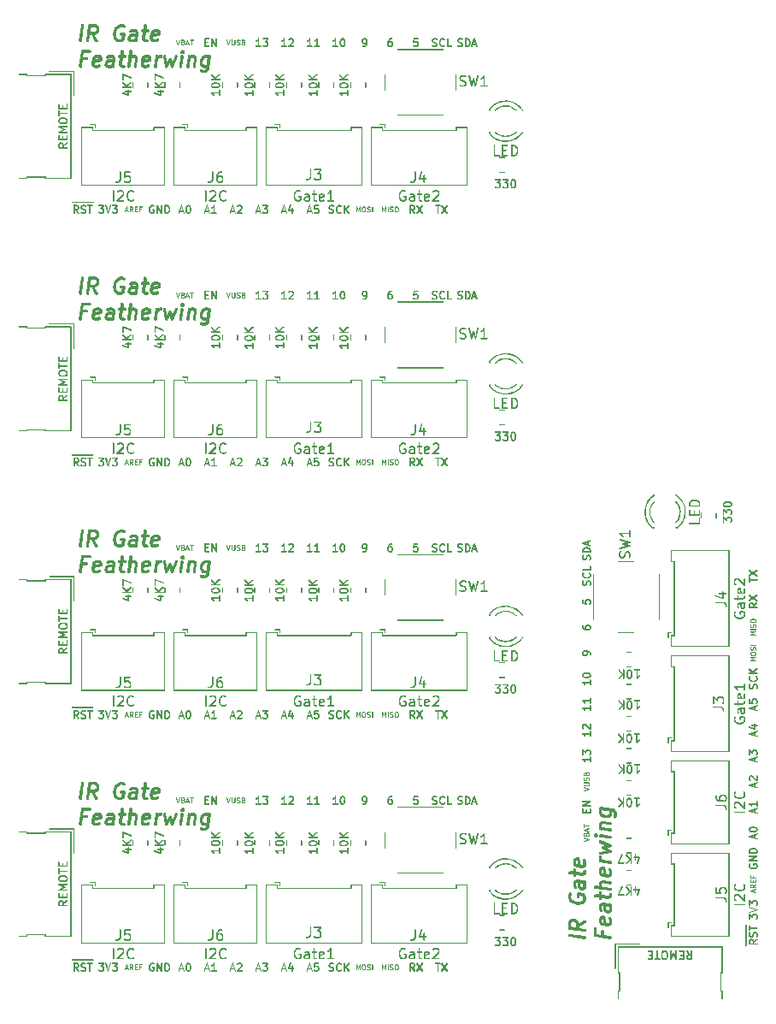
<source format=gto>
%MOIN*%
%OFA0B0*%
%FSLAX36Y36*%
%IPPOS*%
%LPD*%
G36*
X000242088Y000777577D02*
G01*
X000243914Y000777866D01*
X000245558Y000778704D01*
X000246865Y000780012D01*
X000247703Y000781656D01*
X000247994Y000783482D01*
X000255376Y000842538D01*
X000255085Y000844363D01*
X000254247Y000846008D01*
X000252941Y000847314D01*
X000251295Y000848154D01*
X000249471Y000848443D01*
X000247646Y000848154D01*
X000245998Y000847314D01*
X000244691Y000846008D01*
X000243854Y000844363D01*
X000243565Y000842538D01*
X000236183Y000783482D01*
X000236471Y000781656D01*
X000237311Y000780012D01*
X000238617Y000778704D01*
X000240264Y000777866D01*
X000242088Y000777577D01*
G37*
G36*
X000303955Y000777577D02*
G01*
X000305781Y000777866D01*
X000307426Y000778704D01*
X000308734Y000780012D01*
X000309571Y000781656D01*
X000309862Y000783482D01*
X000309571Y000785308D01*
X000308734Y000786953D01*
X000292564Y000815075D01*
X000291257Y000816382D01*
X000289611Y000817220D01*
X000287786Y000817509D01*
X000285961Y000817220D01*
X000284315Y000816382D01*
X000283007Y000815075D01*
X000282168Y000813428D01*
X000281881Y000811604D01*
X000282168Y000809780D01*
X000283007Y000808133D01*
X000299178Y000780012D01*
X000300483Y000778704D01*
X000302130Y000777866D01*
X000303955Y000777577D01*
G37*
G36*
X000270210Y000777577D02*
G01*
X000272035Y000777866D01*
X000273681Y000778704D01*
X000274987Y000780012D01*
X000275825Y000781656D01*
X000276115Y000783482D01*
X000283497Y000842538D01*
X000283207Y000844363D01*
X000282370Y000846008D01*
X000281062Y000847314D01*
X000279416Y000848154D01*
X000277591Y000848443D01*
X000275767Y000848154D01*
X000274119Y000847314D01*
X000272813Y000846008D01*
X000271975Y000844363D01*
X000271686Y000842538D01*
X000264304Y000783482D01*
X000264593Y000781656D01*
X000265432Y000780012D01*
X000266739Y000778704D01*
X000268385Y000777866D01*
X000270210Y000777577D01*
G37*
G36*
X000300089Y000836631D02*
G01*
X000301914Y000836920D01*
X000303561Y000837760D01*
X000304867Y000839067D01*
X000305704Y000840712D01*
X000305994Y000842538D01*
X000305704Y000844363D01*
X000304867Y000846008D01*
X000303561Y000847314D01*
X000301914Y000848154D01*
X000300089Y000848443D01*
X000277591Y000848443D01*
X000275767Y000848154D01*
X000274119Y000847314D01*
X000272813Y000846008D01*
X000271975Y000844363D01*
X000271686Y000842538D01*
X000271975Y000840712D01*
X000272813Y000839067D01*
X000274119Y000837760D01*
X000275767Y000836920D01*
X000277591Y000836631D01*
X000300089Y000836631D01*
G37*
G36*
X000305361Y000833820D02*
G01*
X000307187Y000834109D01*
X000308832Y000834947D01*
X000310140Y000836255D01*
X000310978Y000837900D01*
X000311266Y000839725D01*
X000310978Y000841550D01*
X000310140Y000843196D01*
X000308832Y000844502D01*
X000303561Y000847314D01*
X000301914Y000848154D01*
X000300089Y000848443D01*
X000298264Y000848154D01*
X000296617Y000847314D01*
X000295311Y000846008D01*
X000294472Y000844363D01*
X000294184Y000842538D01*
X000294472Y000840712D01*
X000295311Y000839067D01*
X000296617Y000837760D01*
X000301889Y000834947D01*
X000303536Y000834109D01*
X000305361Y000833820D01*
G37*
G36*
X000307822Y000831008D02*
G01*
X000309647Y000831297D01*
X000311293Y000832136D01*
X000312599Y000833442D01*
X000313439Y000835087D01*
X000313727Y000836913D01*
X000313439Y000838738D01*
X000312599Y000840384D01*
X000310140Y000843196D01*
X000308832Y000844502D01*
X000307187Y000845341D01*
X000305361Y000845630D01*
X000303536Y000845341D01*
X000301889Y000844502D01*
X000300584Y000843196D01*
X000299745Y000841550D01*
X000299457Y000839725D01*
X000299745Y000837900D01*
X000300584Y000836255D01*
X000303044Y000833442D01*
X000304351Y000832136D01*
X000305998Y000831297D01*
X000307822Y000831008D01*
G37*
G36*
X000309932Y000825383D02*
G01*
X000311757Y000825673D01*
X000313403Y000826511D01*
X000314708Y000827818D01*
X000315548Y000829464D01*
X000315837Y000831289D01*
X000315548Y000833113D01*
X000313439Y000838738D01*
X000312599Y000840384D01*
X000311293Y000841691D01*
X000309647Y000842530D01*
X000307822Y000842819D01*
X000305998Y000842530D01*
X000304351Y000841691D01*
X000303044Y000840384D01*
X000302204Y000838738D01*
X000301916Y000836913D01*
X000302204Y000835087D01*
X000304313Y000829464D01*
X000305153Y000827818D01*
X000306460Y000826511D01*
X000308106Y000825673D01*
X000309932Y000825383D01*
G37*
G36*
X000308877Y000816947D02*
G01*
X000310702Y000817236D01*
X000312348Y000818074D01*
X000313654Y000819382D01*
X000314492Y000821027D01*
X000314782Y000822852D01*
X000315837Y000831289D01*
X000315548Y000833113D01*
X000314708Y000834760D01*
X000313403Y000836067D01*
X000311757Y000836905D01*
X000309932Y000837195D01*
X000308106Y000836905D01*
X000306460Y000836067D01*
X000305153Y000834760D01*
X000304313Y000833113D01*
X000304025Y000831289D01*
X000302972Y000822852D01*
X000303260Y000821027D01*
X000304100Y000819382D01*
X000305404Y000818074D01*
X000307052Y000817236D01*
X000308877Y000816947D01*
G37*
G36*
X000305361Y000811323D02*
G01*
X000307187Y000811612D01*
X000308832Y000812450D01*
X000310140Y000813758D01*
X000313654Y000819382D01*
X000314492Y000821027D01*
X000314782Y000822852D01*
X000314492Y000824678D01*
X000313654Y000826323D01*
X000312348Y000827630D01*
X000310702Y000828469D01*
X000308877Y000828758D01*
X000307052Y000828469D01*
X000305404Y000827630D01*
X000304100Y000826323D01*
X000300584Y000820699D01*
X000299745Y000819053D01*
X000299457Y000817228D01*
X000299745Y000815403D01*
X000300584Y000813758D01*
X000301889Y000812450D01*
X000303536Y000811612D01*
X000305361Y000811323D01*
G37*
G36*
X000302197Y000808510D02*
G01*
X000304023Y000808799D01*
X000305670Y000809639D01*
X000308832Y000812450D01*
X000310140Y000813758D01*
X000310978Y000815403D01*
X000311266Y000817228D01*
X000310978Y000819053D01*
X000310140Y000820699D01*
X000308832Y000822006D01*
X000307187Y000822845D01*
X000305361Y000823133D01*
X000303536Y000822845D01*
X000301889Y000822006D01*
X000298726Y000819193D01*
X000297420Y000817888D01*
X000296581Y000816241D01*
X000296292Y000814415D01*
X000296581Y000812592D01*
X000297420Y000810945D01*
X000298726Y000809639D01*
X000300372Y000808799D01*
X000302197Y000808510D01*
G37*
G36*
X000296222Y000805697D02*
G01*
X000298048Y000805987D01*
X000304023Y000808799D01*
X000305670Y000809639D01*
X000306975Y000810945D01*
X000307814Y000812592D01*
X000308102Y000814415D01*
X000307814Y000816241D01*
X000306975Y000817888D01*
X000305670Y000819193D01*
X000304023Y000820032D01*
X000302197Y000820322D01*
X000300372Y000820032D01*
X000294397Y000817220D01*
X000292751Y000816382D01*
X000291444Y000815075D01*
X000290605Y000813428D01*
X000290316Y000811604D01*
X000290605Y000809780D01*
X000291444Y000808133D01*
X000292751Y000806824D01*
X000294397Y000805987D01*
X000296222Y000805697D01*
G37*
G36*
X000296222Y000805697D02*
G01*
X000298048Y000805987D01*
X000299693Y000806824D01*
X000300999Y000808133D01*
X000301839Y000809780D01*
X000302127Y000811604D01*
X000301839Y000813428D01*
X000300999Y000815075D01*
X000299693Y000816382D01*
X000298048Y000817220D01*
X000296222Y000817509D01*
X000273725Y000817509D01*
X000271900Y000817220D01*
X000270254Y000816382D01*
X000268947Y000815075D01*
X000268108Y000813428D01*
X000267819Y000811604D01*
X000268108Y000809780D01*
X000268947Y000808133D01*
X000270254Y000806824D01*
X000271900Y000805987D01*
X000273725Y000805697D01*
X000296222Y000805697D01*
G37*
G36*
X000412224Y000833820D02*
G01*
X000414049Y000834109D01*
X000415695Y000834947D01*
X000417002Y000836255D01*
X000417839Y000837900D01*
X000418128Y000839725D01*
X000417839Y000841550D01*
X000417002Y000843196D01*
X000415695Y000844502D01*
X000410419Y000847314D01*
X000408776Y000848154D01*
X000406951Y000848443D01*
X000405126Y000848154D01*
X000403477Y000847314D01*
X000402173Y000846008D01*
X000401334Y000844363D01*
X000401045Y000842538D01*
X000401334Y000840712D01*
X000402173Y000839067D01*
X000403477Y000837760D01*
X000408752Y000834947D01*
X000410398Y000834109D01*
X000412224Y000833820D01*
G37*
G36*
X000406951Y000836631D02*
G01*
X000408776Y000836920D01*
X000410419Y000837760D01*
X000411728Y000839067D01*
X000412565Y000840712D01*
X000412855Y000842538D01*
X000412565Y000844363D01*
X000411728Y000846008D01*
X000410419Y000847314D01*
X000408776Y000848154D01*
X000406951Y000848443D01*
X000398515Y000848443D01*
X000396689Y000848154D01*
X000395042Y000847314D01*
X000393736Y000846008D01*
X000392896Y000844363D01*
X000392609Y000842538D01*
X000392896Y000840712D01*
X000393736Y000839067D01*
X000395042Y000837760D01*
X000396689Y000836920D01*
X000398515Y000836631D01*
X000406951Y000836631D01*
G37*
G36*
X000389725Y000833820D02*
G01*
X000391551Y000834109D01*
X000400339Y000836920D01*
X000401986Y000837760D01*
X000403291Y000839067D01*
X000404130Y000840712D01*
X000404419Y000842538D01*
X000404130Y000844363D01*
X000403291Y000846008D01*
X000401986Y000847314D01*
X000400339Y000848154D01*
X000398515Y000848443D01*
X000396689Y000848154D01*
X000387900Y000845341D01*
X000386254Y000844502D01*
X000384949Y000843196D01*
X000384110Y000841550D01*
X000383820Y000839725D01*
X000384110Y000837900D01*
X000384949Y000836255D01*
X000386254Y000834947D01*
X000387900Y000834109D01*
X000389725Y000833820D01*
G37*
G36*
X000383399Y000828195D02*
G01*
X000385224Y000828484D01*
X000386870Y000829323D01*
X000393197Y000834947D01*
X000394504Y000836255D01*
X000395342Y000837900D01*
X000395631Y000839725D01*
X000395342Y000841550D01*
X000394504Y000843196D01*
X000393197Y000844502D01*
X000391551Y000845341D01*
X000389725Y000845630D01*
X000387900Y000845341D01*
X000386254Y000844502D01*
X000379926Y000838879D01*
X000378621Y000837572D01*
X000377782Y000835926D01*
X000377493Y000834100D01*
X000377782Y000832277D01*
X000378621Y000830630D01*
X000379926Y000829323D01*
X000381574Y000828484D01*
X000383399Y000828195D01*
G37*
G36*
X000379884Y000822571D02*
G01*
X000381709Y000822861D01*
X000383353Y000823699D01*
X000384661Y000825005D01*
X000388176Y000830630D01*
X000389015Y000832277D01*
X000389304Y000834100D01*
X000389015Y000835926D01*
X000388176Y000837572D01*
X000386870Y000838879D01*
X000385224Y000839716D01*
X000383399Y000840007D01*
X000381574Y000839716D01*
X000379926Y000838879D01*
X000378621Y000837572D01*
X000375106Y000831947D01*
X000374267Y000830301D01*
X000373979Y000828477D01*
X000374267Y000826652D01*
X000375106Y000825005D01*
X000376413Y000823699D01*
X000378058Y000822861D01*
X000379884Y000822571D01*
G37*
G36*
X000375665Y000811323D02*
G01*
X000377490Y000811612D01*
X000379137Y000812450D01*
X000380443Y000813758D01*
X000381280Y000815403D01*
X000385499Y000826652D01*
X000385788Y000828477D01*
X000385499Y000830301D01*
X000384661Y000831947D01*
X000383353Y000833254D01*
X000381709Y000834093D01*
X000379884Y000834383D01*
X000378058Y000834093D01*
X000376413Y000833254D01*
X000375106Y000831947D01*
X000374267Y000830301D01*
X000370049Y000819053D01*
X000369757Y000817228D01*
X000370049Y000815403D01*
X000370888Y000813758D01*
X000372194Y000812450D01*
X000373840Y000811612D01*
X000375665Y000811323D01*
G37*
G36*
X000374611Y000802886D02*
G01*
X000376436Y000803176D01*
X000378080Y000804014D01*
X000379389Y000805320D01*
X000380226Y000806967D01*
X000380515Y000808792D01*
X000381571Y000817228D01*
X000381280Y000819053D01*
X000380443Y000820699D01*
X000379137Y000822006D01*
X000377490Y000822845D01*
X000375665Y000823133D01*
X000373840Y000822845D01*
X000372194Y000822006D01*
X000370888Y000820699D01*
X000370049Y000819053D01*
X000369757Y000817228D01*
X000368706Y000808792D01*
X000368995Y000806967D01*
X000369833Y000805320D01*
X000371138Y000804014D01*
X000372785Y000803176D01*
X000374611Y000802886D01*
G37*
G36*
X000376015Y000791638D02*
G01*
X000377842Y000791926D01*
X000379488Y000792766D01*
X000380795Y000794072D01*
X000381632Y000795718D01*
X000381922Y000797543D01*
X000380515Y000808792D01*
X000380226Y000810616D01*
X000379389Y000812263D01*
X000378080Y000813569D01*
X000376436Y000814408D01*
X000374611Y000814698D01*
X000372785Y000814408D01*
X000371138Y000813569D01*
X000369833Y000812263D01*
X000368995Y000810616D01*
X000368706Y000808792D01*
X000370111Y000797543D01*
X000370400Y000795718D01*
X000371238Y000794072D01*
X000372545Y000792766D01*
X000374191Y000791926D01*
X000376015Y000791638D01*
G37*
G36*
X000378125Y000786013D02*
G01*
X000379952Y000786303D01*
X000381598Y000787141D01*
X000382903Y000788447D01*
X000383742Y000790095D01*
X000384030Y000791917D01*
X000383742Y000793743D01*
X000381632Y000799368D01*
X000380795Y000801014D01*
X000379488Y000802321D01*
X000377842Y000803160D01*
X000376015Y000803448D01*
X000374191Y000803160D01*
X000372545Y000802321D01*
X000371238Y000801014D01*
X000370400Y000799368D01*
X000370111Y000797543D01*
X000370400Y000795718D01*
X000372509Y000790095D01*
X000373349Y000788447D01*
X000374653Y000787141D01*
X000376300Y000786303D01*
X000378125Y000786013D01*
G37*
G36*
X000383048Y000780389D02*
G01*
X000384873Y000780678D01*
X000386519Y000781517D01*
X000387825Y000782822D01*
X000388664Y000784470D01*
X000388953Y000786295D01*
X000388664Y000788120D01*
X000387825Y000789764D01*
X000382903Y000795390D01*
X000381598Y000796697D01*
X000379952Y000797535D01*
X000378125Y000797824D01*
X000376300Y000797535D01*
X000374653Y000796697D01*
X000373349Y000795390D01*
X000372509Y000793743D01*
X000372220Y000791917D01*
X000372509Y000790095D01*
X000373349Y000788447D01*
X000378270Y000782822D01*
X000379575Y000781517D01*
X000381221Y000780678D01*
X000383048Y000780389D01*
G37*
G36*
X000391132Y000777577D02*
G01*
X000392956Y000777866D01*
X000394603Y000778704D01*
X000395910Y000780012D01*
X000396748Y000781656D01*
X000397038Y000783482D01*
X000396748Y000785308D01*
X000395910Y000786953D01*
X000394603Y000788260D01*
X000392956Y000789099D01*
X000384873Y000791912D01*
X000383048Y000792200D01*
X000381221Y000791912D01*
X000379575Y000791072D01*
X000378270Y000789764D01*
X000377431Y000788120D01*
X000377140Y000786295D01*
X000377431Y000784470D01*
X000378270Y000782822D01*
X000379575Y000781517D01*
X000381221Y000780678D01*
X000389307Y000777866D01*
X000391132Y000777577D01*
G37*
G36*
X000396757Y000777577D02*
G01*
X000398581Y000777866D01*
X000400227Y000778704D01*
X000401534Y000780012D01*
X000402373Y000781656D01*
X000402662Y000783482D01*
X000402373Y000785308D01*
X000401534Y000786953D01*
X000400227Y000788260D01*
X000398581Y000789099D01*
X000396757Y000789388D01*
X000391132Y000789388D01*
X000389307Y000789099D01*
X000387661Y000788260D01*
X000386355Y000786953D01*
X000385515Y000785308D01*
X000385227Y000783482D01*
X000385515Y000781656D01*
X000386355Y000780012D01*
X000387661Y000778704D01*
X000389307Y000777866D01*
X000391132Y000777577D01*
X000396757Y000777577D01*
G37*
G36*
X000396757Y000777577D02*
G01*
X000398581Y000777866D01*
X000407369Y000780678D01*
X000409016Y000781517D01*
X000410322Y000782822D01*
X000411161Y000784470D01*
X000411450Y000786295D01*
X000411161Y000788120D01*
X000410322Y000789764D01*
X000409016Y000791072D01*
X000407369Y000791912D01*
X000405545Y000792200D01*
X000403720Y000791912D01*
X000394930Y000789099D01*
X000393285Y000788260D01*
X000391979Y000786953D01*
X000391140Y000785308D01*
X000390850Y000783482D01*
X000391140Y000781656D01*
X000391979Y000780012D01*
X000393285Y000778704D01*
X000394930Y000777866D01*
X000396757Y000777577D01*
G37*
G36*
X000405545Y000780389D02*
G01*
X000407369Y000780678D01*
X000409016Y000781517D01*
X000412180Y000784329D01*
X000413485Y000785635D01*
X000414324Y000787282D01*
X000414611Y000789107D01*
X000414324Y000790930D01*
X000413485Y000792578D01*
X000412180Y000793883D01*
X000410533Y000794723D01*
X000408709Y000795013D01*
X000406883Y000794723D01*
X000405237Y000793883D01*
X000402072Y000791072D01*
X000400767Y000789764D01*
X000399926Y000788120D01*
X000399638Y000786295D01*
X000399926Y000784470D01*
X000400767Y000782822D01*
X000402072Y000781517D01*
X000403720Y000780678D01*
X000405545Y000780389D01*
G37*
G36*
X000408709Y000783200D02*
G01*
X000410533Y000783491D01*
X000412180Y000784329D01*
X000413485Y000785635D01*
X000414324Y000787282D01*
X000414611Y000789107D01*
X000417074Y000808792D01*
X000416786Y000810616D01*
X000415947Y000812263D01*
X000414639Y000813569D01*
X000412994Y000814408D01*
X000411168Y000814698D01*
X000409344Y000814408D01*
X000407698Y000813569D01*
X000406390Y000812263D01*
X000405551Y000810616D01*
X000405264Y000808792D01*
X000402803Y000789107D01*
X000403091Y000787282D01*
X000403930Y000785635D01*
X000405237Y000784329D01*
X000406883Y000783491D01*
X000408709Y000783200D01*
G37*
G36*
X000411168Y000802886D02*
G01*
X000412994Y000803176D01*
X000414639Y000804014D01*
X000415947Y000805320D01*
X000416786Y000806967D01*
X000417074Y000808792D01*
X000416786Y000810616D01*
X000415947Y000812263D01*
X000414639Y000813569D01*
X000412994Y000814408D01*
X000411168Y000814698D01*
X000399919Y000814698D01*
X000398095Y000814408D01*
X000396447Y000813569D01*
X000395143Y000812263D01*
X000394303Y000810616D01*
X000394015Y000808792D01*
X000394303Y000806967D01*
X000395143Y000805320D01*
X000396447Y000804014D01*
X000398095Y000803176D01*
X000399919Y000802886D01*
X000411168Y000802886D01*
G37*
G36*
X000458623Y000777577D02*
G01*
X000460449Y000777866D01*
X000462093Y000778704D01*
X000463402Y000780012D01*
X000464239Y000781656D01*
X000464528Y000783482D01*
X000468396Y000814415D01*
X000468107Y000816241D01*
X000467268Y000817888D01*
X000465962Y000819193D01*
X000464316Y000820032D01*
X000462491Y000820322D01*
X000460665Y000820032D01*
X000459018Y000819193D01*
X000457712Y000817888D01*
X000456874Y000816241D01*
X000456585Y000814415D01*
X000452719Y000783482D01*
X000453008Y000781656D01*
X000453845Y000780012D01*
X000455153Y000778704D01*
X000456799Y000777866D01*
X000458623Y000777577D01*
G37*
G36*
X000462491Y000808510D02*
G01*
X000464316Y000808799D01*
X000465962Y000809639D01*
X000467268Y000810945D01*
X000468107Y000812592D01*
X000468396Y000814415D01*
X000468107Y000816241D01*
X000465997Y000821865D01*
X000465159Y000823511D01*
X000463853Y000824817D01*
X000462207Y000825657D01*
X000460382Y000825945D01*
X000458557Y000825657D01*
X000456910Y000824817D01*
X000455603Y000823511D01*
X000454762Y000821865D01*
X000454476Y000820040D01*
X000454762Y000818215D01*
X000456874Y000812592D01*
X000457712Y000810945D01*
X000459018Y000809639D01*
X000460665Y000808799D01*
X000462491Y000808510D01*
G37*
G36*
X000460382Y000814135D02*
G01*
X000462207Y000814423D01*
X000463853Y000815263D01*
X000465159Y000816570D01*
X000465997Y000818215D01*
X000466287Y000820040D01*
X000465997Y000821865D01*
X000465159Y000823511D01*
X000463853Y000824817D01*
X000458578Y000827630D01*
X000456933Y000828469D01*
X000455108Y000828758D01*
X000453284Y000828469D01*
X000451636Y000827630D01*
X000450331Y000826323D01*
X000449491Y000824678D01*
X000449201Y000822852D01*
X000449491Y000821027D01*
X000450331Y000819382D01*
X000451636Y000818074D01*
X000456910Y000815263D01*
X000458557Y000814423D01*
X000460382Y000814135D01*
G37*
G36*
X000455108Y000816947D02*
G01*
X000456933Y000817236D01*
X000458578Y000818074D01*
X000459887Y000819382D01*
X000460724Y000821027D01*
X000461014Y000822852D01*
X000460724Y000824678D01*
X000459887Y000826323D01*
X000458578Y000827630D01*
X000456933Y000828469D01*
X000455108Y000828758D01*
X000443859Y000828758D01*
X000442034Y000828469D01*
X000440388Y000827630D01*
X000439083Y000826323D01*
X000438244Y000824678D01*
X000437955Y000822852D01*
X000438244Y000821027D01*
X000439083Y000819382D01*
X000440388Y000818074D01*
X000442034Y000817236D01*
X000443859Y000816947D01*
X000455108Y000816947D01*
G37*
G36*
X000437884Y000814135D02*
G01*
X000439708Y000814423D01*
X000445685Y000817236D01*
X000447330Y000818074D01*
X000448638Y000819382D01*
X000449476Y000821027D01*
X000449765Y000822852D01*
X000449476Y000824678D01*
X000448638Y000826323D01*
X000447330Y000827630D01*
X000445685Y000828469D01*
X000443859Y000828758D01*
X000442034Y000828469D01*
X000436059Y000825657D01*
X000434412Y000824817D01*
X000433106Y000823511D01*
X000432265Y000821865D01*
X000431978Y000820040D01*
X000432265Y000818215D01*
X000433106Y000816570D01*
X000434412Y000815263D01*
X000436059Y000814423D01*
X000437884Y000814135D01*
G37*
G36*
X000453000Y000777577D02*
G01*
X000454825Y000777866D01*
X000460801Y000780678D01*
X000462447Y000781517D01*
X000463753Y000782822D01*
X000464592Y000784470D01*
X000464881Y000786295D01*
X000464592Y000788120D01*
X000463753Y000789764D01*
X000462447Y000791072D01*
X000460801Y000791912D01*
X000458976Y000792200D01*
X000457150Y000791912D01*
X000451175Y000789099D01*
X000449527Y000788260D01*
X000448221Y000786953D01*
X000447383Y000785308D01*
X000447093Y000783482D01*
X000447383Y000781656D01*
X000448221Y000780012D01*
X000449527Y000778704D01*
X000451175Y000777866D01*
X000453000Y000777577D01*
G37*
G36*
X000453000Y000777577D02*
G01*
X000454825Y000777866D01*
X000456470Y000778704D01*
X000457777Y000780012D01*
X000458615Y000781656D01*
X000458904Y000783482D01*
X000458615Y000785308D01*
X000457777Y000786953D01*
X000456470Y000788260D01*
X000454825Y000789099D01*
X000453000Y000789388D01*
X000438938Y000789388D01*
X000437113Y000789099D01*
X000435467Y000788260D01*
X000434161Y000786953D01*
X000433322Y000785308D01*
X000433034Y000783482D01*
X000433322Y000781656D01*
X000434161Y000780012D01*
X000435467Y000778704D01*
X000437113Y000777866D01*
X000438938Y000777577D01*
X000453000Y000777577D01*
G37*
G36*
X000438938Y000777577D02*
G01*
X000440764Y000777866D01*
X000442409Y000778704D01*
X000443717Y000780012D01*
X000444555Y000781656D01*
X000444843Y000783482D01*
X000444555Y000785308D01*
X000443717Y000786953D01*
X000442409Y000788260D01*
X000437137Y000791072D01*
X000435491Y000791912D01*
X000433666Y000792200D01*
X000431841Y000791912D01*
X000430195Y000791072D01*
X000428889Y000789764D01*
X000428050Y000788120D01*
X000427761Y000786295D01*
X000428050Y000784470D01*
X000428889Y000782822D01*
X000430195Y000781517D01*
X000435467Y000778704D01*
X000437113Y000777866D01*
X000438938Y000777577D01*
G37*
G36*
X000433666Y000780389D02*
G01*
X000435491Y000780678D01*
X000437137Y000781517D01*
X000438444Y000782822D01*
X000439283Y000784470D01*
X000439571Y000786295D01*
X000439283Y000788120D01*
X000437173Y000793743D01*
X000436335Y000795390D01*
X000435027Y000796697D01*
X000433381Y000797535D01*
X000431556Y000797824D01*
X000429732Y000797535D01*
X000428085Y000796697D01*
X000426778Y000795390D01*
X000425940Y000793743D01*
X000425650Y000791917D01*
X000425940Y000790095D01*
X000428050Y000784470D01*
X000428889Y000782822D01*
X000430195Y000781517D01*
X000431841Y000780678D01*
X000433666Y000780389D01*
G37*
G36*
X000431556Y000786013D02*
G01*
X000433381Y000786303D01*
X000435027Y000787141D01*
X000436335Y000788447D01*
X000437173Y000790095D01*
X000437462Y000791917D01*
X000438165Y000797543D01*
X000437876Y000799368D01*
X000437037Y000801014D01*
X000435731Y000802321D01*
X000434085Y000803160D01*
X000432260Y000803448D01*
X000430434Y000803160D01*
X000428788Y000802321D01*
X000427481Y000801014D01*
X000426642Y000799368D01*
X000426353Y000797543D01*
X000425650Y000791917D01*
X000425940Y000790095D01*
X000426778Y000788447D01*
X000428085Y000787141D01*
X000429732Y000786303D01*
X000431556Y000786013D01*
G37*
G36*
X000432260Y000791638D02*
G01*
X000434085Y000791926D01*
X000435731Y000792766D01*
X000437037Y000794072D01*
X000440552Y000799697D01*
X000441391Y000801342D01*
X000441679Y000803167D01*
X000441391Y000804992D01*
X000440552Y000806638D01*
X000439247Y000807945D01*
X000437600Y000808784D01*
X000435776Y000809073D01*
X000433950Y000808784D01*
X000432304Y000807945D01*
X000430997Y000806638D01*
X000427481Y000801014D01*
X000426642Y000799368D01*
X000426353Y000797543D01*
X000426642Y000795718D01*
X000427481Y000794072D01*
X000428788Y000792766D01*
X000430434Y000791926D01*
X000432260Y000791638D01*
G37*
G36*
X000435776Y000797262D02*
G01*
X000437600Y000797551D01*
X000443575Y000800363D01*
X000445221Y000801202D01*
X000446528Y000802508D01*
X000447367Y000804155D01*
X000447657Y000805980D01*
X000447367Y000807805D01*
X000446528Y000809450D01*
X000445221Y000810757D01*
X000443575Y000811597D01*
X000441750Y000811884D01*
X000439926Y000811597D01*
X000433950Y000808784D01*
X000432304Y000807945D01*
X000430997Y000806638D01*
X000430158Y000804992D01*
X000429870Y000803167D01*
X000430158Y000801342D01*
X000430997Y000799697D01*
X000432304Y000798389D01*
X000433950Y000797551D01*
X000435776Y000797262D01*
G37*
G36*
X000455812Y000800074D02*
G01*
X000457636Y000800363D01*
X000459281Y000801202D01*
X000460589Y000802508D01*
X000461429Y000804155D01*
X000461716Y000805980D01*
X000461429Y000807805D01*
X000460589Y000809450D01*
X000459281Y000810757D01*
X000457636Y000811597D01*
X000455812Y000811884D01*
X000441750Y000811884D01*
X000439926Y000811597D01*
X000438279Y000810757D01*
X000436974Y000809450D01*
X000436135Y000807805D01*
X000435845Y000805980D01*
X000436135Y000804155D01*
X000436974Y000802508D01*
X000438279Y000801202D01*
X000439926Y000800363D01*
X000441750Y000800074D01*
X000455812Y000800074D01*
G37*
G36*
X000455812Y000800074D02*
G01*
X000457636Y000800363D01*
X000463612Y000803176D01*
X000465259Y000804014D01*
X000466564Y000805320D01*
X000467403Y000806967D01*
X000467692Y000808792D01*
X000467403Y000810616D01*
X000466564Y000812263D01*
X000465259Y000813569D01*
X000463612Y000814408D01*
X000461788Y000814698D01*
X000459963Y000814408D01*
X000453985Y000811597D01*
X000452341Y000810757D01*
X000451034Y000809450D01*
X000450196Y000807805D01*
X000449907Y000805980D01*
X000450196Y000804155D01*
X000451034Y000802508D01*
X000452341Y000801202D01*
X000453985Y000800363D01*
X000455812Y000800074D01*
G37*
G36*
X000505727Y000816947D02*
G01*
X000507552Y000817236D01*
X000509198Y000818074D01*
X000510505Y000819382D01*
X000511344Y000821027D01*
X000511633Y000822852D01*
X000511344Y000824678D01*
X000510505Y000826323D01*
X000509198Y000827630D01*
X000507552Y000828469D01*
X000505727Y000828758D01*
X000483230Y000828758D01*
X000481405Y000828469D01*
X000479759Y000827630D01*
X000478452Y000826323D01*
X000477613Y000824678D01*
X000477324Y000822852D01*
X000477613Y000821027D01*
X000478452Y000819382D01*
X000479759Y000818074D01*
X000481405Y000817236D01*
X000483230Y000816947D01*
X000505727Y000816947D01*
G37*
G36*
X000487800Y000786013D02*
G01*
X000489624Y000786303D01*
X000491270Y000787141D01*
X000492577Y000788447D01*
X000493416Y000790095D01*
X000493705Y000791917D01*
X000500032Y000842538D01*
X000499743Y000844363D01*
X000498905Y000846008D01*
X000497598Y000847314D01*
X000495951Y000848154D01*
X000494127Y000848443D01*
X000492302Y000848154D01*
X000490656Y000847314D01*
X000489350Y000846008D01*
X000488510Y000844363D01*
X000488220Y000842538D01*
X000481895Y000791917D01*
X000482184Y000790095D01*
X000483021Y000788447D01*
X000484328Y000787141D01*
X000485974Y000786303D01*
X000487800Y000786013D01*
G37*
G36*
X000489908Y000780389D02*
G01*
X000491734Y000780678D01*
X000493381Y000781517D01*
X000494687Y000782822D01*
X000495524Y000784470D01*
X000495813Y000786295D01*
X000495524Y000788120D01*
X000493416Y000793743D01*
X000492577Y000795390D01*
X000491270Y000796697D01*
X000489624Y000797535D01*
X000487800Y000797824D01*
X000485974Y000797535D01*
X000484328Y000796697D01*
X000483021Y000795390D01*
X000482184Y000793743D01*
X000481895Y000791917D01*
X000482184Y000790095D01*
X000484292Y000784470D01*
X000485131Y000782822D01*
X000486436Y000781517D01*
X000488083Y000780678D01*
X000489908Y000780389D01*
G37*
G36*
X000495182Y000777577D02*
G01*
X000497007Y000777866D01*
X000498652Y000778704D01*
X000499959Y000780012D01*
X000500799Y000781656D01*
X000501086Y000783482D01*
X000500799Y000785308D01*
X000499959Y000786953D01*
X000498652Y000788260D01*
X000493381Y000791072D01*
X000491734Y000791912D01*
X000489908Y000792200D01*
X000488083Y000791912D01*
X000486436Y000791072D01*
X000485131Y000789764D01*
X000484292Y000788120D01*
X000484004Y000786295D01*
X000484292Y000784470D01*
X000485131Y000782822D01*
X000486436Y000781517D01*
X000491711Y000778704D01*
X000493357Y000777866D01*
X000495182Y000777577D01*
G37*
G36*
X000500806Y000777577D02*
G01*
X000502631Y000777866D01*
X000504277Y000778704D01*
X000505584Y000780012D01*
X000506421Y000781656D01*
X000506712Y000783482D01*
X000506421Y000785308D01*
X000505584Y000786953D01*
X000504277Y000788260D01*
X000502631Y000789099D01*
X000500806Y000789388D01*
X000495182Y000789388D01*
X000493357Y000789099D01*
X000491711Y000788260D01*
X000490403Y000786953D01*
X000489565Y000785308D01*
X000489276Y000783482D01*
X000489565Y000781656D01*
X000490403Y000780012D01*
X000491711Y000778704D01*
X000493357Y000777866D01*
X000495182Y000777577D01*
X000500806Y000777577D01*
G37*
G36*
X000537364Y000777577D02*
G01*
X000539189Y000777866D01*
X000545164Y000780678D01*
X000546810Y000781517D01*
X000548118Y000782822D01*
X000548956Y000784470D01*
X000549245Y000786295D01*
X000548956Y000788120D01*
X000548118Y000789764D01*
X000546810Y000791072D01*
X000545164Y000791912D01*
X000543339Y000792200D01*
X000541515Y000791912D01*
X000535538Y000789099D01*
X000533892Y000788260D01*
X000532586Y000786953D01*
X000531748Y000785308D01*
X000531458Y000783482D01*
X000531748Y000781656D01*
X000532586Y000780012D01*
X000533892Y000778704D01*
X000535538Y000777866D01*
X000537364Y000777577D01*
G37*
G36*
X000537364Y000777577D02*
G01*
X000539189Y000777866D01*
X000540835Y000778704D01*
X000542141Y000780012D01*
X000542979Y000781656D01*
X000543268Y000783482D01*
X000542979Y000785308D01*
X000542141Y000786953D01*
X000540835Y000788260D01*
X000539189Y000789099D01*
X000537364Y000789388D01*
X000526115Y000789388D01*
X000524291Y000789099D01*
X000522644Y000788260D01*
X000521337Y000786953D01*
X000520499Y000785308D01*
X000520208Y000783482D01*
X000520499Y000781656D01*
X000521337Y000780012D01*
X000522644Y000778704D01*
X000524291Y000777866D01*
X000526115Y000777577D01*
X000537364Y000777577D01*
G37*
G36*
X000526115Y000777577D02*
G01*
X000527940Y000777866D01*
X000529586Y000778704D01*
X000530893Y000780012D01*
X000531730Y000781656D01*
X000532021Y000783482D01*
X000531730Y000785308D01*
X000530893Y000786953D01*
X000529586Y000788260D01*
X000524314Y000791072D01*
X000522667Y000791912D01*
X000520842Y000792200D01*
X000519018Y000791912D01*
X000517371Y000791072D01*
X000516063Y000789764D01*
X000515225Y000788120D01*
X000514937Y000786295D01*
X000515225Y000784470D01*
X000516063Y000782822D01*
X000517371Y000781517D01*
X000522644Y000778704D01*
X000524291Y000777866D01*
X000526115Y000777577D01*
G37*
G36*
X000520842Y000780389D02*
G01*
X000522667Y000780678D01*
X000524314Y000781517D01*
X000525619Y000782822D01*
X000526459Y000784470D01*
X000526748Y000786295D01*
X000526459Y000788120D01*
X000524350Y000793743D01*
X000523510Y000795390D01*
X000522205Y000796697D01*
X000520559Y000797535D01*
X000518734Y000797824D01*
X000516908Y000797535D01*
X000515262Y000796697D01*
X000513955Y000795390D01*
X000513116Y000793743D01*
X000512827Y000791917D01*
X000513116Y000790095D01*
X000515225Y000784470D01*
X000516063Y000782822D01*
X000517371Y000781517D01*
X000519018Y000780678D01*
X000520842Y000780389D01*
G37*
G36*
X000518734Y000786013D02*
G01*
X000520559Y000786303D01*
X000522205Y000787141D01*
X000523510Y000788447D01*
X000524350Y000790095D01*
X000524639Y000791917D01*
X000527451Y000814415D01*
X000527162Y000816241D01*
X000526324Y000817888D01*
X000525017Y000819193D01*
X000523371Y000820032D01*
X000521545Y000820322D01*
X000519721Y000820032D01*
X000518073Y000819193D01*
X000516767Y000817888D01*
X000515929Y000816241D01*
X000515640Y000814415D01*
X000512827Y000791917D01*
X000513116Y000790095D01*
X000513955Y000788447D01*
X000515262Y000787141D01*
X000516908Y000786303D01*
X000518734Y000786013D01*
G37*
G36*
X000521545Y000808510D02*
G01*
X000523371Y000808799D01*
X000525017Y000809639D01*
X000526324Y000810945D01*
X000529839Y000816570D01*
X000530677Y000818215D01*
X000530965Y000820040D01*
X000530677Y000821865D01*
X000529839Y000823511D01*
X000528531Y000824817D01*
X000526886Y000825657D01*
X000525061Y000825945D01*
X000523235Y000825657D01*
X000521588Y000824817D01*
X000520283Y000823511D01*
X000516767Y000817888D01*
X000515929Y000816241D01*
X000515640Y000814415D01*
X000515929Y000812592D01*
X000516767Y000810945D01*
X000518073Y000809639D01*
X000519721Y000808799D01*
X000521545Y000808510D01*
G37*
G36*
X000525061Y000814135D02*
G01*
X000526886Y000814423D01*
X000532862Y000817236D01*
X000534508Y000818074D01*
X000535814Y000819382D01*
X000536653Y000821027D01*
X000536942Y000822852D01*
X000536653Y000824678D01*
X000535814Y000826323D01*
X000534508Y000827630D01*
X000532862Y000828469D01*
X000531037Y000828758D01*
X000529212Y000828469D01*
X000523235Y000825657D01*
X000521588Y000824817D01*
X000520283Y000823511D01*
X000519444Y000821865D01*
X000519155Y000820040D01*
X000519444Y000818215D01*
X000520283Y000816570D01*
X000521588Y000815263D01*
X000523235Y000814423D01*
X000525061Y000814135D01*
G37*
G36*
X000542284Y000816947D02*
G01*
X000544111Y000817236D01*
X000545755Y000818074D01*
X000547063Y000819382D01*
X000547901Y000821027D01*
X000548190Y000822852D01*
X000547901Y000824678D01*
X000547063Y000826323D01*
X000545755Y000827630D01*
X000544111Y000828469D01*
X000542284Y000828758D01*
X000531037Y000828758D01*
X000529212Y000828469D01*
X000527565Y000827630D01*
X000526259Y000826323D01*
X000525419Y000824678D01*
X000525130Y000822852D01*
X000525419Y000821027D01*
X000526259Y000819382D01*
X000527565Y000818074D01*
X000529212Y000817236D01*
X000531037Y000816947D01*
X000542284Y000816947D01*
G37*
G36*
X000547558Y000814135D02*
G01*
X000549383Y000814423D01*
X000551029Y000815263D01*
X000552335Y000816570D01*
X000553174Y000818215D01*
X000553463Y000820040D01*
X000553174Y000821865D01*
X000552335Y000823511D01*
X000551029Y000824817D01*
X000545755Y000827630D01*
X000544111Y000828469D01*
X000542284Y000828758D01*
X000540459Y000828469D01*
X000538813Y000827630D01*
X000537508Y000826323D01*
X000536669Y000824678D01*
X000536380Y000822852D01*
X000536669Y000821027D01*
X000537508Y000819382D01*
X000538813Y000818074D01*
X000544087Y000815263D01*
X000545733Y000814423D01*
X000547558Y000814135D01*
G37*
G36*
X000549667Y000808510D02*
G01*
X000551492Y000808799D01*
X000553137Y000809639D01*
X000554445Y000810945D01*
X000555282Y000812592D01*
X000555571Y000814415D01*
X000555282Y000816241D01*
X000553174Y000821865D01*
X000552335Y000823511D01*
X000551029Y000824817D01*
X000549383Y000825657D01*
X000547558Y000825945D01*
X000545733Y000825657D01*
X000544087Y000824817D01*
X000542780Y000823511D01*
X000541941Y000821865D01*
X000541652Y000820040D01*
X000541941Y000818215D01*
X000544051Y000812592D01*
X000544890Y000810945D01*
X000546196Y000809639D01*
X000547842Y000808799D01*
X000549667Y000808510D01*
G37*
G36*
X000548965Y000802886D02*
G01*
X000550789Y000803176D01*
X000552436Y000804014D01*
X000553742Y000805320D01*
X000554580Y000806967D01*
X000554869Y000808792D01*
X000555571Y000814415D01*
X000555282Y000816241D01*
X000554445Y000817888D01*
X000553137Y000819193D01*
X000551492Y000820032D01*
X000549667Y000820322D01*
X000547842Y000820032D01*
X000546196Y000819193D01*
X000544890Y000817888D01*
X000544051Y000816241D01*
X000543762Y000814415D01*
X000543059Y000808792D01*
X000543347Y000806967D01*
X000544187Y000805320D01*
X000545493Y000804014D01*
X000547139Y000803176D01*
X000548965Y000802886D01*
G37*
G36*
X000520140Y000797262D02*
G01*
X000521965Y000797551D01*
X000550789Y000803176D01*
X000552436Y000804014D01*
X000553742Y000805320D01*
X000554580Y000806967D01*
X000554869Y000808792D01*
X000554580Y000810616D01*
X000553742Y000812263D01*
X000552436Y000813569D01*
X000550789Y000814408D01*
X000548965Y000814698D01*
X000547139Y000814408D01*
X000518313Y000808784D01*
X000516667Y000807945D01*
X000515362Y000806638D01*
X000514524Y000804992D01*
X000514235Y000803167D01*
X000514524Y000801342D01*
X000515362Y000799697D01*
X000516667Y000798389D01*
X000518313Y000797551D01*
X000520140Y000797262D01*
G37*
G36*
X000265640Y000708116D02*
G01*
X000267464Y000708406D01*
X000269111Y000709245D01*
X000270418Y000710551D01*
X000271255Y000712197D01*
X000271546Y000714023D01*
X000271255Y000715847D01*
X000270418Y000717493D01*
X000269111Y000718800D01*
X000267464Y000719639D01*
X000265640Y000719928D01*
X000245954Y000719928D01*
X000244130Y000719639D01*
X000242483Y000718800D01*
X000241177Y000717493D01*
X000240337Y000715847D01*
X000240050Y000714023D01*
X000240337Y000712197D01*
X000241177Y000710551D01*
X000242483Y000709245D01*
X000244130Y000708406D01*
X000245954Y000708116D01*
X000265640Y000708116D01*
G37*
G36*
X000242088Y000677182D02*
G01*
X000243914Y000677473D01*
X000245558Y000678311D01*
X000246865Y000679617D01*
X000247703Y000681264D01*
X000247994Y000683088D01*
X000255376Y000742143D01*
X000255085Y000743968D01*
X000254247Y000745615D01*
X000252941Y000746922D01*
X000251295Y000747760D01*
X000249471Y000748050D01*
X000247646Y000747760D01*
X000245998Y000746922D01*
X000244691Y000745615D01*
X000243854Y000743968D01*
X000243565Y000742143D01*
X000236183Y000683088D01*
X000236471Y000681264D01*
X000237311Y000679617D01*
X000238617Y000678311D01*
X000240264Y000677473D01*
X000242088Y000677182D01*
G37*
G36*
X000277591Y000736238D02*
G01*
X000279416Y000736528D01*
X000281062Y000737366D01*
X000282370Y000738673D01*
X000283207Y000740319D01*
X000283497Y000742143D01*
X000283207Y000743968D01*
X000282370Y000745615D01*
X000281062Y000746922D01*
X000279416Y000747760D01*
X000277591Y000748050D01*
X000249471Y000748050D01*
X000247646Y000747760D01*
X000245998Y000746922D01*
X000244691Y000745615D01*
X000243854Y000743968D01*
X000243565Y000742143D01*
X000243854Y000740319D01*
X000244691Y000738673D01*
X000245998Y000737366D01*
X000247646Y000736528D01*
X000249471Y000736238D01*
X000277591Y000736238D01*
G37*
G36*
X000309580Y000677182D02*
G01*
X000311404Y000677473D01*
X000317380Y000680284D01*
X000319025Y000681122D01*
X000320333Y000682430D01*
X000321172Y000684076D01*
X000321460Y000685900D01*
X000321172Y000687726D01*
X000320333Y000689373D01*
X000319025Y000690677D01*
X000317380Y000691517D01*
X000315555Y000691806D01*
X000313730Y000691517D01*
X000307755Y000688705D01*
X000306109Y000687867D01*
X000304801Y000686560D01*
X000303962Y000684913D01*
X000303673Y000683088D01*
X000303962Y000681264D01*
X000304801Y000679617D01*
X000306109Y000678311D01*
X000307755Y000677473D01*
X000309580Y000677182D01*
G37*
G36*
X000309580Y000677182D02*
G01*
X000311404Y000677473D01*
X000313050Y000678311D01*
X000314357Y000679617D01*
X000315196Y000681264D01*
X000315484Y000683088D01*
X000315196Y000684913D01*
X000314357Y000686560D01*
X000313050Y000687867D01*
X000311404Y000688705D01*
X000309580Y000688994D01*
X000298330Y000688994D01*
X000296506Y000688705D01*
X000294859Y000687867D01*
X000293554Y000686560D01*
X000292715Y000684913D01*
X000292426Y000683088D01*
X000292715Y000681264D01*
X000293554Y000679617D01*
X000294859Y000678311D01*
X000296506Y000677473D01*
X000298330Y000677182D01*
X000309580Y000677182D01*
G37*
G36*
X000298330Y000677182D02*
G01*
X000300157Y000677473D01*
X000301801Y000678311D01*
X000303109Y000679617D01*
X000303948Y000681264D01*
X000304237Y000683088D01*
X000303948Y000684913D01*
X000303109Y000686560D01*
X000301801Y000687867D01*
X000296529Y000690677D01*
X000294883Y000691517D01*
X000293058Y000691806D01*
X000291234Y000691517D01*
X000289587Y000690677D01*
X000288281Y000689373D01*
X000287442Y000687726D01*
X000287152Y000685900D01*
X000287442Y000684076D01*
X000288281Y000682430D01*
X000289587Y000681122D01*
X000294859Y000678311D01*
X000296506Y000677473D01*
X000298330Y000677182D01*
G37*
G36*
X000293058Y000679995D02*
G01*
X000294883Y000680284D01*
X000296529Y000681122D01*
X000297837Y000682430D01*
X000298675Y000684076D01*
X000298964Y000685900D01*
X000298675Y000687726D01*
X000296566Y000693350D01*
X000295728Y000694997D01*
X000294420Y000696302D01*
X000292774Y000697142D01*
X000290950Y000697430D01*
X000289123Y000697142D01*
X000287477Y000696302D01*
X000286172Y000694997D01*
X000285333Y000693350D01*
X000285044Y000691525D01*
X000285333Y000689699D01*
X000287442Y000684076D01*
X000288281Y000682430D01*
X000289587Y000681122D01*
X000291234Y000680284D01*
X000293058Y000679995D01*
G37*
G36*
X000290950Y000685620D02*
G01*
X000292774Y000685907D01*
X000294420Y000686747D01*
X000295728Y000688054D01*
X000296566Y000689699D01*
X000296855Y000691525D01*
X000299666Y000714023D01*
X000299378Y000715847D01*
X000298539Y000717493D01*
X000297231Y000718800D01*
X000295587Y000719639D01*
X000293762Y000719928D01*
X000291936Y000719639D01*
X000290291Y000718800D01*
X000288983Y000717493D01*
X000288145Y000715847D01*
X000287857Y000714023D01*
X000285044Y000691525D01*
X000285333Y000689699D01*
X000286172Y000688054D01*
X000287477Y000686747D01*
X000289123Y000685907D01*
X000290950Y000685620D01*
G37*
G36*
X000293762Y000708116D02*
G01*
X000295587Y000708406D01*
X000297231Y000709245D01*
X000298539Y000710551D01*
X000302054Y000716175D01*
X000302892Y000717822D01*
X000303182Y000719646D01*
X000302892Y000721471D01*
X000302054Y000723118D01*
X000300748Y000724424D01*
X000299102Y000725262D01*
X000297277Y000725552D01*
X000295452Y000725262D01*
X000293805Y000724424D01*
X000292498Y000723118D01*
X000288983Y000717493D01*
X000288145Y000715847D01*
X000287857Y000714023D01*
X000288145Y000712197D01*
X000288983Y000710551D01*
X000290291Y000709245D01*
X000291936Y000708406D01*
X000293762Y000708116D01*
G37*
G36*
X000297277Y000713741D02*
G01*
X000299102Y000714030D01*
X000305077Y000716843D01*
X000306722Y000717681D01*
X000308031Y000718986D01*
X000308870Y000720634D01*
X000309158Y000722457D01*
X000308870Y000724284D01*
X000308031Y000725930D01*
X000306722Y000727237D01*
X000305077Y000728074D01*
X000303252Y000728365D01*
X000301426Y000728074D01*
X000295452Y000725262D01*
X000293805Y000724424D01*
X000292498Y000723118D01*
X000291660Y000721471D01*
X000291371Y000719646D01*
X000291660Y000717822D01*
X000292498Y000716175D01*
X000293805Y000714869D01*
X000295452Y000714030D01*
X000297277Y000713741D01*
G37*
G36*
X000314502Y000716553D02*
G01*
X000316326Y000716843D01*
X000317971Y000717681D01*
X000319279Y000718986D01*
X000320115Y000720634D01*
X000320406Y000722457D01*
X000320115Y000724284D01*
X000319279Y000725930D01*
X000317971Y000727237D01*
X000316326Y000728074D01*
X000314502Y000728365D01*
X000303252Y000728365D01*
X000301426Y000728074D01*
X000299781Y000727237D01*
X000298475Y000725930D01*
X000297637Y000724284D01*
X000297348Y000722457D01*
X000297637Y000720634D01*
X000298475Y000718986D01*
X000299781Y000717681D01*
X000301426Y000716843D01*
X000303252Y000716553D01*
X000314502Y000716553D01*
G37*
G36*
X000319774Y000713741D02*
G01*
X000321598Y000714030D01*
X000323245Y000714869D01*
X000324551Y000716175D01*
X000325390Y000717822D01*
X000325679Y000719646D01*
X000325390Y000721471D01*
X000324551Y000723118D01*
X000323245Y000724424D01*
X000317971Y000727237D01*
X000316326Y000728074D01*
X000314502Y000728365D01*
X000312675Y000728074D01*
X000311029Y000727237D01*
X000309724Y000725930D01*
X000308885Y000724284D01*
X000308595Y000722457D01*
X000308885Y000720634D01*
X000309724Y000718986D01*
X000311029Y000717681D01*
X000316302Y000714869D01*
X000317949Y000714030D01*
X000319774Y000713741D01*
G37*
G36*
X000321882Y000708116D02*
G01*
X000323708Y000708406D01*
X000325355Y000709245D01*
X000326661Y000710551D01*
X000327498Y000712197D01*
X000327789Y000714023D01*
X000327498Y000715847D01*
X000325390Y000721471D01*
X000324551Y000723118D01*
X000323245Y000724424D01*
X000321598Y000725262D01*
X000319774Y000725552D01*
X000317949Y000725262D01*
X000316302Y000724424D01*
X000314995Y000723118D01*
X000314156Y000721471D01*
X000313868Y000719646D01*
X000314156Y000717822D01*
X000316264Y000712197D01*
X000317103Y000710551D01*
X000318412Y000709245D01*
X000320058Y000708406D01*
X000321882Y000708116D01*
G37*
G36*
X000321180Y000702491D02*
G01*
X000323005Y000702781D01*
X000324651Y000703620D01*
X000325957Y000704927D01*
X000326796Y000706573D01*
X000327086Y000708398D01*
X000327789Y000714023D01*
X000327498Y000715847D01*
X000326661Y000717493D01*
X000325355Y000718800D01*
X000323708Y000719639D01*
X000321882Y000719928D01*
X000320058Y000719639D01*
X000318412Y000718800D01*
X000317103Y000717493D01*
X000316264Y000715847D01*
X000315975Y000714023D01*
X000315274Y000708398D01*
X000315563Y000706573D01*
X000316402Y000704927D01*
X000317709Y000703620D01*
X000319355Y000702781D01*
X000321180Y000702491D01*
G37*
G36*
X000292356Y000696867D02*
G01*
X000294180Y000697158D01*
X000323005Y000702781D01*
X000324651Y000703620D01*
X000325957Y000704927D01*
X000326796Y000706573D01*
X000327086Y000708398D01*
X000326796Y000710222D01*
X000325957Y000711870D01*
X000324651Y000713175D01*
X000323005Y000714014D01*
X000321180Y000714303D01*
X000319355Y000714014D01*
X000290531Y000708390D01*
X000288883Y000707552D01*
X000287577Y000706245D01*
X000286738Y000704599D01*
X000286450Y000702773D01*
X000286738Y000700949D01*
X000287577Y000699302D01*
X000288883Y000697996D01*
X000290531Y000697158D01*
X000292356Y000696867D01*
G37*
G36*
X000368634Y000677182D02*
G01*
X000370459Y000677473D01*
X000372106Y000678311D01*
X000373413Y000679617D01*
X000374250Y000681264D01*
X000374541Y000683088D01*
X000378407Y000714023D01*
X000378118Y000715847D01*
X000377280Y000717493D01*
X000375972Y000718800D01*
X000374327Y000719639D01*
X000372502Y000719928D01*
X000370677Y000719639D01*
X000369030Y000718800D01*
X000367723Y000717493D01*
X000366886Y000715847D01*
X000366597Y000714023D01*
X000362728Y000683088D01*
X000363017Y000681264D01*
X000363857Y000679617D01*
X000365164Y000678311D01*
X000366810Y000677473D01*
X000368634Y000677182D01*
G37*
G36*
X000372502Y000708116D02*
G01*
X000374327Y000708406D01*
X000375972Y000709245D01*
X000377280Y000710551D01*
X000378118Y000712197D01*
X000378407Y000714023D01*
X000378118Y000715847D01*
X000376009Y000721471D01*
X000375170Y000723118D01*
X000373864Y000724424D01*
X000372216Y000725262D01*
X000370393Y000725552D01*
X000368568Y000725262D01*
X000366921Y000724424D01*
X000365614Y000723118D01*
X000364776Y000721471D01*
X000364487Y000719646D01*
X000364776Y000717822D01*
X000366886Y000712197D01*
X000367723Y000710551D01*
X000369030Y000709245D01*
X000370677Y000708406D01*
X000372502Y000708116D01*
G37*
G36*
X000370393Y000713741D02*
G01*
X000372216Y000714030D01*
X000373864Y000714869D01*
X000375170Y000716175D01*
X000376009Y000717822D01*
X000376299Y000719646D01*
X000376009Y000721471D01*
X000375170Y000723118D01*
X000373864Y000724424D01*
X000368590Y000727237D01*
X000366944Y000728074D01*
X000365119Y000728365D01*
X000363294Y000728074D01*
X000361649Y000727237D01*
X000360341Y000725930D01*
X000359503Y000724284D01*
X000359214Y000722457D01*
X000359503Y000720634D01*
X000360341Y000718986D01*
X000361649Y000717681D01*
X000366921Y000714869D01*
X000368568Y000714030D01*
X000370393Y000713741D01*
G37*
G36*
X000365119Y000716553D02*
G01*
X000366944Y000716843D01*
X000368590Y000717681D01*
X000369898Y000718986D01*
X000370735Y000720634D01*
X000371024Y000722457D01*
X000370735Y000724284D01*
X000369898Y000725930D01*
X000368590Y000727237D01*
X000366944Y000728074D01*
X000365119Y000728365D01*
X000353871Y000728365D01*
X000352046Y000728074D01*
X000350400Y000727237D01*
X000349094Y000725930D01*
X000348255Y000724284D01*
X000347965Y000722457D01*
X000348255Y000720634D01*
X000349094Y000718986D01*
X000350400Y000717681D01*
X000352046Y000716843D01*
X000353871Y000716553D01*
X000365119Y000716553D01*
G37*
G36*
X000347896Y000713741D02*
G01*
X000349721Y000714030D01*
X000355695Y000716843D01*
X000357342Y000717681D01*
X000358649Y000718986D01*
X000359486Y000720634D01*
X000359777Y000722457D01*
X000359486Y000724284D01*
X000358649Y000725930D01*
X000357342Y000727237D01*
X000355695Y000728074D01*
X000353871Y000728365D01*
X000352046Y000728074D01*
X000346070Y000725262D01*
X000344424Y000724424D01*
X000343118Y000723118D01*
X000342279Y000721471D01*
X000341990Y000719646D01*
X000342279Y000717822D01*
X000343118Y000716175D01*
X000344424Y000714869D01*
X000346070Y000714030D01*
X000347896Y000713741D01*
G37*
G36*
X000363011Y000677182D02*
G01*
X000364836Y000677473D01*
X000370811Y000680284D01*
X000372457Y000681122D01*
X000373764Y000682430D01*
X000374603Y000684076D01*
X000374892Y000685900D01*
X000374603Y000687726D01*
X000373764Y000689373D01*
X000372457Y000690677D01*
X000370811Y000691517D01*
X000368986Y000691806D01*
X000367162Y000691517D01*
X000361184Y000688705D01*
X000359538Y000687867D01*
X000358233Y000686560D01*
X000357394Y000684913D01*
X000357106Y000683088D01*
X000357394Y000681264D01*
X000358233Y000679617D01*
X000359538Y000678311D01*
X000361184Y000677473D01*
X000363011Y000677182D01*
G37*
G36*
X000363011Y000677182D02*
G01*
X000364836Y000677473D01*
X000366482Y000678311D01*
X000367788Y000679617D01*
X000368627Y000681264D01*
X000368916Y000683088D01*
X000368627Y000684913D01*
X000367788Y000686560D01*
X000366482Y000687867D01*
X000364836Y000688705D01*
X000363011Y000688994D01*
X000348950Y000688994D01*
X000347125Y000688705D01*
X000345479Y000687867D01*
X000344171Y000686560D01*
X000343333Y000684913D01*
X000343043Y000683088D01*
X000343333Y000681264D01*
X000344171Y000679617D01*
X000345479Y000678311D01*
X000347125Y000677473D01*
X000348950Y000677182D01*
X000363011Y000677182D01*
G37*
G36*
X000348950Y000677182D02*
G01*
X000350775Y000677473D01*
X000352422Y000678311D01*
X000353728Y000679617D01*
X000354565Y000681264D01*
X000354855Y000683088D01*
X000354565Y000684913D01*
X000353728Y000686560D01*
X000352422Y000687867D01*
X000347148Y000690677D01*
X000345502Y000691517D01*
X000343676Y000691806D01*
X000341852Y000691517D01*
X000340206Y000690677D01*
X000338899Y000689373D01*
X000338060Y000687726D01*
X000337769Y000685900D01*
X000338060Y000684076D01*
X000338899Y000682430D01*
X000340206Y000681122D01*
X000345479Y000678311D01*
X000347125Y000677473D01*
X000348950Y000677182D01*
G37*
G36*
X000343676Y000679995D02*
G01*
X000345502Y000680284D01*
X000347148Y000681122D01*
X000348455Y000682430D01*
X000349294Y000684076D01*
X000349583Y000685900D01*
X000349294Y000687726D01*
X000347183Y000693350D01*
X000346346Y000694997D01*
X000345039Y000696302D01*
X000343392Y000697142D01*
X000341568Y000697430D01*
X000339741Y000697142D01*
X000338097Y000696302D01*
X000336789Y000694997D01*
X000335952Y000693350D01*
X000335661Y000691525D01*
X000335952Y000689699D01*
X000338060Y000684076D01*
X000338899Y000682430D01*
X000340206Y000681122D01*
X000341852Y000680284D01*
X000343676Y000679995D01*
G37*
G36*
X000341568Y000685620D02*
G01*
X000343392Y000685907D01*
X000345039Y000686747D01*
X000346346Y000688054D01*
X000347183Y000689699D01*
X000347474Y000691525D01*
X000348176Y000697150D01*
X000347887Y000698975D01*
X000347049Y000700620D01*
X000345741Y000701927D01*
X000344095Y000702767D01*
X000342271Y000703055D01*
X000340445Y000702767D01*
X000338799Y000701927D01*
X000337494Y000700620D01*
X000336653Y000698975D01*
X000336365Y000697150D01*
X000335661Y000691525D01*
X000335952Y000689699D01*
X000336789Y000688054D01*
X000338097Y000686747D01*
X000339741Y000685907D01*
X000341568Y000685620D01*
G37*
G36*
X000342271Y000691245D02*
G01*
X000344095Y000691533D01*
X000345741Y000692371D01*
X000347049Y000693677D01*
X000350564Y000699302D01*
X000351403Y000700949D01*
X000351691Y000702773D01*
X000351403Y000704599D01*
X000350564Y000706245D01*
X000349258Y000707552D01*
X000347612Y000708390D01*
X000345787Y000708680D01*
X000343960Y000708390D01*
X000342314Y000707552D01*
X000341009Y000706245D01*
X000337494Y000700620D01*
X000336653Y000698975D01*
X000336365Y000697150D01*
X000336653Y000695325D01*
X000337494Y000693677D01*
X000338799Y000692371D01*
X000340445Y000691533D01*
X000342271Y000691245D01*
G37*
G36*
X000345787Y000696867D02*
G01*
X000347612Y000697158D01*
X000353587Y000699969D01*
X000355233Y000700807D01*
X000356540Y000702114D01*
X000357376Y000703762D01*
X000357668Y000705584D01*
X000357376Y000707411D01*
X000356540Y000709058D01*
X000355233Y000710364D01*
X000353587Y000711202D01*
X000351763Y000711491D01*
X000349936Y000711202D01*
X000343960Y000708390D01*
X000342314Y000707552D01*
X000341009Y000706245D01*
X000340170Y000704599D01*
X000339881Y000702773D01*
X000340170Y000700949D01*
X000341009Y000699302D01*
X000342314Y000697996D01*
X000343960Y000697158D01*
X000345787Y000696867D01*
G37*
G36*
X000365822Y000699680D02*
G01*
X000367647Y000699969D01*
X000369293Y000700807D01*
X000370601Y000702114D01*
X000371439Y000703762D01*
X000371727Y000705584D01*
X000371439Y000707411D01*
X000370601Y000709058D01*
X000369293Y000710364D01*
X000367647Y000711202D01*
X000365822Y000711491D01*
X000351763Y000711491D01*
X000349936Y000711202D01*
X000348290Y000710364D01*
X000346985Y000709058D01*
X000346144Y000707411D01*
X000345857Y000705584D01*
X000346144Y000703762D01*
X000346985Y000702114D01*
X000348290Y000700807D01*
X000349936Y000699969D01*
X000351763Y000699680D01*
X000365822Y000699680D01*
G37*
G36*
X000365822Y000699680D02*
G01*
X000367647Y000699969D01*
X000373623Y000702781D01*
X000375270Y000703620D01*
X000376576Y000704927D01*
X000377415Y000706573D01*
X000377703Y000708398D01*
X000377415Y000710222D01*
X000376576Y000711870D01*
X000375270Y000713175D01*
X000373623Y000714014D01*
X000371799Y000714303D01*
X000369974Y000714014D01*
X000363998Y000711202D01*
X000362351Y000710364D01*
X000361046Y000709058D01*
X000360206Y000707411D01*
X000359917Y000705584D01*
X000360206Y000703762D01*
X000361046Y000702114D01*
X000362351Y000700807D01*
X000363998Y000699969D01*
X000365822Y000699680D01*
G37*
G36*
X000415739Y000716553D02*
G01*
X000417564Y000716843D01*
X000419210Y000717681D01*
X000420515Y000718986D01*
X000421354Y000720634D01*
X000421643Y000722457D01*
X000421354Y000724284D01*
X000420515Y000725930D01*
X000419210Y000727237D01*
X000417564Y000728074D01*
X000415739Y000728365D01*
X000393242Y000728365D01*
X000391415Y000728074D01*
X000389769Y000727237D01*
X000388464Y000725930D01*
X000387625Y000724284D01*
X000387335Y000722457D01*
X000387625Y000720634D01*
X000388464Y000718986D01*
X000389769Y000717681D01*
X000391415Y000716843D01*
X000393242Y000716553D01*
X000415739Y000716553D01*
G37*
G36*
X000397810Y000685620D02*
G01*
X000399637Y000685907D01*
X000401283Y000686747D01*
X000402589Y000688054D01*
X000403427Y000689699D01*
X000403716Y000691525D01*
X000410044Y000742143D01*
X000409755Y000743968D01*
X000408916Y000745615D01*
X000407609Y000746922D01*
X000405962Y000747760D01*
X000404138Y000748050D01*
X000402312Y000747760D01*
X000400667Y000746922D01*
X000399361Y000745615D01*
X000398522Y000743968D01*
X000398232Y000742143D01*
X000391904Y000691525D01*
X000392193Y000689699D01*
X000393034Y000688054D01*
X000394339Y000686747D01*
X000395986Y000685907D01*
X000397810Y000685620D01*
G37*
G36*
X000399919Y000679995D02*
G01*
X000401746Y000680284D01*
X000403392Y000681122D01*
X000404698Y000682430D01*
X000405537Y000684076D01*
X000405825Y000685900D01*
X000405537Y000687726D01*
X000403427Y000693350D01*
X000402589Y000694997D01*
X000401283Y000696302D01*
X000399637Y000697142D01*
X000397810Y000697430D01*
X000395986Y000697142D01*
X000394339Y000696302D01*
X000393034Y000694997D01*
X000392193Y000693350D01*
X000391904Y000691525D01*
X000392193Y000689699D01*
X000394303Y000684076D01*
X000395143Y000682430D01*
X000396447Y000681122D01*
X000398095Y000680284D01*
X000399919Y000679995D01*
G37*
G36*
X000405192Y000677182D02*
G01*
X000407018Y000677473D01*
X000408663Y000678311D01*
X000409971Y000679617D01*
X000410809Y000681264D01*
X000411096Y000683088D01*
X000410809Y000684913D01*
X000409971Y000686560D01*
X000408663Y000687867D01*
X000403392Y000690677D01*
X000401746Y000691517D01*
X000399919Y000691806D01*
X000398095Y000691517D01*
X000396447Y000690677D01*
X000395143Y000689373D01*
X000394303Y000687726D01*
X000394015Y000685900D01*
X000394303Y000684076D01*
X000395143Y000682430D01*
X000396447Y000681122D01*
X000401721Y000678311D01*
X000403367Y000677473D01*
X000405192Y000677182D01*
G37*
G36*
X000410818Y000677182D02*
G01*
X000412642Y000677473D01*
X000414288Y000678311D01*
X000415594Y000679617D01*
X000416432Y000681264D01*
X000416722Y000683088D01*
X000416432Y000684913D01*
X000415594Y000686560D01*
X000414288Y000687867D01*
X000412642Y000688705D01*
X000410818Y000688994D01*
X000405192Y000688994D01*
X000403367Y000688705D01*
X000401721Y000687867D01*
X000400415Y000686560D01*
X000399576Y000684913D01*
X000399287Y000683088D01*
X000399576Y000681264D01*
X000400415Y000679617D01*
X000401721Y000678311D01*
X000403367Y000677473D01*
X000405192Y000677182D01*
X000410818Y000677182D01*
G37*
G36*
X000430503Y000677182D02*
G01*
X000432326Y000677473D01*
X000433974Y000678311D01*
X000435280Y000679617D01*
X000436118Y000681264D01*
X000436407Y000683088D01*
X000443789Y000742143D01*
X000443499Y000743968D01*
X000442662Y000745615D01*
X000441355Y000746922D01*
X000439708Y000747760D01*
X000437884Y000748050D01*
X000436059Y000747760D01*
X000434412Y000746922D01*
X000433106Y000745615D01*
X000432265Y000743968D01*
X000431978Y000742143D01*
X000424596Y000683088D01*
X000424885Y000681264D01*
X000425724Y000679617D01*
X000427030Y000678311D01*
X000428677Y000677473D01*
X000430503Y000677182D01*
G37*
G36*
X000455812Y000677182D02*
G01*
X000457636Y000677473D01*
X000459281Y000678311D01*
X000460589Y000679617D01*
X000461429Y000681264D01*
X000461716Y000683088D01*
X000465584Y000714023D01*
X000465293Y000715847D01*
X000464455Y000717493D01*
X000463150Y000718800D01*
X000461503Y000719639D01*
X000459679Y000719928D01*
X000457853Y000719639D01*
X000456207Y000718800D01*
X000454900Y000717493D01*
X000454061Y000715847D01*
X000453772Y000714023D01*
X000449907Y000683088D01*
X000450196Y000681264D01*
X000451034Y000679617D01*
X000452341Y000678311D01*
X000453985Y000677473D01*
X000455812Y000677182D01*
G37*
G36*
X000459679Y000708116D02*
G01*
X000461503Y000708406D01*
X000463150Y000709245D01*
X000464455Y000710551D01*
X000465293Y000712197D01*
X000465584Y000714023D01*
X000465293Y000715847D01*
X000463185Y000721471D01*
X000462346Y000723118D01*
X000461041Y000724424D01*
X000459394Y000725262D01*
X000457569Y000725552D01*
X000455743Y000725262D01*
X000454097Y000724424D01*
X000452792Y000723118D01*
X000451951Y000721471D01*
X000451664Y000719646D01*
X000451951Y000717822D01*
X000454061Y000712197D01*
X000454900Y000710551D01*
X000456207Y000709245D01*
X000457853Y000708406D01*
X000459679Y000708116D01*
G37*
G36*
X000457569Y000713741D02*
G01*
X000459394Y000714030D01*
X000461041Y000714869D01*
X000462346Y000716175D01*
X000463185Y000717822D01*
X000463475Y000719646D01*
X000463185Y000721471D01*
X000462346Y000723118D01*
X000461041Y000724424D01*
X000455766Y000727237D01*
X000454121Y000728074D01*
X000452296Y000728365D01*
X000450470Y000728074D01*
X000448825Y000727237D01*
X000447519Y000725930D01*
X000446680Y000724284D01*
X000446390Y000722457D01*
X000446680Y000720634D01*
X000447519Y000718986D01*
X000448825Y000717681D01*
X000454097Y000714869D01*
X000455743Y000714030D01*
X000457569Y000713741D01*
G37*
G36*
X000452296Y000716553D02*
G01*
X000454121Y000716843D01*
X000455766Y000717681D01*
X000457073Y000718986D01*
X000457913Y000720634D01*
X000458201Y000722457D01*
X000457913Y000724284D01*
X000457073Y000725930D01*
X000455766Y000727237D01*
X000454121Y000728074D01*
X000452296Y000728365D01*
X000443859Y000728365D01*
X000442034Y000728074D01*
X000440388Y000727237D01*
X000439083Y000725930D01*
X000438244Y000724284D01*
X000437955Y000722457D01*
X000438244Y000720634D01*
X000439083Y000718986D01*
X000440388Y000717681D01*
X000442034Y000716843D01*
X000443859Y000716553D01*
X000452296Y000716553D01*
G37*
G36*
X000437884Y000713741D02*
G01*
X000439708Y000714030D01*
X000445685Y000716843D01*
X000447330Y000717681D01*
X000448638Y000718986D01*
X000449476Y000720634D01*
X000449765Y000722457D01*
X000449476Y000724284D01*
X000448638Y000725930D01*
X000447330Y000727237D01*
X000445685Y000728074D01*
X000443859Y000728365D01*
X000442034Y000728074D01*
X000436059Y000725262D01*
X000434412Y000724424D01*
X000433106Y000723118D01*
X000432265Y000721471D01*
X000431978Y000719646D01*
X000432265Y000717822D01*
X000433106Y000716175D01*
X000434412Y000714869D01*
X000436059Y000714030D01*
X000437884Y000713741D01*
G37*
G36*
X000434720Y000710930D02*
G01*
X000436546Y000711218D01*
X000438191Y000712055D01*
X000441355Y000714869D01*
X000442662Y000716175D01*
X000443499Y000717822D01*
X000443789Y000719646D01*
X000443499Y000721471D01*
X000442662Y000723118D01*
X000441355Y000724424D01*
X000439708Y000725262D01*
X000437884Y000725552D01*
X000436059Y000725262D01*
X000434412Y000724424D01*
X000431249Y000721612D01*
X000429942Y000720305D01*
X000429103Y000718660D01*
X000428814Y000716835D01*
X000429103Y000715010D01*
X000429942Y000713363D01*
X000431249Y000712055D01*
X000432896Y000711218D01*
X000434720Y000710930D01*
G37*
G36*
X000500806Y000677182D02*
G01*
X000502631Y000677473D01*
X000508607Y000680284D01*
X000510252Y000681122D01*
X000511559Y000682430D01*
X000512397Y000684076D01*
X000512686Y000685900D01*
X000512397Y000687726D01*
X000511559Y000689373D01*
X000510252Y000690677D01*
X000508607Y000691517D01*
X000506781Y000691806D01*
X000504957Y000691517D01*
X000498981Y000688705D01*
X000497335Y000687867D01*
X000496029Y000686560D01*
X000495190Y000684913D01*
X000494901Y000683088D01*
X000495190Y000681264D01*
X000496029Y000679617D01*
X000497335Y000678311D01*
X000498981Y000677473D01*
X000500806Y000677182D01*
G37*
G36*
X000500806Y000677182D02*
G01*
X000502631Y000677473D01*
X000504277Y000678311D01*
X000505584Y000679617D01*
X000506421Y000681264D01*
X000506712Y000683088D01*
X000506421Y000684913D01*
X000505584Y000686560D01*
X000504277Y000687867D01*
X000502631Y000688705D01*
X000500806Y000688994D01*
X000489557Y000688994D01*
X000487732Y000688705D01*
X000486085Y000687867D01*
X000484780Y000686560D01*
X000483939Y000684913D01*
X000483652Y000683088D01*
X000483939Y000681264D01*
X000484780Y000679617D01*
X000486085Y000678311D01*
X000487732Y000677473D01*
X000489557Y000677182D01*
X000500806Y000677182D01*
G37*
G36*
X000489557Y000677182D02*
G01*
X000491382Y000677473D01*
X000493029Y000678311D01*
X000494335Y000679617D01*
X000495174Y000681264D01*
X000495462Y000683088D01*
X000495174Y000684913D01*
X000494335Y000686560D01*
X000493029Y000687867D01*
X000487756Y000690677D01*
X000486109Y000691517D01*
X000484285Y000691806D01*
X000482460Y000691517D01*
X000480813Y000690677D01*
X000479506Y000689373D01*
X000478668Y000687726D01*
X000478378Y000685900D01*
X000478668Y000684076D01*
X000479506Y000682430D01*
X000480813Y000681122D01*
X000486085Y000678311D01*
X000487732Y000677473D01*
X000489557Y000677182D01*
G37*
G36*
X000484285Y000679995D02*
G01*
X000486109Y000680284D01*
X000487756Y000681122D01*
X000489062Y000682430D01*
X000489901Y000684076D01*
X000490190Y000685900D01*
X000489901Y000687726D01*
X000487792Y000693350D01*
X000486951Y000694997D01*
X000485646Y000696302D01*
X000484000Y000697142D01*
X000482175Y000697430D01*
X000480350Y000697142D01*
X000478704Y000696302D01*
X000477398Y000694997D01*
X000476558Y000693350D01*
X000476269Y000691525D01*
X000476558Y000689699D01*
X000478668Y000684076D01*
X000479506Y000682430D01*
X000480813Y000681122D01*
X000482460Y000680284D01*
X000484285Y000679995D01*
G37*
G36*
X000482175Y000685620D02*
G01*
X000484000Y000685907D01*
X000485646Y000686747D01*
X000486951Y000688054D01*
X000487792Y000689699D01*
X000488081Y000691525D01*
X000490892Y000714023D01*
X000490604Y000715847D01*
X000489765Y000717493D01*
X000488458Y000718800D01*
X000486813Y000719639D01*
X000484988Y000719928D01*
X000483163Y000719639D01*
X000481516Y000718800D01*
X000480209Y000717493D01*
X000479370Y000715847D01*
X000479082Y000714023D01*
X000476269Y000691525D01*
X000476558Y000689699D01*
X000477398Y000688054D01*
X000478704Y000686747D01*
X000480350Y000685907D01*
X000482175Y000685620D01*
G37*
G36*
X000484988Y000708116D02*
G01*
X000486813Y000708406D01*
X000488458Y000709245D01*
X000489765Y000710551D01*
X000493281Y000716175D01*
X000494117Y000717822D01*
X000494409Y000719646D01*
X000494117Y000721471D01*
X000493281Y000723118D01*
X000491974Y000724424D01*
X000490328Y000725262D01*
X000488503Y000725552D01*
X000486677Y000725262D01*
X000485029Y000724424D01*
X000483726Y000723118D01*
X000480209Y000717493D01*
X000479370Y000715847D01*
X000479082Y000714023D01*
X000479370Y000712197D01*
X000480209Y000710551D01*
X000481516Y000709245D01*
X000483163Y000708406D01*
X000484988Y000708116D01*
G37*
G36*
X000488503Y000713741D02*
G01*
X000490328Y000714030D01*
X000496304Y000716843D01*
X000497949Y000717681D01*
X000499256Y000718986D01*
X000500094Y000720634D01*
X000500383Y000722457D01*
X000500094Y000724284D01*
X000499256Y000725930D01*
X000497949Y000727237D01*
X000496304Y000728074D01*
X000494478Y000728365D01*
X000492653Y000728074D01*
X000486677Y000725262D01*
X000485029Y000724424D01*
X000483726Y000723118D01*
X000482887Y000721471D01*
X000482598Y000719646D01*
X000482887Y000717822D01*
X000483726Y000716175D01*
X000485029Y000714869D01*
X000486677Y000714030D01*
X000488503Y000713741D01*
G37*
G36*
X000505727Y000716553D02*
G01*
X000507552Y000716843D01*
X000509198Y000717681D01*
X000510505Y000718986D01*
X000511344Y000720634D01*
X000511633Y000722457D01*
X000511344Y000724284D01*
X000510505Y000725930D01*
X000509198Y000727237D01*
X000507552Y000728074D01*
X000505727Y000728365D01*
X000494478Y000728365D01*
X000492653Y000728074D01*
X000491007Y000727237D01*
X000489701Y000725930D01*
X000488861Y000724284D01*
X000488574Y000722457D01*
X000488861Y000720634D01*
X000489701Y000718986D01*
X000491007Y000717681D01*
X000492653Y000716843D01*
X000494478Y000716553D01*
X000505727Y000716553D01*
G37*
G36*
X000511000Y000713741D02*
G01*
X000512826Y000714030D01*
X000514472Y000714869D01*
X000515777Y000716175D01*
X000516617Y000717822D01*
X000516904Y000719646D01*
X000516617Y000721471D01*
X000515777Y000723118D01*
X000514472Y000724424D01*
X000509198Y000727237D01*
X000507552Y000728074D01*
X000505727Y000728365D01*
X000503901Y000728074D01*
X000502256Y000727237D01*
X000500950Y000725930D01*
X000500110Y000724284D01*
X000499821Y000722457D01*
X000500110Y000720634D01*
X000500950Y000718986D01*
X000502256Y000717681D01*
X000507529Y000714869D01*
X000509175Y000714030D01*
X000511000Y000713741D01*
G37*
G36*
X000513108Y000708116D02*
G01*
X000514935Y000708406D01*
X000516580Y000709245D01*
X000517887Y000710551D01*
X000518726Y000712197D01*
X000519015Y000714023D01*
X000518726Y000715847D01*
X000516617Y000721471D01*
X000515777Y000723118D01*
X000514472Y000724424D01*
X000512826Y000725262D01*
X000511000Y000725552D01*
X000509175Y000725262D01*
X000507529Y000724424D01*
X000506223Y000723118D01*
X000505382Y000721471D01*
X000505093Y000719646D01*
X000505382Y000717822D01*
X000507493Y000712197D01*
X000508332Y000710551D01*
X000509637Y000709245D01*
X000511283Y000708406D01*
X000513108Y000708116D01*
G37*
G36*
X000512406Y000702491D02*
G01*
X000514231Y000702781D01*
X000515877Y000703620D01*
X000517184Y000704927D01*
X000518022Y000706573D01*
X000518310Y000708398D01*
X000519015Y000714023D01*
X000518726Y000715847D01*
X000517887Y000717493D01*
X000516580Y000718800D01*
X000514935Y000719639D01*
X000513108Y000719928D01*
X000511283Y000719639D01*
X000509637Y000718800D01*
X000508332Y000717493D01*
X000507493Y000715847D01*
X000507204Y000714023D01*
X000506501Y000708398D01*
X000506789Y000706573D01*
X000507629Y000704927D01*
X000508935Y000703620D01*
X000510580Y000702781D01*
X000512406Y000702491D01*
G37*
G36*
X000483582Y000696867D02*
G01*
X000485406Y000697158D01*
X000514231Y000702781D01*
X000515877Y000703620D01*
X000517184Y000704927D01*
X000518022Y000706573D01*
X000518310Y000708398D01*
X000518022Y000710222D01*
X000517184Y000711870D01*
X000515877Y000713175D01*
X000514231Y000714014D01*
X000512406Y000714303D01*
X000510580Y000714014D01*
X000481757Y000708390D01*
X000480109Y000707552D01*
X000478803Y000706245D01*
X000477965Y000704599D01*
X000477676Y000702773D01*
X000477965Y000700949D01*
X000478803Y000699302D01*
X000480109Y000697996D01*
X000481757Y000697158D01*
X000483582Y000696867D01*
G37*
G36*
X000534551Y000677182D02*
G01*
X000536377Y000677473D01*
X000538022Y000678311D01*
X000539330Y000679617D01*
X000540168Y000681264D01*
X000540457Y000683088D01*
X000545377Y000722457D01*
X000545090Y000724284D01*
X000544251Y000725930D01*
X000542944Y000727237D01*
X000541298Y000728074D01*
X000539473Y000728365D01*
X000537647Y000728074D01*
X000536002Y000727237D01*
X000534696Y000725930D01*
X000533857Y000724284D01*
X000533568Y000722457D01*
X000528647Y000683088D01*
X000528936Y000681264D01*
X000529773Y000679617D01*
X000531081Y000678311D01*
X000532727Y000677473D01*
X000534551Y000677182D01*
G37*
G36*
X000538067Y000705305D02*
G01*
X000539892Y000705593D01*
X000541538Y000706433D01*
X000542845Y000707739D01*
X000546360Y000713363D01*
X000547199Y000715010D01*
X000547487Y000716835D01*
X000547199Y000718660D01*
X000546360Y000720305D01*
X000545053Y000721612D01*
X000543406Y000722452D01*
X000541582Y000722740D01*
X000539757Y000722452D01*
X000538111Y000721612D01*
X000536805Y000720305D01*
X000533290Y000714682D01*
X000532450Y000713035D01*
X000532161Y000711210D01*
X000532450Y000709385D01*
X000533290Y000707739D01*
X000534596Y000706433D01*
X000536242Y000705593D01*
X000538067Y000705305D01*
G37*
G36*
X000541582Y000710930D02*
G01*
X000543406Y000711218D01*
X000545053Y000712055D01*
X000548216Y000714869D01*
X000549523Y000716175D01*
X000550362Y000717822D01*
X000550651Y000719646D01*
X000550362Y000721471D01*
X000549523Y000723118D01*
X000548216Y000724424D01*
X000546570Y000725262D01*
X000544746Y000725552D01*
X000542921Y000725262D01*
X000541275Y000724424D01*
X000538111Y000721612D01*
X000536805Y000720305D01*
X000535965Y000718660D01*
X000535676Y000716835D01*
X000535965Y000715010D01*
X000536805Y000713363D01*
X000538111Y000712055D01*
X000539757Y000711218D01*
X000541582Y000710930D01*
G37*
G36*
X000544746Y000713741D02*
G01*
X000546570Y000714030D01*
X000552547Y000716843D01*
X000554193Y000717681D01*
X000555500Y000718986D01*
X000556338Y000720634D01*
X000556626Y000722457D01*
X000556338Y000724284D01*
X000555500Y000725930D01*
X000554193Y000727237D01*
X000552547Y000728074D01*
X000550722Y000728365D01*
X000548896Y000728074D01*
X000542921Y000725262D01*
X000541275Y000724424D01*
X000539968Y000723118D01*
X000539130Y000721471D01*
X000538840Y000719646D01*
X000539130Y000717822D01*
X000539968Y000716175D01*
X000541275Y000714869D01*
X000542921Y000714030D01*
X000544746Y000713741D01*
G37*
G36*
X000556346Y000716553D02*
G01*
X000558171Y000716843D01*
X000559817Y000717681D01*
X000561123Y000718986D01*
X000561963Y000720634D01*
X000562251Y000722457D01*
X000561963Y000724284D01*
X000561123Y000725930D01*
X000559817Y000727237D01*
X000558171Y000728074D01*
X000556346Y000728365D01*
X000550722Y000728365D01*
X000548896Y000728074D01*
X000547249Y000727237D01*
X000545944Y000725930D01*
X000545105Y000724284D01*
X000544816Y000722457D01*
X000545105Y000720634D01*
X000545944Y000718986D01*
X000547249Y000717681D01*
X000548896Y000716843D01*
X000550722Y000716553D01*
X000556346Y000716553D01*
G37*
G36*
X000576734Y000677182D02*
G01*
X000578558Y000677473D01*
X000580205Y000678311D01*
X000581512Y000679617D01*
X000582349Y000681264D01*
X000582638Y000683088D01*
X000582349Y000684913D01*
X000576023Y000724284D01*
X000575185Y000725930D01*
X000573878Y000727237D01*
X000572232Y000728074D01*
X000570407Y000728365D01*
X000568581Y000728074D01*
X000566935Y000727237D01*
X000565629Y000725930D01*
X000564789Y000724284D01*
X000564500Y000722457D01*
X000564789Y000720634D01*
X000571118Y000681264D01*
X000571957Y000679617D01*
X000573263Y000678311D01*
X000574908Y000677473D01*
X000576734Y000677182D01*
G37*
G36*
X000576734Y000677182D02*
G01*
X000578558Y000677473D01*
X000580205Y000678311D01*
X000581512Y000679617D01*
X000596276Y000707739D01*
X000597113Y000709385D01*
X000597402Y000711210D01*
X000597113Y000713035D01*
X000596276Y000714682D01*
X000594968Y000715986D01*
X000593322Y000716827D01*
X000591498Y000717115D01*
X000589672Y000716827D01*
X000588027Y000715986D01*
X000586719Y000714682D01*
X000571957Y000686560D01*
X000571118Y000684913D01*
X000570829Y000683088D01*
X000571118Y000681264D01*
X000571957Y000679617D01*
X000573263Y000678311D01*
X000574908Y000677473D01*
X000576734Y000677182D01*
G37*
G36*
X000599231Y000677182D02*
G01*
X000601057Y000677473D01*
X000602703Y000678311D01*
X000604009Y000679617D01*
X000604848Y000681264D01*
X000605136Y000683088D01*
X000604848Y000684913D01*
X000597113Y000713035D01*
X000596276Y000714682D01*
X000594968Y000715986D01*
X000593322Y000716827D01*
X000591498Y000717115D01*
X000589672Y000716827D01*
X000588027Y000715986D01*
X000586719Y000714682D01*
X000585881Y000713035D01*
X000585592Y000711210D01*
X000585881Y000709385D01*
X000593615Y000681264D01*
X000594454Y000679617D01*
X000595760Y000678311D01*
X000597406Y000677473D01*
X000599231Y000677182D01*
G37*
G36*
X000599231Y000677182D02*
G01*
X000601057Y000677473D01*
X000602703Y000678311D01*
X000604009Y000679617D01*
X000604848Y000681264D01*
X000621018Y000720634D01*
X000621305Y000722457D01*
X000621018Y000724284D01*
X000620179Y000725930D01*
X000618872Y000727237D01*
X000617225Y000728074D01*
X000615402Y000728365D01*
X000613575Y000728074D01*
X000611930Y000727237D01*
X000610624Y000725930D01*
X000609784Y000724284D01*
X000593615Y000684913D01*
X000593326Y000683088D01*
X000593615Y000681264D01*
X000594454Y000679617D01*
X000595760Y000678311D01*
X000597406Y000677473D01*
X000599231Y000677182D01*
G37*
G36*
X000632976Y000677182D02*
G01*
X000634802Y000677473D01*
X000636447Y000678311D01*
X000637755Y000679617D01*
X000638594Y000681264D01*
X000638881Y000683088D01*
X000643802Y000722457D01*
X000643515Y000724284D01*
X000642676Y000725930D01*
X000641368Y000727237D01*
X000639724Y000728074D01*
X000637898Y000728365D01*
X000636073Y000728074D01*
X000634427Y000727237D01*
X000633121Y000725930D01*
X000632282Y000724284D01*
X000631992Y000722457D01*
X000627072Y000683088D01*
X000627361Y000681264D01*
X000628200Y000679617D01*
X000629505Y000678311D01*
X000631151Y000677473D01*
X000632976Y000677182D01*
G37*
G36*
X000637196Y000733426D02*
G01*
X000639020Y000733715D01*
X000640667Y000734554D01*
X000643829Y000737366D01*
X000645136Y000738673D01*
X000645976Y000740319D01*
X000646264Y000742143D01*
X000645976Y000743968D01*
X000645136Y000745615D01*
X000643829Y000746922D01*
X000642184Y000747760D01*
X000640358Y000748050D01*
X000638533Y000747760D01*
X000636887Y000746922D01*
X000633723Y000744109D01*
X000632417Y000742803D01*
X000631578Y000741156D01*
X000631289Y000739331D01*
X000631578Y000737507D01*
X000632417Y000735860D01*
X000633723Y000734554D01*
X000635370Y000733715D01*
X000637196Y000733426D01*
G37*
G36*
X000639655Y000730615D02*
G01*
X000641480Y000730903D01*
X000643126Y000731741D01*
X000644434Y000733048D01*
X000645272Y000734695D01*
X000645561Y000736520D01*
X000645272Y000738344D01*
X000644434Y000739990D01*
X000641972Y000742803D01*
X000640667Y000744109D01*
X000639020Y000744948D01*
X000637196Y000745237D01*
X000635370Y000744948D01*
X000633723Y000744109D01*
X000632417Y000742803D01*
X000631578Y000741156D01*
X000631289Y000739331D01*
X000631578Y000737507D01*
X000632417Y000735860D01*
X000634878Y000733048D01*
X000636184Y000731741D01*
X000637830Y000730903D01*
X000639655Y000730615D01*
G37*
G36*
X000639655Y000730615D02*
G01*
X000641480Y000730903D01*
X000643126Y000731741D01*
X000646289Y000734554D01*
X000647598Y000735860D01*
X000648437Y000737507D01*
X000648725Y000739331D01*
X000648437Y000741156D01*
X000647598Y000742803D01*
X000646289Y000744109D01*
X000644644Y000744948D01*
X000642820Y000745237D01*
X000640994Y000744948D01*
X000639348Y000744109D01*
X000636184Y000741297D01*
X000634878Y000739990D01*
X000634038Y000738344D01*
X000633751Y000736520D01*
X000634038Y000734695D01*
X000634878Y000733048D01*
X000636184Y000731741D01*
X000637830Y000730903D01*
X000639655Y000730615D01*
G37*
G36*
X000642820Y000733426D02*
G01*
X000644644Y000733715D01*
X000646289Y000734554D01*
X000647598Y000735860D01*
X000648437Y000737507D01*
X000648725Y000739331D01*
X000648437Y000741156D01*
X000647598Y000742803D01*
X000645136Y000745615D01*
X000643829Y000746922D01*
X000642184Y000747760D01*
X000640358Y000748050D01*
X000638533Y000747760D01*
X000636887Y000746922D01*
X000635581Y000745615D01*
X000634743Y000743968D01*
X000634454Y000742143D01*
X000634743Y000740319D01*
X000635581Y000738673D01*
X000638042Y000735860D01*
X000639348Y000734554D01*
X000640994Y000733715D01*
X000642820Y000733426D01*
G37*
G36*
X000639655Y000730615D02*
G01*
X000641480Y000730903D01*
X000643126Y000731741D01*
X000644434Y000733048D01*
X000645272Y000734695D01*
X000645561Y000736520D01*
X000646264Y000742143D01*
X000645976Y000743968D01*
X000645136Y000745615D01*
X000643829Y000746922D01*
X000642184Y000747760D01*
X000640358Y000748050D01*
X000638533Y000747760D01*
X000636887Y000746922D01*
X000635581Y000745615D01*
X000634743Y000743968D01*
X000634454Y000742143D01*
X000633751Y000736520D01*
X000634038Y000734695D01*
X000634878Y000733048D01*
X000636184Y000731741D01*
X000637830Y000730903D01*
X000639655Y000730615D01*
G37*
G36*
X000661099Y000677182D02*
G01*
X000662924Y000677473D01*
X000664569Y000678311D01*
X000665875Y000679617D01*
X000666714Y000681264D01*
X000667003Y000683088D01*
X000671925Y000722457D01*
X000671635Y000724284D01*
X000670798Y000725930D01*
X000669491Y000727237D01*
X000667844Y000728074D01*
X000666020Y000728365D01*
X000664195Y000728074D01*
X000662547Y000727237D01*
X000661242Y000725930D01*
X000660403Y000724284D01*
X000660114Y000722457D01*
X000655192Y000683088D01*
X000655481Y000681264D01*
X000656320Y000679617D01*
X000657627Y000678311D01*
X000659274Y000677473D01*
X000661099Y000677182D01*
G37*
G36*
X000665316Y000710930D02*
G01*
X000667141Y000711218D01*
X000668787Y000712055D01*
X000671952Y000714869D01*
X000673258Y000716175D01*
X000674097Y000717822D01*
X000674385Y000719646D01*
X000674097Y000721471D01*
X000673258Y000723118D01*
X000671952Y000724424D01*
X000670306Y000725262D01*
X000668481Y000725552D01*
X000666655Y000725262D01*
X000665009Y000724424D01*
X000661845Y000721612D01*
X000660539Y000720305D01*
X000659701Y000718660D01*
X000659412Y000716835D01*
X000659701Y000715010D01*
X000660539Y000713363D01*
X000661845Y000712055D01*
X000663491Y000711218D01*
X000665316Y000710930D01*
G37*
G36*
X000668481Y000713741D02*
G01*
X000670306Y000714030D01*
X000676281Y000716843D01*
X000677928Y000717681D01*
X000679233Y000718986D01*
X000680072Y000720634D01*
X000680360Y000722457D01*
X000680072Y000724284D01*
X000679233Y000725930D01*
X000677928Y000727237D01*
X000676281Y000728074D01*
X000674457Y000728365D01*
X000672631Y000728074D01*
X000666655Y000725262D01*
X000665009Y000724424D01*
X000663703Y000723118D01*
X000662863Y000721471D01*
X000662573Y000719646D01*
X000662863Y000717822D01*
X000663703Y000716175D01*
X000665009Y000714869D01*
X000666655Y000714030D01*
X000668481Y000713741D01*
G37*
G36*
X000682893Y000716553D02*
G01*
X000684717Y000716843D01*
X000686364Y000717681D01*
X000687670Y000718986D01*
X000688509Y000720634D01*
X000688799Y000722457D01*
X000688509Y000724284D01*
X000687670Y000725930D01*
X000686364Y000727237D01*
X000684717Y000728074D01*
X000682893Y000728365D01*
X000674457Y000728365D01*
X000672631Y000728074D01*
X000670985Y000727237D01*
X000669678Y000725930D01*
X000668839Y000724284D01*
X000668550Y000722457D01*
X000668839Y000720634D01*
X000669678Y000718986D01*
X000670985Y000717681D01*
X000672631Y000716843D01*
X000674457Y000716553D01*
X000682893Y000716553D01*
G37*
G36*
X000688166Y000713741D02*
G01*
X000689990Y000714030D01*
X000691637Y000714869D01*
X000692943Y000716175D01*
X000693781Y000717822D01*
X000694071Y000719646D01*
X000693781Y000721471D01*
X000692943Y000723118D01*
X000691637Y000724424D01*
X000686364Y000727237D01*
X000684717Y000728074D01*
X000682893Y000728365D01*
X000681068Y000728074D01*
X000679421Y000727237D01*
X000678114Y000725930D01*
X000677275Y000724284D01*
X000676987Y000722457D01*
X000677275Y000720634D01*
X000678114Y000718986D01*
X000679421Y000717681D01*
X000684693Y000714869D01*
X000686340Y000714030D01*
X000688166Y000713741D01*
G37*
G36*
X000690274Y000708116D02*
G01*
X000692099Y000708406D01*
X000693745Y000709245D01*
X000695053Y000710551D01*
X000695891Y000712197D01*
X000696180Y000714023D01*
X000695891Y000715847D01*
X000693781Y000721471D01*
X000692943Y000723118D01*
X000691637Y000724424D01*
X000689990Y000725262D01*
X000688166Y000725552D01*
X000686340Y000725262D01*
X000684693Y000724424D01*
X000683388Y000723118D01*
X000682549Y000721471D01*
X000682259Y000719646D01*
X000682549Y000717822D01*
X000684659Y000712197D01*
X000685497Y000710551D01*
X000686803Y000709245D01*
X000688450Y000708406D01*
X000690274Y000708116D01*
G37*
G36*
X000686408Y000677182D02*
G01*
X000688233Y000677473D01*
X000689879Y000678311D01*
X000691186Y000679617D01*
X000692023Y000681264D01*
X000692312Y000683088D01*
X000696180Y000714023D01*
X000695891Y000715847D01*
X000695053Y000717493D01*
X000693745Y000718800D01*
X000692099Y000719639D01*
X000690274Y000719928D01*
X000688450Y000719639D01*
X000686803Y000718800D01*
X000685497Y000717493D01*
X000684659Y000715847D01*
X000684370Y000714023D01*
X000680503Y000683088D01*
X000680790Y000681264D01*
X000681629Y000679617D01*
X000682937Y000678311D01*
X000684583Y000677473D01*
X000686408Y000677182D01*
G37*
G36*
X000738784Y000668747D02*
G01*
X000740609Y000669036D01*
X000742255Y000669875D01*
X000743562Y000671180D01*
X000744401Y000672827D01*
X000744688Y000674651D01*
X000750665Y000722457D01*
X000750376Y000724284D01*
X000749537Y000725930D01*
X000748231Y000727237D01*
X000746585Y000728074D01*
X000744760Y000728365D01*
X000742934Y000728074D01*
X000741289Y000727237D01*
X000739983Y000725930D01*
X000739143Y000724284D01*
X000738853Y000722457D01*
X000732879Y000674651D01*
X000733168Y000672827D01*
X000734007Y000671180D01*
X000735313Y000669875D01*
X000736958Y000669036D01*
X000738784Y000668747D01*
G37*
G36*
X000735268Y000663122D02*
G01*
X000737093Y000663411D01*
X000738740Y000664250D01*
X000740045Y000665557D01*
X000743562Y000671180D01*
X000744401Y000672827D01*
X000744688Y000674651D01*
X000744401Y000676478D01*
X000743562Y000678122D01*
X000742255Y000679430D01*
X000740609Y000680268D01*
X000738784Y000680558D01*
X000736958Y000680268D01*
X000735313Y000679430D01*
X000734007Y000678122D01*
X000730490Y000672500D01*
X000729652Y000670853D01*
X000729363Y000669028D01*
X000729652Y000667203D01*
X000730490Y000665557D01*
X000731798Y000664250D01*
X000733444Y000663411D01*
X000735268Y000663122D01*
G37*
G36*
X000732105Y000660310D02*
G01*
X000733930Y000660599D01*
X000735576Y000661438D01*
X000738740Y000664250D01*
X000740045Y000665557D01*
X000740884Y000667203D01*
X000741173Y000669028D01*
X000740884Y000670853D01*
X000740045Y000672500D01*
X000738740Y000673805D01*
X000737093Y000674644D01*
X000735268Y000674933D01*
X000733444Y000674644D01*
X000731798Y000673805D01*
X000728634Y000670994D01*
X000727327Y000669687D01*
X000726488Y000668041D01*
X000726199Y000666215D01*
X000726488Y000664390D01*
X000727327Y000662745D01*
X000728634Y000661438D01*
X000730280Y000660599D01*
X000732105Y000660310D01*
G37*
G36*
X000726129Y000657498D02*
G01*
X000727954Y000657788D01*
X000733930Y000660599D01*
X000735576Y000661438D01*
X000736882Y000662745D01*
X000737722Y000664390D01*
X000738011Y000666215D01*
X000737722Y000668041D01*
X000736882Y000669687D01*
X000735576Y000670994D01*
X000733930Y000671832D01*
X000732105Y000672121D01*
X000730280Y000671832D01*
X000724304Y000669020D01*
X000722657Y000668182D01*
X000721352Y000666875D01*
X000720513Y000665228D01*
X000720223Y000663403D01*
X000720513Y000661579D01*
X000721352Y000659932D01*
X000722657Y000658626D01*
X000724304Y000657788D01*
X000726129Y000657498D01*
G37*
G36*
X000726129Y000657498D02*
G01*
X000727954Y000657788D01*
X000729601Y000658626D01*
X000730907Y000659932D01*
X000731746Y000661579D01*
X000732035Y000663403D01*
X000731746Y000665228D01*
X000730907Y000666875D01*
X000729601Y000668182D01*
X000727954Y000669020D01*
X000726129Y000669310D01*
X000717691Y000669310D01*
X000715868Y000669020D01*
X000714221Y000668182D01*
X000712916Y000666875D01*
X000712076Y000665228D01*
X000711786Y000663403D01*
X000712076Y000661579D01*
X000712916Y000659932D01*
X000714221Y000658626D01*
X000715868Y000657788D01*
X000717691Y000657498D01*
X000726129Y000657498D01*
G37*
G36*
X000717691Y000657498D02*
G01*
X000719518Y000657788D01*
X000721163Y000658626D01*
X000722471Y000659932D01*
X000723309Y000661579D01*
X000723598Y000663403D01*
X000723309Y000665228D01*
X000722471Y000666875D01*
X000721163Y000668182D01*
X000715892Y000670994D01*
X000714246Y000671832D01*
X000712420Y000672121D01*
X000710595Y000671832D01*
X000708948Y000670994D01*
X000707643Y000669687D01*
X000706804Y000668041D01*
X000706514Y000666215D01*
X000706804Y000664390D01*
X000707643Y000662745D01*
X000708948Y000661438D01*
X000714221Y000658626D01*
X000715868Y000657788D01*
X000717691Y000657498D01*
G37*
G36*
X000734213Y000677182D02*
G01*
X000736039Y000677473D01*
X000742015Y000680284D01*
X000743661Y000681122D01*
X000744968Y000682430D01*
X000745806Y000684076D01*
X000746096Y000685900D01*
X000745806Y000687726D01*
X000744968Y000689373D01*
X000743661Y000690677D01*
X000742015Y000691517D01*
X000740191Y000691806D01*
X000738364Y000691517D01*
X000732389Y000688705D01*
X000730743Y000687867D01*
X000729436Y000686560D01*
X000728598Y000684913D01*
X000728309Y000683088D01*
X000728598Y000681264D01*
X000729436Y000679617D01*
X000730743Y000678311D01*
X000732389Y000677473D01*
X000734213Y000677182D01*
G37*
G36*
X000734213Y000677182D02*
G01*
X000736039Y000677473D01*
X000737684Y000678311D01*
X000738991Y000679617D01*
X000739831Y000681264D01*
X000740120Y000683088D01*
X000739831Y000684913D01*
X000738991Y000686560D01*
X000737684Y000687867D01*
X000736039Y000688705D01*
X000734213Y000688994D01*
X000722966Y000688994D01*
X000721141Y000688705D01*
X000719494Y000687867D01*
X000718188Y000686560D01*
X000717349Y000684913D01*
X000717060Y000683088D01*
X000717349Y000681264D01*
X000718188Y000679617D01*
X000719494Y000678311D01*
X000721141Y000677473D01*
X000722966Y000677182D01*
X000734213Y000677182D01*
G37*
G36*
X000722966Y000677182D02*
G01*
X000724790Y000677473D01*
X000726437Y000678311D01*
X000727744Y000679617D01*
X000728582Y000681264D01*
X000728870Y000683088D01*
X000728582Y000684913D01*
X000727744Y000686560D01*
X000726437Y000687867D01*
X000721163Y000690677D01*
X000719518Y000691517D01*
X000717691Y000691806D01*
X000715868Y000691517D01*
X000714221Y000690677D01*
X000712916Y000689373D01*
X000712076Y000687726D01*
X000711786Y000685900D01*
X000712076Y000684076D01*
X000712916Y000682430D01*
X000714221Y000681122D01*
X000719494Y000678311D01*
X000721141Y000677473D01*
X000722966Y000677182D01*
G37*
G36*
X000717691Y000679995D02*
G01*
X000719518Y000680284D01*
X000721163Y000681122D01*
X000722471Y000682430D01*
X000723309Y000684076D01*
X000723598Y000685900D01*
X000723309Y000687726D01*
X000722471Y000689373D01*
X000720009Y000692184D01*
X000718703Y000693490D01*
X000717057Y000694329D01*
X000715233Y000694618D01*
X000713406Y000694329D01*
X000711760Y000693490D01*
X000710455Y000692184D01*
X000709616Y000690538D01*
X000709326Y000688713D01*
X000709616Y000686888D01*
X000710455Y000685242D01*
X000712916Y000682430D01*
X000714221Y000681122D01*
X000715868Y000680284D01*
X000717691Y000679995D01*
G37*
G36*
X000715233Y000682807D02*
G01*
X000717057Y000683096D01*
X000718703Y000683936D01*
X000720009Y000685242D01*
X000720849Y000686888D01*
X000721138Y000688713D01*
X000720849Y000690538D01*
X000718738Y000696163D01*
X000717900Y000697807D01*
X000716595Y000699115D01*
X000714948Y000699953D01*
X000713124Y000700243D01*
X000711297Y000699953D01*
X000709651Y000699115D01*
X000708345Y000697807D01*
X000707506Y000696163D01*
X000707217Y000694337D01*
X000707506Y000692512D01*
X000709616Y000686888D01*
X000710455Y000685242D01*
X000711760Y000683936D01*
X000713406Y000683096D01*
X000715233Y000682807D01*
G37*
G36*
X000713124Y000688431D02*
G01*
X000714948Y000688721D01*
X000716595Y000689560D01*
X000717900Y000690866D01*
X000718738Y000692512D01*
X000719028Y000694337D01*
X000721138Y000711210D01*
X000720849Y000713035D01*
X000720009Y000714682D01*
X000718703Y000715986D01*
X000717057Y000716827D01*
X000715233Y000717115D01*
X000713406Y000716827D01*
X000711760Y000715986D01*
X000710455Y000714682D01*
X000709616Y000713035D01*
X000709326Y000711210D01*
X000707217Y000694337D01*
X000707506Y000692512D01*
X000708345Y000690866D01*
X000709651Y000689560D01*
X000711297Y000688721D01*
X000713124Y000688431D01*
G37*
G36*
X000715233Y000705305D02*
G01*
X000717057Y000705593D01*
X000718703Y000706433D01*
X000720009Y000707739D01*
X000723525Y000713363D01*
X000724364Y000715010D01*
X000724653Y000716835D01*
X000724364Y000718660D01*
X000723525Y000720305D01*
X000722219Y000721612D01*
X000720572Y000722452D01*
X000718748Y000722740D01*
X000716923Y000722452D01*
X000715276Y000721612D01*
X000713970Y000720305D01*
X000710455Y000714682D01*
X000709616Y000713035D01*
X000709326Y000711210D01*
X000709616Y000709385D01*
X000710455Y000707739D01*
X000711760Y000706433D01*
X000713406Y000705593D01*
X000715233Y000705305D01*
G37*
G36*
X000718748Y000710930D02*
G01*
X000720572Y000711218D01*
X000722219Y000712055D01*
X000725382Y000714869D01*
X000726688Y000716175D01*
X000727527Y000717822D01*
X000727816Y000719646D01*
X000727527Y000721471D01*
X000726688Y000723118D01*
X000725382Y000724424D01*
X000723737Y000725262D01*
X000721911Y000725552D01*
X000720085Y000725262D01*
X000718440Y000724424D01*
X000715276Y000721612D01*
X000713970Y000720305D01*
X000713130Y000718660D01*
X000712841Y000716835D01*
X000713130Y000715010D01*
X000713970Y000713363D01*
X000715276Y000712055D01*
X000716923Y000711218D01*
X000718748Y000710930D01*
G37*
G36*
X000721911Y000713741D02*
G01*
X000723737Y000714030D01*
X000729711Y000716843D01*
X000731359Y000717681D01*
X000732665Y000718986D01*
X000733503Y000720634D01*
X000733792Y000722457D01*
X000733503Y000724284D01*
X000732665Y000725930D01*
X000731359Y000727237D01*
X000729711Y000728074D01*
X000727886Y000728365D01*
X000726061Y000728074D01*
X000720085Y000725262D01*
X000718440Y000724424D01*
X000717133Y000723118D01*
X000716294Y000721471D01*
X000716005Y000719646D01*
X000716294Y000717822D01*
X000717133Y000716175D01*
X000718440Y000714869D01*
X000720085Y000714030D01*
X000721911Y000713741D01*
G37*
G36*
X000739135Y000716553D02*
G01*
X000740960Y000716843D01*
X000742606Y000717681D01*
X000743914Y000718986D01*
X000744752Y000720634D01*
X000745041Y000722457D01*
X000744752Y000724284D01*
X000743914Y000725930D01*
X000742606Y000727237D01*
X000740960Y000728074D01*
X000739135Y000728365D01*
X000727886Y000728365D01*
X000726061Y000728074D01*
X000724415Y000727237D01*
X000723109Y000725930D01*
X000722269Y000724284D01*
X000721981Y000722457D01*
X000722269Y000720634D01*
X000723109Y000718986D01*
X000724415Y000717681D01*
X000726061Y000716843D01*
X000727886Y000716553D01*
X000739135Y000716553D01*
G37*
G36*
X000744409Y000713741D02*
G01*
X000746234Y000714030D01*
X000747880Y000714869D01*
X000749186Y000716175D01*
X000750025Y000717822D01*
X000750314Y000719646D01*
X000750025Y000721471D01*
X000749186Y000723118D01*
X000747880Y000724424D01*
X000742606Y000727237D01*
X000740960Y000728074D01*
X000739135Y000728365D01*
X000737310Y000728074D01*
X000735665Y000727237D01*
X000734358Y000725930D01*
X000733520Y000724284D01*
X000733231Y000722457D01*
X000733520Y000720634D01*
X000734358Y000718986D01*
X000735665Y000717681D01*
X000740937Y000714869D01*
X000742583Y000714030D01*
X000744409Y000713741D01*
G37*
G36*
X000944375Y000758690D02*
G01*
X000945286Y000758836D01*
X000946110Y000759254D01*
X000946763Y000759907D01*
X000947183Y000760730D01*
X000947328Y000761643D01*
X000947183Y000762556D01*
X000946763Y000763377D01*
X000946110Y000764031D01*
X000945286Y000764451D01*
X000944375Y000764597D01*
X000927502Y000764597D01*
X000926590Y000764451D01*
X000925765Y000764031D01*
X000925113Y000763377D01*
X000924693Y000762556D01*
X000924549Y000761643D01*
X000924693Y000760730D01*
X000925113Y000759907D01*
X000925765Y000759254D01*
X000926590Y000758836D01*
X000927502Y000758690D01*
X000944375Y000758690D01*
G37*
G36*
X000935939Y000758690D02*
G01*
X000936849Y000758836D01*
X000937674Y000759254D01*
X000938326Y000759907D01*
X000938746Y000760730D01*
X000938890Y000761643D01*
X000938890Y000791170D01*
X000938746Y000792084D01*
X000938326Y000792907D01*
X000937674Y000793559D01*
X000936849Y000793979D01*
X000935939Y000794123D01*
X000935025Y000793979D01*
X000934203Y000793559D01*
X000933549Y000792907D01*
X000933130Y000792084D01*
X000932986Y000791170D01*
X000932986Y000761643D01*
X000933130Y000760730D01*
X000933549Y000759907D01*
X000934203Y000759254D01*
X000935025Y000758836D01*
X000935939Y000758690D01*
G37*
G36*
X000933125Y000783999D02*
G01*
X000934039Y000784144D01*
X000934862Y000784563D01*
X000935515Y000785217D01*
X000938326Y000789435D01*
X000938746Y000790258D01*
X000938890Y000791170D01*
X000938746Y000792084D01*
X000938326Y000792907D01*
X000937674Y000793559D01*
X000936849Y000793979D01*
X000935939Y000794123D01*
X000935025Y000793979D01*
X000934203Y000793559D01*
X000933549Y000792907D01*
X000930737Y000788688D01*
X000930317Y000787863D01*
X000930174Y000786953D01*
X000930317Y000786041D01*
X000930737Y000785217D01*
X000931389Y000784563D01*
X000932214Y000784144D01*
X000933125Y000783999D01*
G37*
G36*
X000930314Y000781187D02*
G01*
X000931226Y000781332D01*
X000932050Y000781751D01*
X000935515Y000785217D01*
X000935934Y000786041D01*
X000936079Y000786953D01*
X000935934Y000787863D01*
X000935515Y000788688D01*
X000934862Y000789341D01*
X000934039Y000789761D01*
X000933125Y000789905D01*
X000932214Y000789761D01*
X000931389Y000789341D01*
X000927925Y000785876D01*
X000927506Y000785053D01*
X000927361Y000784141D01*
X000927506Y000783228D01*
X000927925Y000782404D01*
X000928577Y000781751D01*
X000929402Y000781332D01*
X000930314Y000781187D01*
G37*
G36*
X000927502Y000779782D02*
G01*
X000928414Y000779926D01*
X000931226Y000781332D01*
X000932050Y000781751D01*
X000932702Y000782404D01*
X000933121Y000783228D01*
X000933266Y000784141D01*
X000933121Y000785053D01*
X000932702Y000785876D01*
X000932050Y000786528D01*
X000931226Y000786949D01*
X000930314Y000787092D01*
X000929402Y000786949D01*
X000926590Y000785543D01*
X000925765Y000785123D01*
X000925113Y000784470D01*
X000924693Y000783647D01*
X000924549Y000782733D01*
X000924693Y000781823D01*
X000925113Y000780999D01*
X000925765Y000780346D01*
X000926590Y000779926D01*
X000927502Y000779782D01*
G37*
G36*
X000972496Y000788218D02*
G01*
X000973409Y000788363D01*
X000974232Y000788782D01*
X000974885Y000789435D01*
X000975304Y000790258D01*
X000975449Y000791170D01*
X000975304Y000792084D01*
X000974885Y000792907D01*
X000974232Y000793559D01*
X000973409Y000793979D01*
X000972496Y000794123D01*
X000954217Y000794123D01*
X000953305Y000793979D01*
X000952479Y000793559D01*
X000951828Y000792907D01*
X000951409Y000792084D01*
X000951265Y000791170D01*
X000951409Y000790258D01*
X000951828Y000789435D01*
X000952479Y000788782D01*
X000953305Y000788363D01*
X000954217Y000788218D01*
X000972496Y000788218D01*
G37*
G36*
X000962653Y000776969D02*
G01*
X000963565Y000777114D01*
X000964390Y000777534D01*
X000965043Y000778187D01*
X000974885Y000789435D01*
X000975304Y000790258D01*
X000975449Y000791170D01*
X000975304Y000792084D01*
X000974885Y000792907D01*
X000974232Y000793559D01*
X000973409Y000793979D01*
X000972496Y000794123D01*
X000971584Y000793979D01*
X000970760Y000793559D01*
X000970106Y000792907D01*
X000960264Y000781658D01*
X000959846Y000780833D01*
X000959700Y000779922D01*
X000959846Y000779010D01*
X000960264Y000778187D01*
X000960917Y000777534D01*
X000961741Y000777114D01*
X000962653Y000776969D01*
G37*
G36*
X000966872Y000776969D02*
G01*
X000967784Y000777114D01*
X000968607Y000777534D01*
X000969260Y000778187D01*
X000969680Y000779010D01*
X000969824Y000779922D01*
X000969680Y000780833D01*
X000969260Y000781658D01*
X000968607Y000782311D01*
X000967784Y000782730D01*
X000966872Y000782875D01*
X000962653Y000782875D01*
X000961741Y000782730D01*
X000960917Y000782311D01*
X000960264Y000781658D01*
X000959846Y000780833D01*
X000959700Y000779922D01*
X000959846Y000779010D01*
X000960264Y000778187D01*
X000960917Y000777534D01*
X000961741Y000777114D01*
X000962653Y000776969D01*
X000966872Y000776969D01*
G37*
G36*
X000969684Y000775563D02*
G01*
X000970595Y000775708D01*
X000971420Y000776127D01*
X000972073Y000776779D01*
X000972491Y000777602D01*
X000972637Y000778515D01*
X000972491Y000779428D01*
X000972073Y000780252D01*
X000971420Y000780905D01*
X000970595Y000781324D01*
X000967784Y000782730D01*
X000966872Y000782875D01*
X000965959Y000782730D01*
X000965136Y000782311D01*
X000964483Y000781658D01*
X000964064Y000780833D01*
X000963920Y000779922D01*
X000964064Y000779010D01*
X000964483Y000778187D01*
X000965136Y000777534D01*
X000965959Y000777114D01*
X000968771Y000775708D01*
X000969684Y000775563D01*
G37*
G36*
X000971089Y000774157D02*
G01*
X000972002Y000774301D01*
X000972825Y000774721D01*
X000973479Y000775375D01*
X000973896Y000776198D01*
X000974043Y000777111D01*
X000973896Y000778023D01*
X000973479Y000778845D01*
X000972825Y000779499D01*
X000971420Y000780905D01*
X000970595Y000781324D01*
X000969684Y000781469D01*
X000968771Y000781324D01*
X000967948Y000780905D01*
X000967295Y000780252D01*
X000966876Y000779428D01*
X000966731Y000778515D01*
X000966876Y000777602D01*
X000967295Y000776779D01*
X000967948Y000776127D01*
X000968701Y000775375D01*
X000969355Y000774721D01*
X000970178Y000774301D01*
X000971089Y000774157D01*
G37*
G36*
X000972496Y000771345D02*
G01*
X000973409Y000771489D01*
X000974232Y000771909D01*
X000974885Y000772562D01*
X000975304Y000773386D01*
X000975449Y000774298D01*
X000975304Y000775211D01*
X000973896Y000778023D01*
X000973479Y000778845D01*
X000972825Y000779499D01*
X000972002Y000779917D01*
X000971089Y000780062D01*
X000970178Y000779917D01*
X000969355Y000779499D01*
X000968701Y000778845D01*
X000968282Y000778023D01*
X000968137Y000777111D01*
X000968282Y000776198D01*
X000969687Y000773386D01*
X000970106Y000772562D01*
X000970760Y000771909D01*
X000971584Y000771489D01*
X000972496Y000771345D01*
G37*
G36*
X000972496Y000764314D02*
G01*
X000973409Y000764459D01*
X000974232Y000764879D01*
X000974885Y000765532D01*
X000975304Y000766355D01*
X000975449Y000767268D01*
X000975449Y000774298D01*
X000975304Y000775211D01*
X000974885Y000776033D01*
X000974232Y000776686D01*
X000973409Y000777106D01*
X000972496Y000777250D01*
X000971584Y000777106D01*
X000970760Y000776686D01*
X000970106Y000776033D01*
X000969687Y000775211D01*
X000969544Y000774298D01*
X000969544Y000767268D01*
X000969687Y000766355D01*
X000970106Y000765532D01*
X000970760Y000764879D01*
X000971584Y000764459D01*
X000972496Y000764314D01*
G37*
G36*
X000971089Y000761502D02*
G01*
X000972002Y000761647D01*
X000972825Y000762066D01*
X000973479Y000762719D01*
X000973896Y000763543D01*
X000975304Y000766355D01*
X000975449Y000767268D01*
X000975304Y000768180D01*
X000974885Y000769003D01*
X000974232Y000769656D01*
X000973409Y000770076D01*
X000972496Y000770220D01*
X000971584Y000770076D01*
X000970760Y000769656D01*
X000970106Y000769003D01*
X000969687Y000768180D01*
X000968282Y000765367D01*
X000968137Y000764455D01*
X000968282Y000763543D01*
X000968701Y000762719D01*
X000969355Y000762066D01*
X000970178Y000761647D01*
X000971089Y000761502D01*
G37*
G36*
X000969684Y000760096D02*
G01*
X000970595Y000760241D01*
X000971420Y000760660D01*
X000972073Y000761313D01*
X000973479Y000762719D01*
X000973896Y000763543D01*
X000974043Y000764455D01*
X000973896Y000765367D01*
X000973479Y000766191D01*
X000972825Y000766844D01*
X000972002Y000767262D01*
X000971089Y000767407D01*
X000970178Y000767262D01*
X000969355Y000766844D01*
X000968701Y000766191D01*
X000967295Y000764784D01*
X000966876Y000763961D01*
X000966731Y000763049D01*
X000966876Y000762138D01*
X000967295Y000761313D01*
X000967948Y000760660D01*
X000968771Y000760241D01*
X000969684Y000760096D01*
G37*
G36*
X000966872Y000758690D02*
G01*
X000967784Y000758836D01*
X000970595Y000760241D01*
X000971420Y000760660D01*
X000972073Y000761313D01*
X000972491Y000762138D01*
X000972637Y000763049D01*
X000972491Y000763961D01*
X000972073Y000764784D01*
X000971420Y000765437D01*
X000970595Y000765858D01*
X000969684Y000766002D01*
X000968771Y000765858D01*
X000965959Y000764451D01*
X000965136Y000764031D01*
X000964483Y000763377D01*
X000964064Y000762556D01*
X000963920Y000761643D01*
X000964064Y000760730D01*
X000964483Y000759907D01*
X000965136Y000759254D01*
X000965959Y000758836D01*
X000966872Y000758690D01*
G37*
G36*
X000966872Y000758690D02*
G01*
X000967784Y000758836D01*
X000968607Y000759254D01*
X000969260Y000759907D01*
X000969680Y000760730D01*
X000969824Y000761643D01*
X000969680Y000762556D01*
X000969260Y000763377D01*
X000968607Y000764031D01*
X000967784Y000764451D01*
X000966872Y000764597D01*
X000958436Y000764597D01*
X000957521Y000764451D01*
X000956700Y000764031D01*
X000956047Y000763377D01*
X000955626Y000762556D01*
X000955483Y000761643D01*
X000955626Y000760730D01*
X000956047Y000759907D01*
X000956700Y000759254D01*
X000957521Y000758836D01*
X000958436Y000758690D01*
X000966872Y000758690D01*
G37*
G36*
X000958436Y000758690D02*
G01*
X000959348Y000758836D01*
X000960171Y000759254D01*
X000960823Y000759907D01*
X000961244Y000760730D01*
X000961387Y000761643D01*
X000961244Y000762556D01*
X000960823Y000763377D01*
X000960171Y000764031D01*
X000959348Y000764451D01*
X000956535Y000765858D01*
X000955624Y000766002D01*
X000954711Y000765858D01*
X000953888Y000765437D01*
X000953235Y000764784D01*
X000952815Y000763961D01*
X000952670Y000763049D01*
X000952815Y000762138D01*
X000953235Y000761313D01*
X000953888Y000760660D01*
X000954711Y000760241D01*
X000957521Y000758836D01*
X000958436Y000758690D01*
G37*
G36*
X000955624Y000760096D02*
G01*
X000956535Y000760241D01*
X000957359Y000760660D01*
X000958011Y000761313D01*
X000958430Y000762138D01*
X000958576Y000763049D01*
X000958430Y000763961D01*
X000958011Y000764784D01*
X000957359Y000765437D01*
X000955953Y000766844D01*
X000955129Y000767262D01*
X000954217Y000767407D01*
X000953305Y000767262D01*
X000952479Y000766844D01*
X000951828Y000766191D01*
X000951409Y000765367D01*
X000951265Y000764455D01*
X000951409Y000763543D01*
X000951828Y000762719D01*
X000952479Y000762066D01*
X000953888Y000760660D01*
X000954711Y000760241D01*
X000955624Y000760096D01*
G37*
G36*
X000820471Y000764127D02*
G01*
X000821080Y000764224D01*
X000821627Y000764503D01*
X000822062Y000764938D01*
X000822343Y000765485D01*
X000822440Y000766096D01*
X000822343Y000766703D01*
X000815782Y000786389D01*
X000815503Y000786938D01*
X000815067Y000787373D01*
X000814518Y000787653D01*
X000813909Y000787748D01*
X000813302Y000787653D01*
X000812753Y000787373D01*
X000812317Y000786938D01*
X000812037Y000786389D01*
X000811941Y000785781D01*
X000812037Y000785172D01*
X000818600Y000765485D01*
X000818879Y000764938D01*
X000819315Y000764503D01*
X000819863Y000764224D01*
X000820471Y000764127D01*
G37*
G36*
X000820471Y000764127D02*
G01*
X000821080Y000764224D01*
X000821627Y000764503D01*
X000822062Y000764938D01*
X000822343Y000765485D01*
X000828905Y000785172D01*
X000829002Y000785781D01*
X000828905Y000786389D01*
X000828626Y000786938D01*
X000828190Y000787373D01*
X000827641Y000787653D01*
X000827032Y000787748D01*
X000826425Y000787653D01*
X000825876Y000787373D01*
X000825441Y000786938D01*
X000825160Y000786389D01*
X000818600Y000766703D01*
X000818503Y000766096D01*
X000818600Y000765485D01*
X000818879Y000764938D01*
X000819315Y000764503D01*
X000819863Y000764224D01*
X000820471Y000764127D01*
G37*
G36*
X000833593Y000767876D02*
G01*
X000834203Y000767973D01*
X000834751Y000768252D01*
X000835188Y000768687D01*
X000835466Y000769237D01*
X000835563Y000769845D01*
X000835563Y000785781D01*
X000835466Y000786389D01*
X000835188Y000786938D01*
X000834751Y000787373D01*
X000834203Y000787653D01*
X000833593Y000787748D01*
X000832987Y000787653D01*
X000832438Y000787373D01*
X000832002Y000786938D01*
X000831722Y000786389D01*
X000831626Y000785781D01*
X000831626Y000769845D01*
X000831722Y000769237D01*
X000832002Y000768687D01*
X000832438Y000768252D01*
X000832987Y000767973D01*
X000833593Y000767876D01*
G37*
G36*
X000834533Y000766002D02*
G01*
X000835140Y000766098D01*
X000835688Y000766377D01*
X000836125Y000766813D01*
X000836405Y000767362D01*
X000836500Y000767969D01*
X000836405Y000768578D01*
X000835466Y000770453D01*
X000835188Y000771003D01*
X000834751Y000771437D01*
X000834203Y000771716D01*
X000833593Y000771813D01*
X000832987Y000771716D01*
X000832438Y000771437D01*
X000832002Y000771003D01*
X000831722Y000770453D01*
X000831626Y000769845D01*
X000831722Y000769237D01*
X000832659Y000767362D01*
X000832939Y000766813D01*
X000833375Y000766377D01*
X000833924Y000766098D01*
X000834533Y000766002D01*
G37*
G36*
X000835469Y000765065D02*
G01*
X000836077Y000765161D01*
X000836627Y000765440D01*
X000837062Y000765876D01*
X000837341Y000766425D01*
X000837439Y000767033D01*
X000837341Y000767641D01*
X000837062Y000768190D01*
X000836627Y000768625D01*
X000835688Y000769563D01*
X000835140Y000769843D01*
X000834533Y000769939D01*
X000833924Y000769843D01*
X000833375Y000769563D01*
X000832939Y000769127D01*
X000832659Y000768578D01*
X000832564Y000767969D01*
X000832659Y000767362D01*
X000832939Y000766813D01*
X000834313Y000765440D01*
X000834861Y000765161D01*
X000835469Y000765065D01*
G37*
G36*
X000837345Y000764127D02*
G01*
X000837953Y000764224D01*
X000838500Y000764503D01*
X000838937Y000764938D01*
X000839217Y000765485D01*
X000839313Y000766096D01*
X000839217Y000766703D01*
X000838937Y000767253D01*
X000838500Y000767688D01*
X000837953Y000767968D01*
X000836077Y000768905D01*
X000835469Y000769000D01*
X000834861Y000768905D01*
X000834313Y000768625D01*
X000833877Y000768190D01*
X000833598Y000767641D01*
X000833501Y000767033D01*
X000833598Y000766425D01*
X000833877Y000765876D01*
X000834313Y000765440D01*
X000834861Y000765161D01*
X000836735Y000764224D01*
X000837345Y000764127D01*
G37*
G36*
X000841094Y000764127D02*
G01*
X000841701Y000764224D01*
X000842251Y000764503D01*
X000842685Y000764938D01*
X000842966Y000765485D01*
X000843062Y000766096D01*
X000842966Y000766703D01*
X000842685Y000767253D01*
X000842251Y000767688D01*
X000841701Y000767968D01*
X000841094Y000768064D01*
X000837345Y000768064D01*
X000836735Y000767968D01*
X000836187Y000767688D01*
X000835752Y000767253D01*
X000835471Y000766703D01*
X000835376Y000766096D01*
X000835471Y000765485D01*
X000835752Y000764938D01*
X000836187Y000764503D01*
X000836735Y000764224D01*
X000837345Y000764127D01*
X000841094Y000764127D01*
G37*
G36*
X000841094Y000764127D02*
G01*
X000841701Y000764224D01*
X000843576Y000765161D01*
X000844126Y000765440D01*
X000844560Y000765876D01*
X000844840Y000766425D01*
X000844937Y000767033D01*
X000844840Y000767641D01*
X000844560Y000768190D01*
X000844126Y000768625D01*
X000843576Y000768905D01*
X000842969Y000769000D01*
X000842361Y000768905D01*
X000840484Y000767968D01*
X000839937Y000767688D01*
X000839501Y000767253D01*
X000839221Y000766703D01*
X000839125Y000766096D01*
X000839221Y000765485D01*
X000839501Y000764938D01*
X000839937Y000764503D01*
X000840484Y000764224D01*
X000841094Y000764127D01*
G37*
G36*
X000842969Y000765065D02*
G01*
X000843576Y000765161D01*
X000844126Y000765440D01*
X000845498Y000766813D01*
X000845778Y000767362D01*
X000845875Y000767969D01*
X000845778Y000768578D01*
X000845498Y000769127D01*
X000845063Y000769563D01*
X000844514Y000769843D01*
X000843905Y000769939D01*
X000843298Y000769843D01*
X000842747Y000769563D01*
X000842313Y000769127D01*
X000841811Y000768625D01*
X000841376Y000768190D01*
X000841097Y000767641D01*
X000840999Y000767033D01*
X000841097Y000766425D01*
X000841376Y000765876D01*
X000841811Y000765440D01*
X000842361Y000765161D01*
X000842969Y000765065D01*
G37*
G36*
X000843905Y000766002D02*
G01*
X000844514Y000766098D01*
X000845063Y000766377D01*
X000845498Y000766813D01*
X000845778Y000767362D01*
X000846715Y000769237D01*
X000846812Y000769845D01*
X000846715Y000770453D01*
X000846436Y000771003D01*
X000846000Y000771437D01*
X000845452Y000771716D01*
X000844842Y000771813D01*
X000844235Y000771716D01*
X000843686Y000771437D01*
X000843250Y000771003D01*
X000842970Y000770453D01*
X000842034Y000768578D01*
X000841936Y000767969D01*
X000842034Y000767362D01*
X000842313Y000766813D01*
X000842747Y000766377D01*
X000843298Y000766098D01*
X000843905Y000766002D01*
G37*
G36*
X000844842Y000767876D02*
G01*
X000845452Y000767973D01*
X000846000Y000768252D01*
X000846436Y000768687D01*
X000846715Y000769237D01*
X000846812Y000769845D01*
X000846812Y000785781D01*
X000846715Y000786389D01*
X000846436Y000786938D01*
X000846000Y000787373D01*
X000845452Y000787653D01*
X000844842Y000787748D01*
X000844235Y000787653D01*
X000843686Y000787373D01*
X000843250Y000786938D01*
X000842970Y000786389D01*
X000842875Y000785781D01*
X000842875Y000769845D01*
X000842970Y000769237D01*
X000843250Y000768687D01*
X000843686Y000768252D01*
X000844235Y000767973D01*
X000844842Y000767876D01*
G37*
G36*
X000856092Y000764127D02*
G01*
X000856700Y000764224D01*
X000857249Y000764503D01*
X000857685Y000764938D01*
X000857963Y000765485D01*
X000858061Y000766096D01*
X000857963Y000766703D01*
X000857685Y000767253D01*
X000857249Y000767688D01*
X000856700Y000767968D01*
X000853887Y000768905D01*
X000853278Y000769000D01*
X000852672Y000768905D01*
X000852123Y000768625D01*
X000851687Y000768190D01*
X000851406Y000767641D01*
X000851312Y000767033D01*
X000851406Y000766425D01*
X000851687Y000765876D01*
X000852123Y000765440D01*
X000852672Y000765161D01*
X000855484Y000764224D01*
X000856092Y000764127D01*
G37*
G36*
X000860779Y000764127D02*
G01*
X000861386Y000764224D01*
X000861936Y000764503D01*
X000862371Y000764938D01*
X000862651Y000765485D01*
X000862747Y000766096D01*
X000862651Y000766703D01*
X000862371Y000767253D01*
X000861936Y000767688D01*
X000861386Y000767968D01*
X000860779Y000768064D01*
X000856092Y000768064D01*
X000855484Y000767968D01*
X000854934Y000767688D01*
X000854499Y000767253D01*
X000854220Y000766703D01*
X000854124Y000766096D01*
X000854220Y000765485D01*
X000854499Y000764938D01*
X000854934Y000764503D01*
X000855484Y000764224D01*
X000856092Y000764127D01*
X000860779Y000764127D01*
G37*
G36*
X000860779Y000764127D02*
G01*
X000861386Y000764224D01*
X000863261Y000765161D01*
X000863811Y000765440D01*
X000864246Y000765876D01*
X000864524Y000766425D01*
X000864622Y000767033D01*
X000864524Y000767641D01*
X000864246Y000768190D01*
X000863811Y000768625D01*
X000863261Y000768905D01*
X000862654Y000769000D01*
X000862046Y000768905D01*
X000860170Y000767968D01*
X000859622Y000767688D01*
X000859186Y000767253D01*
X000858907Y000766703D01*
X000858810Y000766096D01*
X000858907Y000765485D01*
X000859186Y000764938D01*
X000859622Y000764503D01*
X000860170Y000764224D01*
X000860779Y000764127D01*
G37*
G36*
X000862654Y000765065D02*
G01*
X000863261Y000765161D01*
X000863811Y000765440D01*
X000865183Y000766813D01*
X000865463Y000767362D01*
X000865560Y000767969D01*
X000865463Y000768578D01*
X000865183Y000769127D01*
X000864748Y000769563D01*
X000864200Y000769843D01*
X000863591Y000769939D01*
X000862983Y000769843D01*
X000862433Y000769563D01*
X000861999Y000769127D01*
X000861496Y000768625D01*
X000861061Y000768190D01*
X000860782Y000767641D01*
X000860685Y000767033D01*
X000860782Y000766425D01*
X000861061Y000765876D01*
X000861496Y000765440D01*
X000862046Y000765161D01*
X000862654Y000765065D01*
G37*
G36*
X000863591Y000766002D02*
G01*
X000864200Y000766098D01*
X000864748Y000766377D01*
X000865183Y000766813D01*
X000865463Y000767362D01*
X000866400Y000769237D01*
X000866497Y000769845D01*
X000866400Y000770453D01*
X000866121Y000771003D01*
X000865685Y000771437D01*
X000865136Y000771716D01*
X000864528Y000771813D01*
X000863920Y000771716D01*
X000863372Y000771437D01*
X000862935Y000771003D01*
X000862656Y000770453D01*
X000861719Y000768578D01*
X000861622Y000767969D01*
X000861719Y000767362D01*
X000861999Y000766813D01*
X000862433Y000766377D01*
X000862983Y000766098D01*
X000863591Y000766002D01*
G37*
G36*
X000864528Y000767876D02*
G01*
X000865136Y000767973D01*
X000865685Y000768252D01*
X000866121Y000768687D01*
X000866400Y000769237D01*
X000866497Y000769845D01*
X000866497Y000771720D01*
X000866400Y000772328D01*
X000866121Y000772876D01*
X000865685Y000773313D01*
X000865136Y000773592D01*
X000864528Y000773689D01*
X000863920Y000773592D01*
X000863372Y000773313D01*
X000862935Y000772876D01*
X000862656Y000772328D01*
X000862559Y000771720D01*
X000862559Y000769845D01*
X000862656Y000769237D01*
X000862935Y000768687D01*
X000863372Y000768252D01*
X000863920Y000767973D01*
X000864528Y000767876D01*
G37*
G36*
X000864528Y000769751D02*
G01*
X000865136Y000769849D01*
X000865685Y000770127D01*
X000866121Y000770562D01*
X000866400Y000771112D01*
X000866497Y000771720D01*
X000866400Y000772328D01*
X000865463Y000774203D01*
X000865183Y000774752D01*
X000864748Y000775188D01*
X000864200Y000775467D01*
X000863591Y000775563D01*
X000862983Y000775467D01*
X000862433Y000775188D01*
X000861999Y000774752D01*
X000861719Y000774203D01*
X000861622Y000773593D01*
X000861719Y000772987D01*
X000862656Y000771112D01*
X000862935Y000770562D01*
X000863372Y000770127D01*
X000863920Y000769849D01*
X000864528Y000769751D01*
G37*
G36*
X000863591Y000771627D02*
G01*
X000864200Y000771723D01*
X000864748Y000772003D01*
X000865183Y000772437D01*
X000865463Y000772987D01*
X000865560Y000773593D01*
X000865463Y000774203D01*
X000865183Y000774752D01*
X000863811Y000776125D01*
X000863261Y000776404D01*
X000862654Y000776500D01*
X000862046Y000776404D01*
X000861496Y000776125D01*
X000861061Y000775689D01*
X000860782Y000775141D01*
X000860685Y000774532D01*
X000860782Y000773924D01*
X000861061Y000773376D01*
X000862433Y000772003D01*
X000862983Y000771723D01*
X000863591Y000771627D01*
G37*
G36*
X000862654Y000772563D02*
G01*
X000863261Y000772660D01*
X000863811Y000772939D01*
X000864246Y000773376D01*
X000864524Y000773924D01*
X000864622Y000774532D01*
X000864524Y000775141D01*
X000864246Y000775689D01*
X000863811Y000776125D01*
X000863261Y000776404D01*
X000861386Y000777342D01*
X000860779Y000777437D01*
X000860170Y000777342D01*
X000859622Y000777062D01*
X000859186Y000776624D01*
X000858907Y000776077D01*
X000858810Y000775470D01*
X000858907Y000774861D01*
X000859186Y000774312D01*
X000859622Y000773877D01*
X000860170Y000773598D01*
X000862046Y000772660D01*
X000862654Y000772563D01*
G37*
G36*
X000860779Y000773500D02*
G01*
X000861386Y000773598D01*
X000861936Y000773877D01*
X000862371Y000774312D01*
X000862651Y000774861D01*
X000862747Y000775470D01*
X000862651Y000776077D01*
X000862371Y000776624D01*
X000861936Y000777062D01*
X000861386Y000777342D01*
X000857637Y000778279D01*
X000857029Y000778375D01*
X000856421Y000778279D01*
X000855871Y000777999D01*
X000855436Y000777564D01*
X000855157Y000777015D01*
X000855061Y000776407D01*
X000855157Y000775799D01*
X000855436Y000775250D01*
X000855871Y000774814D01*
X000856421Y000774535D01*
X000860170Y000773598D01*
X000860779Y000773500D01*
G37*
G36*
X000857029Y000774439D02*
G01*
X000857637Y000774535D01*
X000858186Y000774814D01*
X000858622Y000775250D01*
X000858902Y000775799D01*
X000858998Y000776407D01*
X000858902Y000777015D01*
X000858622Y000777564D01*
X000858186Y000777999D01*
X000857637Y000778279D01*
X000855763Y000779216D01*
X000855155Y000779313D01*
X000854546Y000779216D01*
X000853997Y000778937D01*
X000853563Y000778501D01*
X000853283Y000777953D01*
X000853185Y000777343D01*
X000853283Y000776736D01*
X000853563Y000776187D01*
X000853997Y000775752D01*
X000854546Y000775472D01*
X000856421Y000774535D01*
X000857029Y000774439D01*
G37*
G36*
X000855155Y000775376D02*
G01*
X000855763Y000775472D01*
X000856312Y000775752D01*
X000856746Y000776187D01*
X000857027Y000776736D01*
X000857124Y000777343D01*
X000857027Y000777953D01*
X000856746Y000778501D01*
X000855374Y000779874D01*
X000854825Y000780154D01*
X000854218Y000780250D01*
X000853609Y000780154D01*
X000853060Y000779874D01*
X000852624Y000779438D01*
X000852343Y000778890D01*
X000852248Y000778282D01*
X000852343Y000777673D01*
X000852624Y000777125D01*
X000853997Y000775752D01*
X000854546Y000775472D01*
X000855155Y000775376D01*
G37*
G36*
X000854218Y000776312D02*
G01*
X000854825Y000776409D01*
X000855374Y000776689D01*
X000855809Y000777125D01*
X000856090Y000777673D01*
X000856185Y000778282D01*
X000856090Y000778890D01*
X000855151Y000780764D01*
X000854872Y000781314D01*
X000854437Y000781750D01*
X000853887Y000782028D01*
X000853278Y000782126D01*
X000852672Y000782028D01*
X000852123Y000781750D01*
X000851687Y000781314D01*
X000851406Y000780764D01*
X000851312Y000780156D01*
X000851406Y000779548D01*
X000852343Y000777673D01*
X000852624Y000777125D01*
X000853060Y000776689D01*
X000853609Y000776409D01*
X000854218Y000776312D01*
G37*
G36*
X000853278Y000778189D02*
G01*
X000853887Y000778284D01*
X000854437Y000778565D01*
X000854872Y000778999D01*
X000855151Y000779548D01*
X000855248Y000780156D01*
X000855248Y000782032D01*
X000855151Y000782638D01*
X000854872Y000783189D01*
X000854437Y000783623D01*
X000853887Y000783904D01*
X000853278Y000783999D01*
X000852672Y000783904D01*
X000852123Y000783623D01*
X000851687Y000783189D01*
X000851406Y000782638D01*
X000851312Y000782032D01*
X000851312Y000780156D01*
X000851406Y000779548D01*
X000851687Y000778999D01*
X000852123Y000778565D01*
X000852672Y000778284D01*
X000853278Y000778189D01*
G37*
G36*
X000853278Y000780062D02*
G01*
X000853887Y000780160D01*
X000854437Y000780439D01*
X000854872Y000780875D01*
X000855151Y000781424D01*
X000856090Y000783297D01*
X000856185Y000783906D01*
X000856090Y000784515D01*
X000855809Y000785063D01*
X000855374Y000785499D01*
X000854825Y000785778D01*
X000854218Y000785875D01*
X000853609Y000785778D01*
X000853060Y000785499D01*
X000852624Y000785063D01*
X000852343Y000784515D01*
X000851406Y000782638D01*
X000851312Y000782032D01*
X000851406Y000781424D01*
X000851687Y000780875D01*
X000852123Y000780439D01*
X000852672Y000780160D01*
X000853278Y000780062D01*
G37*
G36*
X000854218Y000781938D02*
G01*
X000854825Y000782034D01*
X000855374Y000782314D01*
X000856312Y000783251D01*
X000856746Y000783685D01*
X000857027Y000784235D01*
X000857124Y000784843D01*
X000857027Y000785451D01*
X000856746Y000785999D01*
X000856312Y000786436D01*
X000855763Y000786716D01*
X000855155Y000786812D01*
X000854546Y000786716D01*
X000853997Y000786436D01*
X000852624Y000785063D01*
X000852343Y000784515D01*
X000852248Y000783906D01*
X000852343Y000783297D01*
X000852624Y000782750D01*
X000853060Y000782314D01*
X000853609Y000782034D01*
X000854218Y000781938D01*
G37*
G36*
X000855155Y000782875D02*
G01*
X000855763Y000782972D01*
X000857637Y000783909D01*
X000858186Y000784188D01*
X000858622Y000784624D01*
X000858902Y000785172D01*
X000858998Y000785781D01*
X000858902Y000786389D01*
X000858622Y000786938D01*
X000858186Y000787373D01*
X000857637Y000787653D01*
X000857029Y000787748D01*
X000856421Y000787653D01*
X000854546Y000786716D01*
X000853997Y000786436D01*
X000853563Y000785999D01*
X000853283Y000785451D01*
X000853185Y000784843D01*
X000853283Y000784235D01*
X000853563Y000783685D01*
X000853997Y000783251D01*
X000854546Y000782972D01*
X000855155Y000782875D01*
G37*
G36*
X000861715Y000783812D02*
G01*
X000862324Y000783909D01*
X000862873Y000784188D01*
X000863309Y000784624D01*
X000863587Y000785172D01*
X000863685Y000785781D01*
X000863587Y000786389D01*
X000863309Y000786938D01*
X000862873Y000787373D01*
X000862324Y000787653D01*
X000861715Y000787748D01*
X000857029Y000787748D01*
X000856421Y000787653D01*
X000855871Y000787373D01*
X000855436Y000786938D01*
X000855157Y000786389D01*
X000855061Y000785781D01*
X000855157Y000785172D01*
X000855436Y000784624D01*
X000855871Y000784188D01*
X000856421Y000783909D01*
X000857029Y000783812D01*
X000861715Y000783812D01*
G37*
G36*
X000864528Y000782875D02*
G01*
X000865136Y000782972D01*
X000865685Y000783251D01*
X000866121Y000783685D01*
X000866400Y000784235D01*
X000866497Y000784843D01*
X000866400Y000785451D01*
X000866121Y000785999D01*
X000865685Y000786436D01*
X000865136Y000786716D01*
X000862324Y000787653D01*
X000861715Y000787748D01*
X000861107Y000787653D01*
X000860559Y000787373D01*
X000860124Y000786938D01*
X000859844Y000786389D01*
X000859747Y000785781D01*
X000859844Y000785172D01*
X000860124Y000784624D01*
X000860559Y000784188D01*
X000861107Y000783909D01*
X000863920Y000782972D01*
X000864528Y000782875D01*
G37*
G36*
X000882338Y000773500D02*
G01*
X000882946Y000773598D01*
X000883496Y000773877D01*
X000883931Y000774312D01*
X000884211Y000774861D01*
X000884307Y000775470D01*
X000884211Y000776077D01*
X000883931Y000776624D01*
X000883496Y000777062D01*
X000882946Y000777342D01*
X000880134Y000778279D01*
X000879527Y000778375D01*
X000878918Y000778279D01*
X000878370Y000777999D01*
X000877933Y000777564D01*
X000877654Y000777015D01*
X000877558Y000776407D01*
X000877654Y000775799D01*
X000877933Y000775250D01*
X000878370Y000774814D01*
X000878918Y000774535D01*
X000881730Y000773598D01*
X000882338Y000773500D01*
G37*
G36*
X000883275Y000772563D02*
G01*
X000883885Y000772660D01*
X000884432Y000772939D01*
X000884868Y000773376D01*
X000885147Y000773924D01*
X000885245Y000774532D01*
X000885147Y000775141D01*
X000884868Y000775689D01*
X000883496Y000777062D01*
X000882946Y000777342D01*
X000882338Y000777437D01*
X000881730Y000777342D01*
X000881180Y000777062D01*
X000880745Y000776624D01*
X000880467Y000776077D01*
X000880370Y000775470D01*
X000880467Y000774861D01*
X000880745Y000774312D01*
X000882117Y000772939D01*
X000882667Y000772660D01*
X000883275Y000772563D01*
G37*
G36*
X000884212Y000770689D02*
G01*
X000884822Y000770786D01*
X000885370Y000771065D01*
X000885806Y000771499D01*
X000886084Y000772050D01*
X000886181Y000772658D01*
X000886084Y000773265D01*
X000885147Y000775141D01*
X000884868Y000775689D01*
X000884432Y000776125D01*
X000883885Y000776404D01*
X000883275Y000776500D01*
X000882667Y000776404D01*
X000882117Y000776125D01*
X000881683Y000775689D01*
X000881404Y000775141D01*
X000881307Y000774532D01*
X000881404Y000773924D01*
X000882341Y000772050D01*
X000882621Y000771499D01*
X000883057Y000771065D01*
X000883605Y000770786D01*
X000884212Y000770689D01*
G37*
G36*
X000884212Y000767876D02*
G01*
X000884822Y000767973D01*
X000885370Y000768252D01*
X000885806Y000768687D01*
X000886084Y000769237D01*
X000886181Y000769845D01*
X000886181Y000772658D01*
X000886084Y000773265D01*
X000885806Y000773815D01*
X000885370Y000774250D01*
X000884822Y000774530D01*
X000884212Y000774625D01*
X000883605Y000774530D01*
X000883057Y000774250D01*
X000882621Y000773815D01*
X000882341Y000773265D01*
X000882245Y000772658D01*
X000882245Y000769845D01*
X000882341Y000769237D01*
X000882621Y000768687D01*
X000883057Y000768252D01*
X000883605Y000767973D01*
X000884212Y000767876D01*
G37*
G36*
X000883275Y000766002D02*
G01*
X000883885Y000766098D01*
X000884432Y000766377D01*
X000884868Y000766813D01*
X000885147Y000767362D01*
X000886084Y000769237D01*
X000886181Y000769845D01*
X000886084Y000770453D01*
X000885806Y000771003D01*
X000885370Y000771437D01*
X000884822Y000771716D01*
X000884212Y000771813D01*
X000883605Y000771716D01*
X000883057Y000771437D01*
X000882621Y000771003D01*
X000882341Y000770453D01*
X000881404Y000768578D01*
X000881307Y000767969D01*
X000881404Y000767362D01*
X000881683Y000766813D01*
X000882117Y000766377D01*
X000882667Y000766098D01*
X000883275Y000766002D01*
G37*
G36*
X000882338Y000765065D02*
G01*
X000882946Y000765161D01*
X000883496Y000765440D01*
X000884868Y000766813D01*
X000885147Y000767362D01*
X000885245Y000767969D01*
X000885147Y000768578D01*
X000884868Y000769127D01*
X000884432Y000769563D01*
X000883885Y000769843D01*
X000883275Y000769939D01*
X000882667Y000769843D01*
X000882117Y000769563D01*
X000881683Y000769127D01*
X000881180Y000768625D01*
X000880745Y000768190D01*
X000880467Y000767641D01*
X000880370Y000767033D01*
X000880467Y000766425D01*
X000880745Y000765876D01*
X000881180Y000765440D01*
X000881730Y000765161D01*
X000882338Y000765065D01*
G37*
G36*
X000880464Y000764127D02*
G01*
X000881071Y000764224D01*
X000882946Y000765161D01*
X000883496Y000765440D01*
X000883931Y000765876D01*
X000884211Y000766425D01*
X000884307Y000767033D01*
X000884211Y000767641D01*
X000883931Y000768190D01*
X000883496Y000768625D01*
X000882946Y000768905D01*
X000882338Y000769000D01*
X000881730Y000768905D01*
X000879855Y000767968D01*
X000879307Y000767688D01*
X000878872Y000767253D01*
X000878592Y000766703D01*
X000878494Y000766096D01*
X000878592Y000765485D01*
X000878872Y000764938D01*
X000879307Y000764503D01*
X000879855Y000764224D01*
X000880464Y000764127D01*
G37*
G36*
X000880464Y000764127D02*
G01*
X000881071Y000764224D01*
X000881620Y000764503D01*
X000882055Y000764938D01*
X000882336Y000765485D01*
X000882433Y000766096D01*
X000882336Y000766703D01*
X000882055Y000767253D01*
X000881620Y000767688D01*
X000881071Y000767968D01*
X000880464Y000768064D01*
X000872963Y000768064D01*
X000872356Y000767968D01*
X000871807Y000767688D01*
X000871371Y000767253D01*
X000871092Y000766703D01*
X000870996Y000766096D01*
X000871092Y000765485D01*
X000871371Y000764938D01*
X000871807Y000764503D01*
X000872356Y000764224D01*
X000872963Y000764127D01*
X000880464Y000764127D01*
G37*
G36*
X000872963Y000764127D02*
G01*
X000873572Y000764224D01*
X000874122Y000764503D01*
X000874558Y000764938D01*
X000874837Y000765485D01*
X000874932Y000766096D01*
X000874932Y000785781D01*
X000874837Y000786389D01*
X000874558Y000786938D01*
X000874122Y000787373D01*
X000873572Y000787653D01*
X000872963Y000787748D01*
X000872356Y000787653D01*
X000871807Y000787373D01*
X000871371Y000786938D01*
X000871092Y000786389D01*
X000870996Y000785781D01*
X000870996Y000766096D01*
X000871092Y000765485D01*
X000871371Y000764938D01*
X000871807Y000764503D01*
X000872356Y000764224D01*
X000872963Y000764127D01*
G37*
G36*
X000879527Y000783812D02*
G01*
X000880134Y000783909D01*
X000880683Y000784188D01*
X000881118Y000784624D01*
X000881399Y000785172D01*
X000881496Y000785781D01*
X000881399Y000786389D01*
X000881118Y000786938D01*
X000880683Y000787373D01*
X000880134Y000787653D01*
X000879527Y000787748D01*
X000872963Y000787748D01*
X000872356Y000787653D01*
X000871807Y000787373D01*
X000871371Y000786938D01*
X000871092Y000786389D01*
X000870996Y000785781D01*
X000871092Y000785172D01*
X000871371Y000784624D01*
X000871807Y000784188D01*
X000872356Y000783909D01*
X000872963Y000783812D01*
X000879527Y000783812D01*
G37*
G36*
X000881401Y000782875D02*
G01*
X000882009Y000782972D01*
X000882559Y000783251D01*
X000882993Y000783685D01*
X000883274Y000784235D01*
X000883370Y000784843D01*
X000883274Y000785451D01*
X000882993Y000785999D01*
X000882559Y000786436D01*
X000882009Y000786716D01*
X000880134Y000787653D01*
X000879527Y000787748D01*
X000878918Y000787653D01*
X000878370Y000787373D01*
X000877933Y000786938D01*
X000877654Y000786389D01*
X000877558Y000785781D01*
X000877654Y000785172D01*
X000877933Y000784624D01*
X000878370Y000784188D01*
X000878918Y000783909D01*
X000880792Y000782972D01*
X000881401Y000782875D01*
G37*
G36*
X000882338Y000781938D02*
G01*
X000882946Y000782034D01*
X000883496Y000782314D01*
X000883931Y000782750D01*
X000884211Y000783297D01*
X000884307Y000783906D01*
X000884211Y000784515D01*
X000883931Y000785063D01*
X000882559Y000786436D01*
X000882009Y000786716D01*
X000881401Y000786812D01*
X000880792Y000786716D01*
X000880243Y000786436D01*
X000879809Y000785999D01*
X000879529Y000785451D01*
X000879431Y000784843D01*
X000879529Y000784235D01*
X000879809Y000783685D01*
X000880243Y000783251D01*
X000881180Y000782314D01*
X000881730Y000782034D01*
X000882338Y000781938D01*
G37*
G36*
X000883275Y000780062D02*
G01*
X000883885Y000780160D01*
X000884432Y000780439D01*
X000884868Y000780875D01*
X000885147Y000781424D01*
X000885245Y000782032D01*
X000885147Y000782638D01*
X000884211Y000784515D01*
X000883931Y000785063D01*
X000883496Y000785499D01*
X000882946Y000785778D01*
X000882338Y000785875D01*
X000881730Y000785778D01*
X000881180Y000785499D01*
X000880745Y000785063D01*
X000880467Y000784515D01*
X000880370Y000783906D01*
X000880467Y000783297D01*
X000881404Y000781424D01*
X000881683Y000780875D01*
X000882117Y000780439D01*
X000882667Y000780160D01*
X000883275Y000780062D01*
G37*
G36*
X000883275Y000778189D02*
G01*
X000883885Y000778284D01*
X000884432Y000778565D01*
X000884868Y000778999D01*
X000885147Y000779548D01*
X000885245Y000780156D01*
X000885245Y000782032D01*
X000885147Y000782638D01*
X000884868Y000783189D01*
X000884432Y000783623D01*
X000883885Y000783904D01*
X000883275Y000783999D01*
X000882667Y000783904D01*
X000882117Y000783623D01*
X000881683Y000783189D01*
X000881404Y000782638D01*
X000881307Y000782032D01*
X000881307Y000780156D01*
X000881404Y000779548D01*
X000881683Y000778999D01*
X000882117Y000778565D01*
X000882667Y000778284D01*
X000883275Y000778189D01*
G37*
G36*
X000882338Y000776312D02*
G01*
X000882946Y000776409D01*
X000883496Y000776689D01*
X000883931Y000777125D01*
X000884211Y000777673D01*
X000885147Y000779548D01*
X000885245Y000780156D01*
X000885147Y000780764D01*
X000884868Y000781314D01*
X000884432Y000781750D01*
X000883885Y000782028D01*
X000883275Y000782126D01*
X000882667Y000782028D01*
X000882117Y000781750D01*
X000881683Y000781314D01*
X000881404Y000780764D01*
X000880467Y000778890D01*
X000880370Y000778282D01*
X000880467Y000777673D01*
X000880745Y000777125D01*
X000881180Y000776689D01*
X000881730Y000776409D01*
X000882338Y000776312D01*
G37*
G36*
X000881401Y000775376D02*
G01*
X000882009Y000775472D01*
X000882559Y000775752D01*
X000883931Y000777125D01*
X000884211Y000777673D01*
X000884307Y000778282D01*
X000884211Y000778890D01*
X000883931Y000779438D01*
X000883496Y000779874D01*
X000882946Y000780154D01*
X000882338Y000780250D01*
X000881730Y000780154D01*
X000881180Y000779874D01*
X000879809Y000778501D01*
X000879529Y000777953D01*
X000879431Y000777343D01*
X000879529Y000776736D01*
X000879809Y000776187D01*
X000880243Y000775752D01*
X000880792Y000775472D01*
X000881401Y000775376D01*
G37*
G36*
X000879527Y000774439D02*
G01*
X000880134Y000774535D01*
X000882009Y000775472D01*
X000882559Y000775752D01*
X000882993Y000776187D01*
X000883274Y000776736D01*
X000883370Y000777343D01*
X000883274Y000777953D01*
X000882993Y000778501D01*
X000882559Y000778937D01*
X000882009Y000779216D01*
X000881401Y000779313D01*
X000880792Y000779216D01*
X000878918Y000778279D01*
X000878370Y000777999D01*
X000877933Y000777564D01*
X000877654Y000777015D01*
X000877558Y000776407D01*
X000877654Y000775799D01*
X000877933Y000775250D01*
X000878370Y000774814D01*
X000878918Y000774535D01*
X000879527Y000774439D01*
G37*
G36*
X000879527Y000774439D02*
G01*
X000880134Y000774535D01*
X000880683Y000774814D01*
X000881118Y000775250D01*
X000881399Y000775799D01*
X000881496Y000776407D01*
X000881399Y000777015D01*
X000881118Y000777564D01*
X000880683Y000777999D01*
X000880134Y000778279D01*
X000879527Y000778375D01*
X000872963Y000778375D01*
X000872356Y000778279D01*
X000871807Y000777999D01*
X000871371Y000777564D01*
X000871092Y000777015D01*
X000870996Y000776407D01*
X000871092Y000775799D01*
X000871371Y000775250D01*
X000871807Y000774814D01*
X000872356Y000774535D01*
X000872963Y000774439D01*
X000879527Y000774439D01*
G37*
G36*
X000624220Y000764127D02*
G01*
X000624829Y000764224D01*
X000625378Y000764503D01*
X000625814Y000764938D01*
X000626093Y000765485D01*
X000626189Y000766096D01*
X000626093Y000766703D01*
X000619531Y000786389D01*
X000619251Y000786938D01*
X000618816Y000787373D01*
X000618268Y000787653D01*
X000617659Y000787748D01*
X000617051Y000787653D01*
X000616502Y000787373D01*
X000616067Y000786938D01*
X000615787Y000786389D01*
X000615690Y000785781D01*
X000615787Y000785172D01*
X000622347Y000765485D01*
X000622627Y000764938D01*
X000623064Y000764503D01*
X000623612Y000764224D01*
X000624220Y000764127D01*
G37*
G36*
X000624220Y000764127D02*
G01*
X000624829Y000764224D01*
X000625378Y000764503D01*
X000625814Y000764938D01*
X000626093Y000765485D01*
X000632655Y000785172D01*
X000632752Y000785781D01*
X000632655Y000786389D01*
X000632374Y000786938D01*
X000631939Y000787373D01*
X000631391Y000787653D01*
X000630783Y000787748D01*
X000630174Y000787653D01*
X000629625Y000787373D01*
X000629190Y000786938D01*
X000628911Y000786389D01*
X000622347Y000766703D01*
X000622253Y000766096D01*
X000622347Y000765485D01*
X000622627Y000764938D01*
X000623064Y000764503D01*
X000623612Y000764224D01*
X000624220Y000764127D01*
G37*
G36*
X000646717Y000773500D02*
G01*
X000647326Y000773598D01*
X000647874Y000773877D01*
X000648311Y000774312D01*
X000648589Y000774861D01*
X000648686Y000775470D01*
X000648589Y000776077D01*
X000648311Y000776624D01*
X000647874Y000777062D01*
X000647326Y000777342D01*
X000644514Y000778279D01*
X000643905Y000778375D01*
X000643298Y000778279D01*
X000642748Y000777999D01*
X000642313Y000777564D01*
X000642033Y000777015D01*
X000641936Y000776407D01*
X000642033Y000775799D01*
X000642313Y000775250D01*
X000642748Y000774814D01*
X000643298Y000774535D01*
X000646109Y000773598D01*
X000646717Y000773500D01*
G37*
G36*
X000647656Y000772563D02*
G01*
X000648264Y000772660D01*
X000648811Y000772939D01*
X000649248Y000773376D01*
X000649528Y000773924D01*
X000649623Y000774532D01*
X000649528Y000775141D01*
X000649248Y000775689D01*
X000647874Y000777062D01*
X000647326Y000777342D01*
X000646717Y000777437D01*
X000646109Y000777342D01*
X000645561Y000777062D01*
X000645126Y000776624D01*
X000644846Y000776077D01*
X000644749Y000775470D01*
X000644846Y000774861D01*
X000645126Y000774312D01*
X000646498Y000772939D01*
X000647046Y000772660D01*
X000647656Y000772563D01*
G37*
G36*
X000648593Y000770689D02*
G01*
X000649200Y000770786D01*
X000649750Y000771065D01*
X000650185Y000771499D01*
X000650465Y000772050D01*
X000650560Y000772658D01*
X000650465Y000773265D01*
X000649528Y000775141D01*
X000649248Y000775689D01*
X000648811Y000776125D01*
X000648264Y000776404D01*
X000647656Y000776500D01*
X000647046Y000776404D01*
X000646498Y000776125D01*
X000646063Y000775689D01*
X000645783Y000775141D01*
X000645686Y000774532D01*
X000645783Y000773924D01*
X000646721Y000772050D01*
X000646999Y000771499D01*
X000647435Y000771065D01*
X000647984Y000770786D01*
X000648593Y000770689D01*
G37*
G36*
X000648593Y000767876D02*
G01*
X000649200Y000767973D01*
X000649750Y000768252D01*
X000650185Y000768687D01*
X000650465Y000769237D01*
X000650560Y000769845D01*
X000650560Y000772658D01*
X000650465Y000773265D01*
X000650185Y000773815D01*
X000649750Y000774250D01*
X000649200Y000774530D01*
X000648593Y000774625D01*
X000647984Y000774530D01*
X000647435Y000774250D01*
X000646999Y000773815D01*
X000646721Y000773265D01*
X000646624Y000772658D01*
X000646624Y000769845D01*
X000646721Y000769237D01*
X000646999Y000768687D01*
X000647435Y000768252D01*
X000647984Y000767973D01*
X000648593Y000767876D01*
G37*
G36*
X000647656Y000766002D02*
G01*
X000648264Y000766098D01*
X000648811Y000766377D01*
X000649248Y000766813D01*
X000649528Y000767362D01*
X000650465Y000769237D01*
X000650560Y000769845D01*
X000650465Y000770453D01*
X000650185Y000771003D01*
X000649750Y000771437D01*
X000649200Y000771716D01*
X000648593Y000771813D01*
X000647984Y000771716D01*
X000647435Y000771437D01*
X000646999Y000771003D01*
X000646721Y000770453D01*
X000645783Y000768578D01*
X000645686Y000767969D01*
X000645783Y000767362D01*
X000646063Y000766813D01*
X000646498Y000766377D01*
X000647046Y000766098D01*
X000647656Y000766002D01*
G37*
G36*
X000646717Y000765065D02*
G01*
X000647326Y000765161D01*
X000647874Y000765440D01*
X000649248Y000766813D01*
X000649528Y000767362D01*
X000649623Y000767969D01*
X000649528Y000768578D01*
X000649248Y000769127D01*
X000648811Y000769563D01*
X000648264Y000769843D01*
X000647656Y000769939D01*
X000647046Y000769843D01*
X000646498Y000769563D01*
X000646063Y000769127D01*
X000645561Y000768625D01*
X000645126Y000768190D01*
X000644846Y000767641D01*
X000644749Y000767033D01*
X000644846Y000766425D01*
X000645126Y000765876D01*
X000645561Y000765440D01*
X000646109Y000765161D01*
X000646717Y000765065D01*
G37*
G36*
X000644843Y000764127D02*
G01*
X000645451Y000764224D01*
X000647326Y000765161D01*
X000647874Y000765440D01*
X000648311Y000765876D01*
X000648589Y000766425D01*
X000648686Y000767033D01*
X000648589Y000767641D01*
X000648311Y000768190D01*
X000647874Y000768625D01*
X000647326Y000768905D01*
X000646717Y000769000D01*
X000646109Y000768905D01*
X000644235Y000767968D01*
X000643685Y000767688D01*
X000643250Y000767253D01*
X000642972Y000766703D01*
X000642875Y000766096D01*
X000642972Y000765485D01*
X000643250Y000764938D01*
X000643685Y000764503D01*
X000644235Y000764224D01*
X000644843Y000764127D01*
G37*
G36*
X000644843Y000764127D02*
G01*
X000645451Y000764224D01*
X000645999Y000764503D01*
X000646436Y000764938D01*
X000646716Y000765485D01*
X000646812Y000766096D01*
X000646716Y000766703D01*
X000646436Y000767253D01*
X000645999Y000767688D01*
X000645451Y000767968D01*
X000644843Y000768064D01*
X000637343Y000768064D01*
X000636737Y000767968D01*
X000636188Y000767688D01*
X000635752Y000767253D01*
X000635472Y000766703D01*
X000635376Y000766096D01*
X000635472Y000765485D01*
X000635752Y000764938D01*
X000636188Y000764503D01*
X000636737Y000764224D01*
X000637343Y000764127D01*
X000644843Y000764127D01*
G37*
G36*
X000637343Y000764127D02*
G01*
X000637953Y000764224D01*
X000638501Y000764503D01*
X000638936Y000764938D01*
X000639215Y000765485D01*
X000639313Y000766096D01*
X000639313Y000785781D01*
X000639215Y000786389D01*
X000638936Y000786938D01*
X000638501Y000787373D01*
X000637953Y000787653D01*
X000637343Y000787748D01*
X000636737Y000787653D01*
X000636188Y000787373D01*
X000635752Y000786938D01*
X000635472Y000786389D01*
X000635376Y000785781D01*
X000635376Y000766096D01*
X000635472Y000765485D01*
X000635752Y000764938D01*
X000636188Y000764503D01*
X000636737Y000764224D01*
X000637343Y000764127D01*
G37*
G36*
X000643905Y000783812D02*
G01*
X000644514Y000783909D01*
X000645062Y000784188D01*
X000645499Y000784624D01*
X000645779Y000785172D01*
X000645873Y000785781D01*
X000645779Y000786389D01*
X000645499Y000786938D01*
X000645062Y000787373D01*
X000644514Y000787653D01*
X000643905Y000787748D01*
X000637343Y000787748D01*
X000636737Y000787653D01*
X000636188Y000787373D01*
X000635752Y000786938D01*
X000635472Y000786389D01*
X000635376Y000785781D01*
X000635472Y000785172D01*
X000635752Y000784624D01*
X000636188Y000784188D01*
X000636737Y000783909D01*
X000637343Y000783812D01*
X000643905Y000783812D01*
G37*
G36*
X000645780Y000782875D02*
G01*
X000646389Y000782972D01*
X000646937Y000783251D01*
X000647373Y000783685D01*
X000647652Y000784235D01*
X000647749Y000784843D01*
X000647652Y000785451D01*
X000647373Y000785999D01*
X000646937Y000786436D01*
X000646389Y000786716D01*
X000644514Y000787653D01*
X000643905Y000787748D01*
X000643298Y000787653D01*
X000642748Y000787373D01*
X000642313Y000786938D01*
X000642033Y000786389D01*
X000641936Y000785781D01*
X000642033Y000785172D01*
X000642313Y000784624D01*
X000642748Y000784188D01*
X000643298Y000783909D01*
X000645172Y000782972D01*
X000645780Y000782875D01*
G37*
G36*
X000646717Y000781938D02*
G01*
X000647326Y000782034D01*
X000647874Y000782314D01*
X000648311Y000782750D01*
X000648589Y000783297D01*
X000648686Y000783906D01*
X000648589Y000784515D01*
X000648311Y000785063D01*
X000646937Y000786436D01*
X000646389Y000786716D01*
X000645780Y000786812D01*
X000645172Y000786716D01*
X000644624Y000786436D01*
X000644188Y000785999D01*
X000643909Y000785451D01*
X000643812Y000784843D01*
X000643909Y000784235D01*
X000644188Y000783685D01*
X000644624Y000783251D01*
X000645561Y000782314D01*
X000646109Y000782034D01*
X000646717Y000781938D01*
G37*
G36*
X000647656Y000780062D02*
G01*
X000648264Y000780160D01*
X000648811Y000780439D01*
X000649248Y000780875D01*
X000649528Y000781424D01*
X000649623Y000782032D01*
X000649528Y000782638D01*
X000648589Y000784515D01*
X000648311Y000785063D01*
X000647874Y000785499D01*
X000647326Y000785778D01*
X000646717Y000785875D01*
X000646109Y000785778D01*
X000645561Y000785499D01*
X000645126Y000785063D01*
X000644846Y000784515D01*
X000644749Y000783906D01*
X000644846Y000783297D01*
X000645783Y000781424D01*
X000646063Y000780875D01*
X000646498Y000780439D01*
X000647046Y000780160D01*
X000647656Y000780062D01*
G37*
G36*
X000647656Y000778189D02*
G01*
X000648264Y000778284D01*
X000648811Y000778565D01*
X000649248Y000778999D01*
X000649528Y000779548D01*
X000649623Y000780156D01*
X000649623Y000782032D01*
X000649528Y000782638D01*
X000649248Y000783189D01*
X000648811Y000783623D01*
X000648264Y000783904D01*
X000647656Y000783999D01*
X000647046Y000783904D01*
X000646498Y000783623D01*
X000646063Y000783189D01*
X000645783Y000782638D01*
X000645686Y000782032D01*
X000645686Y000780156D01*
X000645783Y000779548D01*
X000646063Y000778999D01*
X000646498Y000778565D01*
X000647046Y000778284D01*
X000647656Y000778189D01*
G37*
G36*
X000646717Y000776312D02*
G01*
X000647326Y000776409D01*
X000647874Y000776689D01*
X000648311Y000777125D01*
X000648589Y000777673D01*
X000649528Y000779548D01*
X000649623Y000780156D01*
X000649528Y000780764D01*
X000649248Y000781314D01*
X000648811Y000781750D01*
X000648264Y000782028D01*
X000647656Y000782126D01*
X000647046Y000782028D01*
X000646498Y000781750D01*
X000646063Y000781314D01*
X000645783Y000780764D01*
X000644846Y000778890D01*
X000644749Y000778282D01*
X000644846Y000777673D01*
X000645126Y000777125D01*
X000645561Y000776689D01*
X000646109Y000776409D01*
X000646717Y000776312D01*
G37*
G36*
X000645780Y000775376D02*
G01*
X000646389Y000775472D01*
X000646937Y000775752D01*
X000648311Y000777125D01*
X000648589Y000777673D01*
X000648686Y000778282D01*
X000648589Y000778890D01*
X000648311Y000779438D01*
X000647874Y000779874D01*
X000647326Y000780154D01*
X000646717Y000780250D01*
X000646109Y000780154D01*
X000645561Y000779874D01*
X000644188Y000778501D01*
X000643909Y000777953D01*
X000643812Y000777343D01*
X000643909Y000776736D01*
X000644188Y000776187D01*
X000644624Y000775752D01*
X000645172Y000775472D01*
X000645780Y000775376D01*
G37*
G36*
X000643905Y000774439D02*
G01*
X000644514Y000774535D01*
X000646389Y000775472D01*
X000646937Y000775752D01*
X000647373Y000776187D01*
X000647652Y000776736D01*
X000647749Y000777343D01*
X000647652Y000777953D01*
X000647373Y000778501D01*
X000646937Y000778937D01*
X000646389Y000779216D01*
X000645780Y000779313D01*
X000645172Y000779216D01*
X000643298Y000778279D01*
X000642748Y000777999D01*
X000642313Y000777564D01*
X000642033Y000777015D01*
X000641936Y000776407D01*
X000642033Y000775799D01*
X000642313Y000775250D01*
X000642748Y000774814D01*
X000643298Y000774535D01*
X000643905Y000774439D01*
G37*
G36*
X000643905Y000774439D02*
G01*
X000644514Y000774535D01*
X000645062Y000774814D01*
X000645499Y000775250D01*
X000645779Y000775799D01*
X000645873Y000776407D01*
X000645779Y000777015D01*
X000645499Y000777564D01*
X000645062Y000777999D01*
X000644514Y000778279D01*
X000643905Y000778375D01*
X000637343Y000778375D01*
X000636737Y000778279D01*
X000636188Y000777999D01*
X000635752Y000777564D01*
X000635472Y000777015D01*
X000635376Y000776407D01*
X000635472Y000775799D01*
X000635752Y000775250D01*
X000636188Y000774814D01*
X000636737Y000774535D01*
X000637343Y000774439D01*
X000643905Y000774439D01*
G37*
G36*
X000665466Y000769751D02*
G01*
X000666074Y000769849D01*
X000666622Y000770127D01*
X000667058Y000770562D01*
X000667338Y000771112D01*
X000667435Y000771720D01*
X000667338Y000772328D01*
X000667058Y000772876D01*
X000666622Y000773313D01*
X000666074Y000773592D01*
X000665466Y000773689D01*
X000656092Y000773689D01*
X000655483Y000773592D01*
X000654934Y000773313D01*
X000654500Y000772876D01*
X000654220Y000772328D01*
X000654122Y000771720D01*
X000654220Y000771112D01*
X000654500Y000770562D01*
X000654934Y000770127D01*
X000655483Y000769849D01*
X000656092Y000769751D01*
X000665466Y000769751D01*
G37*
G36*
X000654217Y000764127D02*
G01*
X000654825Y000764224D01*
X000655374Y000764503D01*
X000655809Y000764938D01*
X000656088Y000765485D01*
X000662652Y000785172D01*
X000662746Y000785781D01*
X000662652Y000786389D01*
X000662372Y000786938D01*
X000661936Y000787373D01*
X000661387Y000787653D01*
X000660778Y000787748D01*
X000660171Y000787653D01*
X000659621Y000787373D01*
X000659185Y000786938D01*
X000658906Y000786389D01*
X000652344Y000766703D01*
X000652249Y000766096D01*
X000652344Y000765485D01*
X000652625Y000764938D01*
X000653061Y000764503D01*
X000653609Y000764224D01*
X000654217Y000764127D01*
G37*
G36*
X000667340Y000764127D02*
G01*
X000667948Y000764224D01*
X000668497Y000764503D01*
X000668932Y000764938D01*
X000669212Y000765485D01*
X000669308Y000766096D01*
X000669212Y000766703D01*
X000662652Y000786389D01*
X000662372Y000786938D01*
X000661936Y000787373D01*
X000661387Y000787653D01*
X000660778Y000787748D01*
X000660171Y000787653D01*
X000659621Y000787373D01*
X000659185Y000786938D01*
X000658906Y000786389D01*
X000658811Y000785781D01*
X000658906Y000785172D01*
X000665468Y000765485D01*
X000665748Y000764938D01*
X000666183Y000764503D01*
X000666732Y000764224D01*
X000667340Y000764127D01*
G37*
G36*
X000682338Y000783812D02*
G01*
X000682947Y000783909D01*
X000683496Y000784188D01*
X000683931Y000784624D01*
X000684211Y000785172D01*
X000684307Y000785781D01*
X000684211Y000786389D01*
X000683931Y000786938D01*
X000683496Y000787373D01*
X000682947Y000787653D01*
X000682338Y000787748D01*
X000671089Y000787748D01*
X000670481Y000787653D01*
X000669932Y000787373D01*
X000669497Y000786938D01*
X000669218Y000786389D01*
X000669121Y000785781D01*
X000669218Y000785172D01*
X000669497Y000784624D01*
X000669932Y000784188D01*
X000670481Y000783909D01*
X000671089Y000783812D01*
X000682338Y000783812D01*
G37*
G36*
X000676714Y000764127D02*
G01*
X000677323Y000764224D01*
X000677872Y000764503D01*
X000678307Y000764938D01*
X000678584Y000765485D01*
X000678682Y000766096D01*
X000678682Y000785781D01*
X000678584Y000786389D01*
X000678307Y000786938D01*
X000677872Y000787373D01*
X000677323Y000787653D01*
X000676714Y000787748D01*
X000676107Y000787653D01*
X000675558Y000787373D01*
X000675122Y000786938D01*
X000674842Y000786389D01*
X000674746Y000785781D01*
X000674746Y000766096D01*
X000674842Y000765485D01*
X000675122Y000764938D01*
X000675558Y000764503D01*
X000676107Y000764224D01*
X000676714Y000764127D01*
G37*
G36*
X000738047Y000774157D02*
G01*
X000738960Y000774301D01*
X000739783Y000774721D01*
X000740436Y000775375D01*
X000740856Y000776198D01*
X000740999Y000777111D01*
X000740856Y000778023D01*
X000740436Y000778845D01*
X000739783Y000779499D01*
X000738960Y000779917D01*
X000738047Y000780062D01*
X000728205Y000780062D01*
X000727292Y000779917D01*
X000726470Y000779499D01*
X000725816Y000778845D01*
X000725395Y000778023D01*
X000725252Y000777111D01*
X000725395Y000776198D01*
X000725816Y000775375D01*
X000726470Y000774721D01*
X000727292Y000774301D01*
X000728205Y000774157D01*
X000738047Y000774157D01*
G37*
G36*
X000742266Y000758690D02*
G01*
X000743178Y000758836D01*
X000743999Y000759254D01*
X000744653Y000759907D01*
X000745073Y000760730D01*
X000745219Y000761643D01*
X000745073Y000762556D01*
X000744653Y000763377D01*
X000743999Y000764031D01*
X000743178Y000764451D01*
X000742266Y000764597D01*
X000728205Y000764597D01*
X000727292Y000764451D01*
X000726470Y000764031D01*
X000725816Y000763377D01*
X000725395Y000762556D01*
X000725252Y000761643D01*
X000725395Y000760730D01*
X000725816Y000759907D01*
X000726470Y000759254D01*
X000727292Y000758836D01*
X000728205Y000758690D01*
X000742266Y000758690D01*
G37*
G36*
X000728205Y000758690D02*
G01*
X000729118Y000758836D01*
X000729939Y000759254D01*
X000730592Y000759907D01*
X000731013Y000760730D01*
X000731157Y000761643D01*
X000731157Y000791170D01*
X000731013Y000792084D01*
X000730592Y000792907D01*
X000729939Y000793559D01*
X000729118Y000793979D01*
X000728205Y000794123D01*
X000727292Y000793979D01*
X000726470Y000793559D01*
X000725816Y000792907D01*
X000725395Y000792084D01*
X000725252Y000791170D01*
X000725252Y000761643D01*
X000725395Y000760730D01*
X000725816Y000759907D01*
X000726470Y000759254D01*
X000727292Y000758836D01*
X000728205Y000758690D01*
G37*
G36*
X000742266Y000788218D02*
G01*
X000743178Y000788363D01*
X000743999Y000788782D01*
X000744653Y000789435D01*
X000745073Y000790258D01*
X000745219Y000791170D01*
X000745073Y000792084D01*
X000744653Y000792907D01*
X000743999Y000793559D01*
X000743178Y000793979D01*
X000742266Y000794123D01*
X000728205Y000794123D01*
X000727292Y000793979D01*
X000726470Y000793559D01*
X000725816Y000792907D01*
X000725395Y000792084D01*
X000725252Y000791170D01*
X000725395Y000790258D01*
X000725816Y000789435D01*
X000726470Y000788782D01*
X000727292Y000788363D01*
X000728205Y000788218D01*
X000742266Y000788218D01*
G37*
G36*
X000754921Y000758690D02*
G01*
X000755833Y000758836D01*
X000756654Y000759254D01*
X000757308Y000759907D01*
X000757729Y000760730D01*
X000757873Y000761643D01*
X000757873Y000791170D01*
X000757729Y000792084D01*
X000757308Y000792907D01*
X000756654Y000793559D01*
X000755833Y000793979D01*
X000754921Y000794123D01*
X000754007Y000793979D01*
X000753185Y000793559D01*
X000752531Y000792907D01*
X000752112Y000792084D01*
X000751968Y000791170D01*
X000751968Y000761643D01*
X000752112Y000760730D01*
X000752531Y000759907D01*
X000753185Y000759254D01*
X000754007Y000758836D01*
X000754921Y000758690D01*
G37*
G36*
X000771794Y000758690D02*
G01*
X000772705Y000758836D01*
X000773529Y000759254D01*
X000774181Y000759907D01*
X000774602Y000760730D01*
X000774745Y000761643D01*
X000774602Y000762556D01*
X000774181Y000763377D01*
X000757308Y000792907D01*
X000756654Y000793559D01*
X000755833Y000793979D01*
X000754921Y000794123D01*
X000754007Y000793979D01*
X000753185Y000793559D01*
X000752531Y000792907D01*
X000752112Y000792084D01*
X000751968Y000791170D01*
X000752112Y000790258D01*
X000752531Y000789435D01*
X000769404Y000759907D01*
X000770058Y000759254D01*
X000770880Y000758836D01*
X000771794Y000758690D01*
G37*
G36*
X000771794Y000758690D02*
G01*
X000772705Y000758836D01*
X000773529Y000759254D01*
X000774181Y000759907D01*
X000774602Y000760730D01*
X000774745Y000761643D01*
X000774745Y000791170D01*
X000774602Y000792084D01*
X000774181Y000792907D01*
X000773529Y000793559D01*
X000772705Y000793979D01*
X000771794Y000794123D01*
X000770880Y000793979D01*
X000770058Y000793559D01*
X000769404Y000792907D01*
X000768984Y000792084D01*
X000768839Y000791170D01*
X000768839Y000761643D01*
X000768984Y000760730D01*
X000769404Y000759907D01*
X000770058Y000759254D01*
X000770880Y000758836D01*
X000771794Y000758690D01*
G37*
G36*
X001044375Y000758690D02*
G01*
X001045287Y000758836D01*
X001046110Y000759254D01*
X001046762Y000759907D01*
X001047183Y000760730D01*
X001047326Y000761643D01*
X001047183Y000762556D01*
X001046762Y000763377D01*
X001046110Y000764031D01*
X001045287Y000764451D01*
X001044375Y000764597D01*
X001027501Y000764597D01*
X001026589Y000764451D01*
X001025766Y000764031D01*
X001025112Y000763377D01*
X001024694Y000762556D01*
X001024548Y000761643D01*
X001024694Y000760730D01*
X001025112Y000759907D01*
X001025766Y000759254D01*
X001026589Y000758836D01*
X001027501Y000758690D01*
X001044375Y000758690D01*
G37*
G36*
X001035937Y000758690D02*
G01*
X001036851Y000758836D01*
X001037674Y000759254D01*
X001038327Y000759907D01*
X001038746Y000760730D01*
X001038891Y000761643D01*
X001038891Y000791170D01*
X001038746Y000792084D01*
X001038327Y000792907D01*
X001037674Y000793559D01*
X001036851Y000793979D01*
X001035937Y000794123D01*
X001035025Y000793979D01*
X001034202Y000793559D01*
X001033547Y000792907D01*
X001033129Y000792084D01*
X001032986Y000791170D01*
X001032986Y000761643D01*
X001033129Y000760730D01*
X001033547Y000759907D01*
X001034202Y000759254D01*
X001035025Y000758836D01*
X001035937Y000758690D01*
G37*
G36*
X001033126Y000783999D02*
G01*
X001034038Y000784144D01*
X001034862Y000784563D01*
X001035515Y000785217D01*
X001038327Y000789435D01*
X001038746Y000790258D01*
X001038891Y000791170D01*
X001038746Y000792084D01*
X001038327Y000792907D01*
X001037674Y000793559D01*
X001036851Y000793979D01*
X001035937Y000794123D01*
X001035025Y000793979D01*
X001034202Y000793559D01*
X001033547Y000792907D01*
X001030736Y000788688D01*
X001030316Y000787863D01*
X001030173Y000786953D01*
X001030316Y000786041D01*
X001030736Y000785217D01*
X001031390Y000784563D01*
X001032214Y000784144D01*
X001033126Y000783999D01*
G37*
G36*
X001030314Y000781187D02*
G01*
X001031226Y000781332D01*
X001032049Y000781751D01*
X001035515Y000785217D01*
X001035933Y000786041D01*
X001036079Y000786953D01*
X001035933Y000787863D01*
X001035515Y000788688D01*
X001034862Y000789341D01*
X001034038Y000789761D01*
X001033126Y000789905D01*
X001032214Y000789761D01*
X001031390Y000789341D01*
X001027925Y000785876D01*
X001027504Y000785053D01*
X001027361Y000784141D01*
X001027504Y000783228D01*
X001027925Y000782404D01*
X001028577Y000781751D01*
X001029401Y000781332D01*
X001030314Y000781187D01*
G37*
G36*
X001027501Y000779782D02*
G01*
X001028413Y000779926D01*
X001031226Y000781332D01*
X001032049Y000781751D01*
X001032702Y000782404D01*
X001033122Y000783228D01*
X001033266Y000784141D01*
X001033122Y000785053D01*
X001032702Y000785876D01*
X001032049Y000786528D01*
X001031226Y000786949D01*
X001030314Y000787092D01*
X001029401Y000786949D01*
X001026589Y000785543D01*
X001025766Y000785123D01*
X001025112Y000784470D01*
X001024694Y000783647D01*
X001024548Y000782733D01*
X001024694Y000781823D01*
X001025112Y000780999D01*
X001025766Y000780346D01*
X001026589Y000779926D01*
X001027501Y000779782D01*
G37*
G36*
X001055623Y000785405D02*
G01*
X001056536Y000785551D01*
X001057359Y000785969D01*
X001058012Y000786623D01*
X001059418Y000788029D01*
X001059838Y000788853D01*
X001059983Y000789764D01*
X001059838Y000790677D01*
X001059418Y000791500D01*
X001058765Y000792153D01*
X001057941Y000792573D01*
X001057029Y000792716D01*
X001056117Y000792573D01*
X001055294Y000792153D01*
X001053886Y000790748D01*
X001053233Y000790095D01*
X001052814Y000789271D01*
X001052671Y000788358D01*
X001052814Y000787446D01*
X001053233Y000786623D01*
X001053886Y000785969D01*
X001054711Y000785551D01*
X001055623Y000785405D01*
G37*
G36*
X001057029Y000786812D02*
G01*
X001057941Y000786956D01*
X001060754Y000788363D01*
X001061577Y000788782D01*
X001062230Y000789435D01*
X001062650Y000790258D01*
X001062794Y000791170D01*
X001062650Y000792084D01*
X001062230Y000792907D01*
X001061577Y000793559D01*
X001060754Y000793979D01*
X001059841Y000794123D01*
X001058929Y000793979D01*
X001056117Y000792573D01*
X001055294Y000792153D01*
X001054641Y000791500D01*
X001054221Y000790677D01*
X001054077Y000789764D01*
X001054221Y000788853D01*
X001054641Y000788029D01*
X001055294Y000787376D01*
X001056117Y000786956D01*
X001057029Y000786812D01*
G37*
G36*
X001066871Y000788218D02*
G01*
X001067784Y000788363D01*
X001068607Y000788782D01*
X001069261Y000789435D01*
X001069681Y000790258D01*
X001069824Y000791170D01*
X001069681Y000792084D01*
X001069261Y000792907D01*
X001068607Y000793559D01*
X001067784Y000793979D01*
X001066871Y000794123D01*
X001059841Y000794123D01*
X001058929Y000793979D01*
X001058106Y000793559D01*
X001057453Y000792907D01*
X001057033Y000792084D01*
X001056889Y000791170D01*
X001057033Y000790258D01*
X001057453Y000789435D01*
X001058106Y000788782D01*
X001058929Y000788363D01*
X001059841Y000788218D01*
X001066871Y000788218D01*
G37*
G36*
X001069684Y000786812D02*
G01*
X001070596Y000786956D01*
X001071419Y000787376D01*
X001072072Y000788029D01*
X001072492Y000788853D01*
X001072636Y000789764D01*
X001072492Y000790677D01*
X001072072Y000791500D01*
X001071419Y000792153D01*
X001070596Y000792573D01*
X001067784Y000793979D01*
X001066871Y000794123D01*
X001065960Y000793979D01*
X001065135Y000793559D01*
X001064483Y000792907D01*
X001064064Y000792084D01*
X001063918Y000791170D01*
X001064064Y000790258D01*
X001064483Y000789435D01*
X001065135Y000788782D01*
X001065960Y000788363D01*
X001068772Y000786956D01*
X001069684Y000786812D01*
G37*
G36*
X001071089Y000785405D02*
G01*
X001072003Y000785551D01*
X001072826Y000785969D01*
X001073479Y000786623D01*
X001073899Y000787446D01*
X001074042Y000788358D01*
X001073899Y000789271D01*
X001073479Y000790095D01*
X001071419Y000792153D01*
X001070596Y000792573D01*
X001069684Y000792716D01*
X001068772Y000792573D01*
X001067947Y000792153D01*
X001067295Y000791500D01*
X001066876Y000790677D01*
X001066730Y000789764D01*
X001066876Y000788853D01*
X001067295Y000788029D01*
X001069354Y000785969D01*
X001070177Y000785551D01*
X001071089Y000785405D01*
G37*
G36*
X001072496Y000782593D02*
G01*
X001073408Y000782738D01*
X001074231Y000783158D01*
X001074885Y000783812D01*
X001075303Y000784634D01*
X001075449Y000785545D01*
X001075303Y000786459D01*
X001073899Y000789271D01*
X001073479Y000790095D01*
X001072826Y000790748D01*
X001072003Y000791167D01*
X001071089Y000791312D01*
X001070177Y000791167D01*
X001069354Y000790748D01*
X001068701Y000790095D01*
X001068282Y000789271D01*
X001068137Y000788358D01*
X001068282Y000787446D01*
X001069688Y000784634D01*
X001070107Y000783812D01*
X001070760Y000783158D01*
X001071583Y000782738D01*
X001072496Y000782593D01*
G37*
G36*
X001072496Y000779782D02*
G01*
X001073408Y000779926D01*
X001074231Y000780346D01*
X001074885Y000780999D01*
X001075303Y000781823D01*
X001075449Y000782733D01*
X001075449Y000785545D01*
X001075303Y000786459D01*
X001074885Y000787282D01*
X001074231Y000787936D01*
X001073408Y000788355D01*
X001072496Y000788499D01*
X001071583Y000788355D01*
X001070760Y000787936D01*
X001070107Y000787282D01*
X001069688Y000786459D01*
X001069544Y000785545D01*
X001069544Y000782733D01*
X001069688Y000781823D01*
X001070107Y000780999D01*
X001070760Y000780346D01*
X001071583Y000779926D01*
X001072496Y000779782D01*
G37*
G36*
X001071089Y000775563D02*
G01*
X001072003Y000775708D01*
X001072826Y000776127D01*
X001073479Y000776779D01*
X001073899Y000777602D01*
X001075303Y000781823D01*
X001075449Y000782733D01*
X001075303Y000783647D01*
X001074885Y000784470D01*
X001074231Y000785123D01*
X001073408Y000785543D01*
X001072496Y000785686D01*
X001071583Y000785543D01*
X001070760Y000785123D01*
X001070107Y000784470D01*
X001069688Y000783647D01*
X001068282Y000779428D01*
X001068137Y000778515D01*
X001068282Y000777602D01*
X001068701Y000776779D01*
X001069354Y000776127D01*
X001070177Y000775708D01*
X001071089Y000775563D01*
G37*
G36*
X001054217Y000758690D02*
G01*
X001055129Y000758836D01*
X001055953Y000759254D01*
X001073479Y000776779D01*
X001073899Y000777602D01*
X001074042Y000778515D01*
X001073899Y000779428D01*
X001073479Y000780252D01*
X001072826Y000780905D01*
X001072003Y000781324D01*
X001071089Y000781469D01*
X001070177Y000781324D01*
X001069354Y000780905D01*
X001068701Y000780252D01*
X001051827Y000763377D01*
X001051409Y000762556D01*
X001051264Y000761643D01*
X001051409Y000760730D01*
X001051827Y000759907D01*
X001052481Y000759254D01*
X001053305Y000758836D01*
X001054217Y000758690D01*
G37*
G36*
X001072496Y000758690D02*
G01*
X001073408Y000758836D01*
X001074231Y000759254D01*
X001074885Y000759907D01*
X001075303Y000760730D01*
X001075449Y000761643D01*
X001075303Y000762556D01*
X001074885Y000763377D01*
X001074231Y000764031D01*
X001073408Y000764451D01*
X001072496Y000764597D01*
X001054217Y000764597D01*
X001053305Y000764451D01*
X001052481Y000764031D01*
X001051827Y000763377D01*
X001051409Y000762556D01*
X001051264Y000761643D01*
X001051409Y000760730D01*
X001051827Y000759907D01*
X001052481Y000759254D01*
X001053305Y000758836D01*
X001054217Y000758690D01*
X001072496Y000758690D01*
G37*
G36*
X001144375Y000758690D02*
G01*
X001145287Y000758836D01*
X001146110Y000759254D01*
X001146763Y000759907D01*
X001147183Y000760730D01*
X001147328Y000761643D01*
X001147183Y000762556D01*
X001146763Y000763377D01*
X001146110Y000764031D01*
X001145287Y000764451D01*
X001144375Y000764597D01*
X001127501Y000764597D01*
X001126589Y000764451D01*
X001125766Y000764031D01*
X001125112Y000763377D01*
X001124693Y000762556D01*
X001124549Y000761643D01*
X001124693Y000760730D01*
X001125112Y000759907D01*
X001125766Y000759254D01*
X001126589Y000758836D01*
X001127501Y000758690D01*
X001144375Y000758690D01*
G37*
G36*
X001135938Y000758690D02*
G01*
X001136851Y000758836D01*
X001137673Y000759254D01*
X001138326Y000759907D01*
X001138747Y000760730D01*
X001138891Y000761643D01*
X001138891Y000791170D01*
X001138747Y000792084D01*
X001138326Y000792907D01*
X001137673Y000793559D01*
X001136851Y000793979D01*
X001135938Y000794123D01*
X001135025Y000793979D01*
X001134203Y000793559D01*
X001133550Y000792907D01*
X001133130Y000792084D01*
X001132985Y000791170D01*
X001132985Y000761643D01*
X001133130Y000760730D01*
X001133550Y000759907D01*
X001134203Y000759254D01*
X001135025Y000758836D01*
X001135938Y000758690D01*
G37*
G36*
X001133125Y000783999D02*
G01*
X001134039Y000784144D01*
X001134861Y000784563D01*
X001135514Y000785217D01*
X001138326Y000789435D01*
X001138747Y000790258D01*
X001138891Y000791170D01*
X001138747Y000792084D01*
X001138326Y000792907D01*
X001137673Y000793559D01*
X001136851Y000793979D01*
X001135938Y000794123D01*
X001135025Y000793979D01*
X001134203Y000793559D01*
X001133550Y000792907D01*
X001130737Y000788688D01*
X001130317Y000787863D01*
X001130173Y000786953D01*
X001130317Y000786041D01*
X001130737Y000785217D01*
X001131390Y000784563D01*
X001132213Y000784144D01*
X001133125Y000783999D01*
G37*
G36*
X001130313Y000781187D02*
G01*
X001131226Y000781332D01*
X001132050Y000781751D01*
X001135514Y000785217D01*
X001135935Y000786041D01*
X001136079Y000786953D01*
X001135935Y000787863D01*
X001135514Y000788688D01*
X001134861Y000789341D01*
X001134039Y000789761D01*
X001133125Y000789905D01*
X001132213Y000789761D01*
X001131390Y000789341D01*
X001127924Y000785876D01*
X001127505Y000785053D01*
X001127361Y000784141D01*
X001127505Y000783228D01*
X001127924Y000782404D01*
X001128579Y000781751D01*
X001129402Y000781332D01*
X001130313Y000781187D01*
G37*
G36*
X001127501Y000779782D02*
G01*
X001128413Y000779926D01*
X001131226Y000781332D01*
X001132050Y000781751D01*
X001132702Y000782404D01*
X001133122Y000783228D01*
X001133267Y000784141D01*
X001133122Y000785053D01*
X001132702Y000785876D01*
X001132050Y000786528D01*
X001131226Y000786949D01*
X001130313Y000787092D01*
X001129402Y000786949D01*
X001126589Y000785543D01*
X001125766Y000785123D01*
X001125112Y000784470D01*
X001124693Y000783647D01*
X001124549Y000782733D01*
X001124693Y000781823D01*
X001125112Y000780999D01*
X001125766Y000780346D01*
X001126589Y000779926D01*
X001127501Y000779782D01*
G37*
G36*
X001172496Y000758690D02*
G01*
X001173409Y000758836D01*
X001174230Y000759254D01*
X001174885Y000759907D01*
X001175304Y000760730D01*
X001175449Y000761643D01*
X001175304Y000762556D01*
X001174885Y000763377D01*
X001174230Y000764031D01*
X001173409Y000764451D01*
X001172496Y000764597D01*
X001155622Y000764597D01*
X001154711Y000764451D01*
X001153887Y000764031D01*
X001153235Y000763377D01*
X001152815Y000762556D01*
X001152670Y000761643D01*
X001152815Y000760730D01*
X001153235Y000759907D01*
X001153887Y000759254D01*
X001154711Y000758836D01*
X001155622Y000758690D01*
X001172496Y000758690D01*
G37*
G36*
X001164060Y000758690D02*
G01*
X001164972Y000758836D01*
X001165795Y000759254D01*
X001166448Y000759907D01*
X001166868Y000760730D01*
X001167012Y000761643D01*
X001167012Y000791170D01*
X001166868Y000792084D01*
X001166448Y000792907D01*
X001165795Y000793559D01*
X001164972Y000793979D01*
X001164060Y000794123D01*
X001163147Y000793979D01*
X001162324Y000793559D01*
X001161670Y000792907D01*
X001161252Y000792084D01*
X001161107Y000791170D01*
X001161107Y000761643D01*
X001161252Y000760730D01*
X001161670Y000759907D01*
X001162324Y000759254D01*
X001163147Y000758836D01*
X001164060Y000758690D01*
G37*
G36*
X001161247Y000783999D02*
G01*
X001162161Y000784144D01*
X001162982Y000784563D01*
X001163637Y000785217D01*
X001166448Y000789435D01*
X001166868Y000790258D01*
X001167012Y000791170D01*
X001166868Y000792084D01*
X001166448Y000792907D01*
X001165795Y000793559D01*
X001164972Y000793979D01*
X001164060Y000794123D01*
X001163147Y000793979D01*
X001162324Y000793559D01*
X001161670Y000792907D01*
X001158857Y000788688D01*
X001158439Y000787863D01*
X001158294Y000786953D01*
X001158439Y000786041D01*
X001158857Y000785217D01*
X001159513Y000784563D01*
X001160335Y000784144D01*
X001161247Y000783999D01*
G37*
G36*
X001158434Y000781187D02*
G01*
X001159348Y000781332D01*
X001160171Y000781751D01*
X001160825Y000782404D01*
X001163637Y000785217D01*
X001164056Y000786041D01*
X001164200Y000786953D01*
X001164056Y000787863D01*
X001163637Y000788688D01*
X001162982Y000789341D01*
X001162161Y000789761D01*
X001161247Y000789905D01*
X001160335Y000789761D01*
X001159513Y000789341D01*
X001158857Y000788688D01*
X001156046Y000785876D01*
X001155626Y000785053D01*
X001155482Y000784141D01*
X001155626Y000783228D01*
X001156046Y000782404D01*
X001156699Y000781751D01*
X001157522Y000781332D01*
X001158434Y000781187D01*
G37*
G36*
X001155622Y000779782D02*
G01*
X001156535Y000779926D01*
X001159348Y000781332D01*
X001160171Y000781751D01*
X001160825Y000782404D01*
X001161244Y000783228D01*
X001161388Y000784141D01*
X001161244Y000785053D01*
X001160825Y000785876D01*
X001160171Y000786528D01*
X001159348Y000786949D01*
X001158434Y000787092D01*
X001157522Y000786949D01*
X001154711Y000785543D01*
X001153887Y000785123D01*
X001153235Y000784470D01*
X001152815Y000783647D01*
X001152670Y000782733D01*
X001152815Y000781823D01*
X001153235Y000780999D01*
X001153887Y000780346D01*
X001154711Y000779926D01*
X001155622Y000779782D01*
G37*
G36*
X001244375Y000758690D02*
G01*
X001245286Y000758836D01*
X001246110Y000759254D01*
X001246764Y000759907D01*
X001247183Y000760730D01*
X001247328Y000761643D01*
X001247183Y000762556D01*
X001246764Y000763377D01*
X001246110Y000764031D01*
X001245286Y000764451D01*
X001244375Y000764597D01*
X001227501Y000764597D01*
X001226589Y000764451D01*
X001225766Y000764031D01*
X001225113Y000763377D01*
X001224694Y000762556D01*
X001224549Y000761643D01*
X001224694Y000760730D01*
X001225113Y000759907D01*
X001225766Y000759254D01*
X001226589Y000758836D01*
X001227501Y000758690D01*
X001244375Y000758690D01*
G37*
G36*
X001235938Y000758690D02*
G01*
X001236851Y000758836D01*
X001237674Y000759254D01*
X001238327Y000759907D01*
X001238747Y000760730D01*
X001238891Y000761643D01*
X001238891Y000791170D01*
X001238747Y000792084D01*
X001238327Y000792907D01*
X001237674Y000793559D01*
X001236851Y000793979D01*
X001235938Y000794123D01*
X001235025Y000793979D01*
X001234203Y000793559D01*
X001233550Y000792907D01*
X001233130Y000792084D01*
X001232985Y000791170D01*
X001232985Y000761643D01*
X001233130Y000760730D01*
X001233550Y000759907D01*
X001234203Y000759254D01*
X001235025Y000758836D01*
X001235938Y000758690D01*
G37*
G36*
X001233126Y000783999D02*
G01*
X001234039Y000784144D01*
X001234862Y000784563D01*
X001235515Y000785217D01*
X001238327Y000789435D01*
X001238747Y000790258D01*
X001238891Y000791170D01*
X001238747Y000792084D01*
X001238327Y000792907D01*
X001237674Y000793559D01*
X001236851Y000793979D01*
X001235938Y000794123D01*
X001235025Y000793979D01*
X001234203Y000793559D01*
X001233550Y000792907D01*
X001230738Y000788688D01*
X001230318Y000787863D01*
X001230173Y000786953D01*
X001230318Y000786041D01*
X001230738Y000785217D01*
X001231391Y000784563D01*
X001232212Y000784144D01*
X001233126Y000783999D01*
G37*
G36*
X001230315Y000781187D02*
G01*
X001231226Y000781332D01*
X001232050Y000781751D01*
X001235515Y000785217D01*
X001235934Y000786041D01*
X001236079Y000786953D01*
X001235934Y000787863D01*
X001235515Y000788688D01*
X001234862Y000789341D01*
X001234039Y000789761D01*
X001233126Y000789905D01*
X001232212Y000789761D01*
X001231391Y000789341D01*
X001227926Y000785876D01*
X001227506Y000785053D01*
X001227361Y000784141D01*
X001227506Y000783228D01*
X001227926Y000782404D01*
X001228578Y000781751D01*
X001229401Y000781332D01*
X001230315Y000781187D01*
G37*
G36*
X001227501Y000779782D02*
G01*
X001228415Y000779926D01*
X001231226Y000781332D01*
X001232050Y000781751D01*
X001232702Y000782404D01*
X001233121Y000783228D01*
X001233267Y000784141D01*
X001233121Y000785053D01*
X001232702Y000785876D01*
X001232050Y000786528D01*
X001231226Y000786949D01*
X001230315Y000787092D01*
X001229401Y000786949D01*
X001226589Y000785543D01*
X001225766Y000785123D01*
X001225113Y000784470D01*
X001224694Y000783647D01*
X001224549Y000782733D01*
X001224694Y000781823D01*
X001225113Y000780999D01*
X001225766Y000780346D01*
X001226589Y000779926D01*
X001227501Y000779782D01*
G37*
G36*
X001265466Y000788218D02*
G01*
X001266378Y000788363D01*
X001267202Y000788782D01*
X001267855Y000789435D01*
X001268274Y000790258D01*
X001268419Y000791170D01*
X001268274Y000792084D01*
X001267855Y000792907D01*
X001267202Y000793559D01*
X001266378Y000793979D01*
X001265466Y000794123D01*
X001262654Y000794123D01*
X001261741Y000793979D01*
X001260918Y000793559D01*
X001260265Y000792907D01*
X001259844Y000792084D01*
X001259701Y000791170D01*
X001259844Y000790258D01*
X001260265Y000789435D01*
X001260918Y000788782D01*
X001261741Y000788363D01*
X001262654Y000788218D01*
X001265466Y000788218D01*
G37*
G36*
X001268276Y000786812D02*
G01*
X001269190Y000786956D01*
X001270013Y000787376D01*
X001270667Y000788029D01*
X001271087Y000788853D01*
X001271231Y000789764D01*
X001271087Y000790677D01*
X001270667Y000791500D01*
X001270013Y000792153D01*
X001269190Y000792573D01*
X001266378Y000793979D01*
X001265466Y000794123D01*
X001264554Y000793979D01*
X001263731Y000793559D01*
X001263078Y000792907D01*
X001262656Y000792084D01*
X001262513Y000791170D01*
X001262656Y000790258D01*
X001263078Y000789435D01*
X001263731Y000788782D01*
X001264554Y000788363D01*
X001267364Y000786956D01*
X001268276Y000786812D01*
G37*
G36*
X001269685Y000785405D02*
G01*
X001270595Y000785551D01*
X001271420Y000785969D01*
X001272072Y000786623D01*
X001272492Y000787446D01*
X001272637Y000788358D01*
X001272492Y000789271D01*
X001272072Y000790095D01*
X001271420Y000790748D01*
X001270667Y000791500D01*
X001270013Y000792153D01*
X001269190Y000792573D01*
X001268276Y000792716D01*
X001267364Y000792573D01*
X001266543Y000792153D01*
X001265889Y000791500D01*
X001265469Y000790677D01*
X001265324Y000789764D01*
X001265469Y000788853D01*
X001265889Y000788029D01*
X001266543Y000787376D01*
X001267949Y000785969D01*
X001268771Y000785551D01*
X001269685Y000785405D01*
G37*
G36*
X001271090Y000782593D02*
G01*
X001272003Y000782738D01*
X001272825Y000783158D01*
X001273479Y000783812D01*
X001273898Y000784634D01*
X001274042Y000785545D01*
X001273898Y000786459D01*
X001272492Y000789271D01*
X001272072Y000790095D01*
X001271420Y000790748D01*
X001270595Y000791167D01*
X001269685Y000791312D01*
X001268771Y000791167D01*
X001267949Y000790748D01*
X001267296Y000790095D01*
X001266876Y000789271D01*
X001266732Y000788358D01*
X001266876Y000787446D01*
X001268281Y000784634D01*
X001268701Y000783812D01*
X001269355Y000783158D01*
X001270178Y000782738D01*
X001271090Y000782593D01*
G37*
G36*
X001272495Y000776969D02*
G01*
X001273409Y000777114D01*
X001274232Y000777534D01*
X001274884Y000778187D01*
X001275304Y000779010D01*
X001275449Y000779922D01*
X001275304Y000780833D01*
X001273898Y000786459D01*
X001273479Y000787282D01*
X001272825Y000787936D01*
X001272003Y000788355D01*
X001271090Y000788499D01*
X001270178Y000788355D01*
X001269355Y000787936D01*
X001268701Y000787282D01*
X001268281Y000786459D01*
X001268138Y000785545D01*
X001268281Y000784634D01*
X001269688Y000779010D01*
X001270108Y000778187D01*
X001270760Y000777534D01*
X001271583Y000777114D01*
X001272495Y000776969D01*
G37*
G36*
X001272495Y000769939D02*
G01*
X001273409Y000770084D01*
X001274232Y000770504D01*
X001274884Y000771157D01*
X001275304Y000771980D01*
X001275449Y000772891D01*
X001275449Y000779922D01*
X001275304Y000780833D01*
X001274884Y000781658D01*
X001274232Y000782311D01*
X001273409Y000782730D01*
X001272495Y000782875D01*
X001271583Y000782730D01*
X001270760Y000782311D01*
X001270108Y000781658D01*
X001269688Y000780833D01*
X001269543Y000779922D01*
X001269543Y000772891D01*
X001269688Y000771980D01*
X001270108Y000771157D01*
X001270760Y000770504D01*
X001271583Y000770084D01*
X001272495Y000769939D01*
G37*
G36*
X001271090Y000764314D02*
G01*
X001272003Y000764459D01*
X001272825Y000764879D01*
X001273479Y000765532D01*
X001273898Y000766355D01*
X001275304Y000771980D01*
X001275449Y000772891D01*
X001275304Y000773804D01*
X001274884Y000774627D01*
X001274232Y000775280D01*
X001273409Y000775700D01*
X001272495Y000775845D01*
X001271583Y000775700D01*
X001270760Y000775280D01*
X001270108Y000774627D01*
X001269688Y000773804D01*
X001268281Y000768180D01*
X001268138Y000767268D01*
X001268281Y000766355D01*
X001268701Y000765532D01*
X001269355Y000764879D01*
X001270178Y000764459D01*
X001271090Y000764314D01*
G37*
G36*
X001269685Y000761502D02*
G01*
X001270595Y000761647D01*
X001271420Y000762066D01*
X001272072Y000762719D01*
X001272492Y000763543D01*
X001273898Y000766355D01*
X001274042Y000767268D01*
X001273898Y000768180D01*
X001273479Y000769003D01*
X001272825Y000769656D01*
X001272003Y000770076D01*
X001271090Y000770220D01*
X001270178Y000770076D01*
X001269355Y000769656D01*
X001268701Y000769003D01*
X001268281Y000768180D01*
X001266876Y000765367D01*
X001266732Y000764455D01*
X001266876Y000763543D01*
X001267296Y000762719D01*
X001267949Y000762066D01*
X001268771Y000761647D01*
X001269685Y000761502D01*
G37*
G36*
X001268276Y000760096D02*
G01*
X001269190Y000760241D01*
X001270013Y000760660D01*
X001270667Y000761313D01*
X001272072Y000762719D01*
X001272492Y000763543D01*
X001272637Y000764455D01*
X001272492Y000765367D01*
X001272072Y000766191D01*
X001271420Y000766844D01*
X001270595Y000767262D01*
X001269685Y000767407D01*
X001268771Y000767262D01*
X001267949Y000766844D01*
X001266543Y000765437D01*
X001265889Y000764784D01*
X001265469Y000763961D01*
X001265324Y000763049D01*
X001265469Y000762138D01*
X001265889Y000761313D01*
X001266543Y000760660D01*
X001267364Y000760241D01*
X001268276Y000760096D01*
G37*
G36*
X001265466Y000758690D02*
G01*
X001266378Y000758836D01*
X001269190Y000760241D01*
X001270013Y000760660D01*
X001270667Y000761313D01*
X001271087Y000762138D01*
X001271231Y000763049D01*
X001271087Y000763961D01*
X001270667Y000764784D01*
X001270013Y000765437D01*
X001269190Y000765858D01*
X001268276Y000766002D01*
X001267364Y000765858D01*
X001264554Y000764451D01*
X001263731Y000764031D01*
X001263078Y000763377D01*
X001262656Y000762556D01*
X001262513Y000761643D01*
X001262656Y000760730D01*
X001263078Y000759907D01*
X001263731Y000759254D01*
X001264554Y000758836D01*
X001265466Y000758690D01*
G37*
G36*
X001265466Y000758690D02*
G01*
X001266378Y000758836D01*
X001267202Y000759254D01*
X001267855Y000759907D01*
X001268274Y000760730D01*
X001268419Y000761643D01*
X001268274Y000762556D01*
X001267855Y000763377D01*
X001267202Y000764031D01*
X001266378Y000764451D01*
X001265466Y000764597D01*
X001262654Y000764597D01*
X001261741Y000764451D01*
X001260918Y000764031D01*
X001260265Y000763377D01*
X001259844Y000762556D01*
X001259701Y000761643D01*
X001259844Y000760730D01*
X001260265Y000759907D01*
X001260918Y000759254D01*
X001261741Y000758836D01*
X001262654Y000758690D01*
X001265466Y000758690D01*
G37*
G36*
X001262654Y000758690D02*
G01*
X001263565Y000758836D01*
X001264390Y000759254D01*
X001265043Y000759907D01*
X001265460Y000760730D01*
X001265607Y000761643D01*
X001265460Y000762556D01*
X001265043Y000763377D01*
X001264390Y000764031D01*
X001263565Y000764451D01*
X001260754Y000765858D01*
X001259842Y000766002D01*
X001258929Y000765858D01*
X001258106Y000765437D01*
X001257453Y000764784D01*
X001257034Y000763961D01*
X001256889Y000763049D01*
X001257034Y000762138D01*
X001257453Y000761313D01*
X001258106Y000760660D01*
X001258929Y000760241D01*
X001261741Y000758836D01*
X001262654Y000758690D01*
G37*
G36*
X001259842Y000760096D02*
G01*
X001260754Y000760241D01*
X001261577Y000760660D01*
X001262229Y000761313D01*
X001262650Y000762138D01*
X001262794Y000763049D01*
X001262650Y000763961D01*
X001262229Y000764784D01*
X001260825Y000766191D01*
X001260171Y000766844D01*
X001259348Y000767262D01*
X001258436Y000767407D01*
X001257523Y000767262D01*
X001256700Y000766844D01*
X001256047Y000766191D01*
X001255627Y000765367D01*
X001255482Y000764455D01*
X001255627Y000763543D01*
X001256047Y000762719D01*
X001256700Y000762066D01*
X001258106Y000760660D01*
X001258929Y000760241D01*
X001259842Y000760096D01*
G37*
G36*
X001258436Y000761502D02*
G01*
X001259348Y000761647D01*
X001260171Y000762066D01*
X001260825Y000762719D01*
X001261243Y000763543D01*
X001261389Y000764455D01*
X001261243Y000765367D01*
X001259837Y000768180D01*
X001259418Y000769003D01*
X001258764Y000769656D01*
X001257942Y000770076D01*
X001257029Y000770220D01*
X001256117Y000770076D01*
X001255294Y000769656D01*
X001254641Y000769003D01*
X001254222Y000768180D01*
X001254077Y000767268D01*
X001254222Y000766355D01*
X001255627Y000763543D01*
X001256047Y000762719D01*
X001256700Y000762066D01*
X001257523Y000761647D01*
X001258436Y000761502D01*
G37*
G36*
X001257029Y000764314D02*
G01*
X001257942Y000764459D01*
X001258764Y000764879D01*
X001259418Y000765532D01*
X001259837Y000766355D01*
X001259982Y000767268D01*
X001259837Y000768180D01*
X001258432Y000773804D01*
X001258012Y000774627D01*
X001257359Y000775280D01*
X001256536Y000775700D01*
X001255624Y000775845D01*
X001254711Y000775700D01*
X001253887Y000775280D01*
X001253235Y000774627D01*
X001252815Y000773804D01*
X001252670Y000772891D01*
X001252815Y000771980D01*
X001254222Y000766355D01*
X001254641Y000765532D01*
X001255294Y000764879D01*
X001256117Y000764459D01*
X001257029Y000764314D01*
G37*
G36*
X001255624Y000769939D02*
G01*
X001256536Y000770084D01*
X001257359Y000770504D01*
X001258012Y000771157D01*
X001258432Y000771980D01*
X001258576Y000772891D01*
X001258576Y000779922D01*
X001258432Y000780833D01*
X001258012Y000781658D01*
X001257359Y000782311D01*
X001256536Y000782730D01*
X001255624Y000782875D01*
X001254711Y000782730D01*
X001253887Y000782311D01*
X001253235Y000781658D01*
X001252815Y000780833D01*
X001252670Y000779922D01*
X001252670Y000772891D01*
X001252815Y000771980D01*
X001253235Y000771157D01*
X001253887Y000770504D01*
X001254711Y000770084D01*
X001255624Y000769939D01*
G37*
G36*
X001255624Y000776969D02*
G01*
X001256536Y000777114D01*
X001257359Y000777534D01*
X001258012Y000778187D01*
X001258432Y000779010D01*
X001259837Y000784634D01*
X001259982Y000785545D01*
X001259837Y000786459D01*
X001259418Y000787282D01*
X001258764Y000787936D01*
X001257942Y000788355D01*
X001257029Y000788499D01*
X001256117Y000788355D01*
X001255294Y000787936D01*
X001254641Y000787282D01*
X001254222Y000786459D01*
X001252815Y000780833D01*
X001252670Y000779922D01*
X001252815Y000779010D01*
X001253235Y000778187D01*
X001253887Y000777534D01*
X001254711Y000777114D01*
X001255624Y000776969D01*
G37*
G36*
X001257029Y000782593D02*
G01*
X001257942Y000782738D01*
X001258764Y000783158D01*
X001259418Y000783812D01*
X001259837Y000784634D01*
X001261243Y000787446D01*
X001261389Y000788358D01*
X001261243Y000789271D01*
X001260825Y000790095D01*
X001260171Y000790748D01*
X001259348Y000791167D01*
X001258436Y000791312D01*
X001257523Y000791167D01*
X001256700Y000790748D01*
X001256047Y000790095D01*
X001255627Y000789271D01*
X001254222Y000786459D01*
X001254077Y000785545D01*
X001254222Y000784634D01*
X001254641Y000783812D01*
X001255294Y000783158D01*
X001256117Y000782738D01*
X001257029Y000782593D01*
G37*
G36*
X001258436Y000785405D02*
G01*
X001259348Y000785551D01*
X001260171Y000785969D01*
X001262229Y000788029D01*
X001262650Y000788853D01*
X001262794Y000789764D01*
X001262650Y000790677D01*
X001262229Y000791500D01*
X001261577Y000792153D01*
X001260754Y000792573D01*
X001259842Y000792716D01*
X001258929Y000792573D01*
X001258106Y000792153D01*
X001256047Y000790095D01*
X001255627Y000789271D01*
X001255482Y000788358D01*
X001255627Y000787446D01*
X001256047Y000786623D01*
X001256700Y000785969D01*
X001257523Y000785551D01*
X001258436Y000785405D01*
G37*
G36*
X001259842Y000786812D02*
G01*
X001260754Y000786956D01*
X001263565Y000788363D01*
X001264390Y000788782D01*
X001265043Y000789435D01*
X001265460Y000790258D01*
X001265607Y000791170D01*
X001265460Y000792084D01*
X001265043Y000792907D01*
X001264390Y000793559D01*
X001263565Y000793979D01*
X001262654Y000794123D01*
X001261741Y000793979D01*
X001258929Y000792573D01*
X001258106Y000792153D01*
X001257453Y000791500D01*
X001257034Y000790677D01*
X001256889Y000789764D01*
X001257034Y000788853D01*
X001257453Y000788029D01*
X001258106Y000787376D01*
X001258929Y000786956D01*
X001259842Y000786812D01*
G37*
G36*
X001349998Y000758690D02*
G01*
X001350911Y000758836D01*
X001351734Y000759254D01*
X001352388Y000759907D01*
X001352806Y000760730D01*
X001352952Y000761643D01*
X001352806Y000762556D01*
X001352388Y000763377D01*
X001351734Y000764031D01*
X001350911Y000764451D01*
X001349998Y000764597D01*
X001344374Y000764597D01*
X001343461Y000764451D01*
X001342639Y000764031D01*
X001341986Y000763377D01*
X001341566Y000762556D01*
X001341422Y000761643D01*
X001341566Y000760730D01*
X001341986Y000759907D01*
X001342639Y000759254D01*
X001343461Y000758836D01*
X001344374Y000758690D01*
X001349998Y000758690D01*
G37*
G36*
X001349998Y000758690D02*
G01*
X001350911Y000758836D01*
X001353724Y000760241D01*
X001354547Y000760660D01*
X001355198Y000761313D01*
X001355619Y000762138D01*
X001355764Y000763049D01*
X001355619Y000763961D01*
X001355198Y000764784D01*
X001354547Y000765437D01*
X001353724Y000765858D01*
X001352811Y000766002D01*
X001351899Y000765858D01*
X001349087Y000764451D01*
X001348262Y000764031D01*
X001347610Y000763377D01*
X001347191Y000762556D01*
X001347046Y000761643D01*
X001347191Y000760730D01*
X001347610Y000759907D01*
X001348262Y000759254D01*
X001349087Y000758836D01*
X001349998Y000758690D01*
G37*
G36*
X001352811Y000760096D02*
G01*
X001353724Y000760241D01*
X001354547Y000760660D01*
X001356606Y000762719D01*
X001357025Y000763543D01*
X001357168Y000764455D01*
X001357025Y000765367D01*
X001356606Y000766191D01*
X001355953Y000766844D01*
X001355128Y000767262D01*
X001354216Y000767407D01*
X001353304Y000767262D01*
X001352482Y000766844D01*
X001350422Y000764784D01*
X001350003Y000763961D01*
X001349859Y000763049D01*
X001350003Y000762138D01*
X001350422Y000761313D01*
X001351076Y000760660D01*
X001351899Y000760241D01*
X001352811Y000760096D01*
G37*
G36*
X001354216Y000761502D02*
G01*
X001355128Y000761647D01*
X001355953Y000762066D01*
X001356606Y000762719D01*
X001359417Y000766938D01*
X001359837Y000767761D01*
X001359982Y000768673D01*
X001359837Y000769586D01*
X001359417Y000770409D01*
X001358765Y000771063D01*
X001357942Y000771482D01*
X001357028Y000771627D01*
X001356116Y000771482D01*
X001355294Y000771063D01*
X001354641Y000770409D01*
X001351829Y000766191D01*
X001351408Y000765367D01*
X001351265Y000764455D01*
X001351408Y000763543D01*
X001351829Y000762719D01*
X001352482Y000762066D01*
X001353304Y000761647D01*
X001354216Y000761502D01*
G37*
G36*
X001357028Y000765721D02*
G01*
X001357942Y000765866D01*
X001358765Y000766284D01*
X001359417Y000766938D01*
X001359837Y000767761D01*
X001361244Y000773386D01*
X001361387Y000774298D01*
X001361244Y000775211D01*
X001360824Y000776033D01*
X001360170Y000776686D01*
X001359347Y000777106D01*
X001358436Y000777250D01*
X001357520Y000777106D01*
X001356700Y000776686D01*
X001356046Y000776033D01*
X001355626Y000775211D01*
X001354222Y000769586D01*
X001354076Y000768673D01*
X001354222Y000767761D01*
X001354641Y000766938D01*
X001355294Y000766284D01*
X001356116Y000765866D01*
X001357028Y000765721D01*
G37*
G36*
X001358436Y000771345D02*
G01*
X001359347Y000771489D01*
X001360170Y000771909D01*
X001360824Y000772562D01*
X001361244Y000773386D01*
X001361387Y000774298D01*
X001361387Y000785545D01*
X001361244Y000786459D01*
X001360824Y000787282D01*
X001360170Y000787936D01*
X001359347Y000788355D01*
X001358436Y000788499D01*
X001357520Y000788355D01*
X001356700Y000787936D01*
X001356046Y000787282D01*
X001355626Y000786459D01*
X001355483Y000785545D01*
X001355483Y000774298D01*
X001355626Y000773386D01*
X001356046Y000772562D01*
X001356700Y000771909D01*
X001357520Y000771489D01*
X001358436Y000771345D01*
G37*
G36*
X001358436Y000782593D02*
G01*
X001359347Y000782738D01*
X001360170Y000783158D01*
X001360824Y000783812D01*
X001361244Y000784634D01*
X001361387Y000785545D01*
X001361244Y000786459D01*
X001359837Y000789271D01*
X001359417Y000790095D01*
X001358765Y000790748D01*
X001357942Y000791167D01*
X001357028Y000791312D01*
X001356116Y000791167D01*
X001355294Y000790748D01*
X001354641Y000790095D01*
X001354222Y000789271D01*
X001354076Y000788358D01*
X001354222Y000787446D01*
X001355626Y000784634D01*
X001356046Y000783812D01*
X001356700Y000783158D01*
X001357520Y000782738D01*
X001358436Y000782593D01*
G37*
G36*
X001357028Y000785405D02*
G01*
X001357942Y000785551D01*
X001358765Y000785969D01*
X001359417Y000786623D01*
X001359837Y000787446D01*
X001359982Y000788358D01*
X001359837Y000789271D01*
X001359417Y000790095D01*
X001358765Y000790748D01*
X001357359Y000792153D01*
X001356535Y000792573D01*
X001355624Y000792716D01*
X001354711Y000792573D01*
X001353888Y000792153D01*
X001353235Y000791500D01*
X001352815Y000790677D01*
X001352671Y000789764D01*
X001352815Y000788853D01*
X001353235Y000788029D01*
X001353888Y000787376D01*
X001355294Y000785969D01*
X001356116Y000785551D01*
X001357028Y000785405D01*
G37*
G36*
X001355624Y000786812D02*
G01*
X001356535Y000786956D01*
X001357359Y000787376D01*
X001358013Y000788029D01*
X001358429Y000788853D01*
X001358576Y000789764D01*
X001358429Y000790677D01*
X001358013Y000791500D01*
X001357359Y000792153D01*
X001356535Y000792573D01*
X001353724Y000793979D01*
X001352811Y000794123D01*
X001351899Y000793979D01*
X001351076Y000793559D01*
X001350422Y000792907D01*
X001350003Y000792084D01*
X001349859Y000791170D01*
X001350003Y000790258D01*
X001350422Y000789435D01*
X001351076Y000788782D01*
X001351899Y000788363D01*
X001354711Y000786956D01*
X001355624Y000786812D01*
G37*
G36*
X001352811Y000788218D02*
G01*
X001353724Y000788363D01*
X001354547Y000788782D01*
X001355198Y000789435D01*
X001355619Y000790258D01*
X001355764Y000791170D01*
X001355619Y000792084D01*
X001355198Y000792907D01*
X001354547Y000793559D01*
X001353724Y000793979D01*
X001352811Y000794123D01*
X001347187Y000794123D01*
X001346275Y000793979D01*
X001345451Y000793559D01*
X001344797Y000792907D01*
X001344379Y000792084D01*
X001344234Y000791170D01*
X001344379Y000790258D01*
X001344797Y000789435D01*
X001345451Y000788782D01*
X001346275Y000788363D01*
X001347187Y000788218D01*
X001352811Y000788218D01*
G37*
G36*
X001344374Y000786812D02*
G01*
X001345287Y000786956D01*
X001348099Y000788363D01*
X001348923Y000788782D01*
X001349576Y000789435D01*
X001349994Y000790258D01*
X001350140Y000791170D01*
X001349994Y000792084D01*
X001349576Y000792907D01*
X001348923Y000793559D01*
X001348099Y000793979D01*
X001347187Y000794123D01*
X001346275Y000793979D01*
X001343461Y000792573D01*
X001342639Y000792153D01*
X001341986Y000791500D01*
X001341566Y000790677D01*
X001341422Y000789764D01*
X001341566Y000788853D01*
X001341986Y000788029D01*
X001342639Y000787376D01*
X001343461Y000786956D01*
X001344374Y000786812D01*
G37*
G36*
X001342969Y000785405D02*
G01*
X001343880Y000785551D01*
X001344704Y000785969D01*
X001345358Y000786623D01*
X001346763Y000788029D01*
X001347182Y000788853D01*
X001347328Y000789764D01*
X001347182Y000790677D01*
X001346763Y000791500D01*
X001346111Y000792153D01*
X001345287Y000792573D01*
X001344374Y000792716D01*
X001343461Y000792573D01*
X001342639Y000792153D01*
X001341233Y000790748D01*
X001340580Y000790095D01*
X001340161Y000789271D01*
X001340015Y000788358D01*
X001340161Y000787446D01*
X001340580Y000786623D01*
X001341233Y000785969D01*
X001342057Y000785551D01*
X001342969Y000785405D01*
G37*
G36*
X001341562Y000782593D02*
G01*
X001342474Y000782738D01*
X001343297Y000783158D01*
X001343950Y000783812D01*
X001344370Y000784634D01*
X001345777Y000787446D01*
X001345920Y000788358D01*
X001345777Y000789271D01*
X001345358Y000790095D01*
X001344704Y000790748D01*
X001343880Y000791167D01*
X001342969Y000791312D01*
X001342057Y000791167D01*
X001341233Y000790748D01*
X001340580Y000790095D01*
X001340161Y000789271D01*
X001338755Y000786459D01*
X001338610Y000785545D01*
X001338755Y000784634D01*
X001339173Y000783812D01*
X001339827Y000783158D01*
X001340650Y000782738D01*
X001341562Y000782593D01*
G37*
G36*
X001341562Y000775563D02*
G01*
X001342474Y000775708D01*
X001343297Y000776127D01*
X001343950Y000776779D01*
X001344370Y000777602D01*
X001344515Y000778515D01*
X001344515Y000785545D01*
X001344370Y000786459D01*
X001343950Y000787282D01*
X001343297Y000787936D01*
X001342474Y000788355D01*
X001341562Y000788499D01*
X001340650Y000788355D01*
X001339827Y000787936D01*
X001339173Y000787282D01*
X001338755Y000786459D01*
X001338610Y000785545D01*
X001338610Y000778515D01*
X001338755Y000777602D01*
X001339173Y000776779D01*
X001339827Y000776127D01*
X001340650Y000775708D01*
X001341562Y000775563D01*
G37*
G36*
X001342969Y000772752D02*
G01*
X001343880Y000772894D01*
X001344704Y000773316D01*
X001345358Y000773969D01*
X001345777Y000774791D01*
X001345920Y000775704D01*
X001345777Y000776616D01*
X001344370Y000779428D01*
X001343950Y000780252D01*
X001343297Y000780905D01*
X001342474Y000781324D01*
X001341562Y000781469D01*
X001340650Y000781324D01*
X001339827Y000780905D01*
X001339173Y000780252D01*
X001338755Y000779428D01*
X001338610Y000778515D01*
X001338755Y000777602D01*
X001340161Y000774791D01*
X001340580Y000773969D01*
X001341233Y000773316D01*
X001342057Y000772894D01*
X001342969Y000772752D01*
G37*
G36*
X001344374Y000771345D02*
G01*
X001345287Y000771489D01*
X001346111Y000771909D01*
X001346763Y000772562D01*
X001347182Y000773386D01*
X001347328Y000774298D01*
X001347182Y000775211D01*
X001346763Y000776033D01*
X001345358Y000777439D01*
X001344704Y000778093D01*
X001343880Y000778513D01*
X001342969Y000778656D01*
X001342057Y000778513D01*
X001341233Y000778093D01*
X001340580Y000777439D01*
X001340161Y000776616D01*
X001340015Y000775704D01*
X001340161Y000774791D01*
X001340580Y000773969D01*
X001341233Y000773316D01*
X001342639Y000771909D01*
X001343461Y000771489D01*
X001344374Y000771345D01*
G37*
G36*
X001347187Y000769939D02*
G01*
X001348099Y000770084D01*
X001348923Y000770504D01*
X001349576Y000771157D01*
X001349994Y000771980D01*
X001350140Y000772891D01*
X001349994Y000773804D01*
X001349576Y000774627D01*
X001348923Y000775280D01*
X001348099Y000775700D01*
X001345287Y000777106D01*
X001344374Y000777250D01*
X001343461Y000777106D01*
X001342639Y000776686D01*
X001341986Y000776033D01*
X001341566Y000775211D01*
X001341422Y000774298D01*
X001341566Y000773386D01*
X001341986Y000772562D01*
X001342639Y000771909D01*
X001343461Y000771489D01*
X001346275Y000770084D01*
X001347187Y000769939D01*
G37*
G36*
X001352811Y000769939D02*
G01*
X001353724Y000770084D01*
X001354547Y000770504D01*
X001355198Y000771157D01*
X001355619Y000771980D01*
X001355764Y000772891D01*
X001355619Y000773804D01*
X001355198Y000774627D01*
X001354547Y000775280D01*
X001353724Y000775700D01*
X001352811Y000775845D01*
X001347187Y000775845D01*
X001346275Y000775700D01*
X001345451Y000775280D01*
X001344797Y000774627D01*
X001344379Y000773804D01*
X001344234Y000772891D01*
X001344379Y000771980D01*
X001344797Y000771157D01*
X001345451Y000770504D01*
X001346275Y000770084D01*
X001347187Y000769939D01*
X001352811Y000769939D01*
G37*
G36*
X001352811Y000769939D02*
G01*
X001353724Y000770084D01*
X001356535Y000771489D01*
X001357359Y000771909D01*
X001358013Y000772562D01*
X001358429Y000773386D01*
X001358576Y000774298D01*
X001358429Y000775211D01*
X001358013Y000776033D01*
X001357359Y000776686D01*
X001356535Y000777106D01*
X001355624Y000777250D01*
X001354711Y000777106D01*
X001351899Y000775700D01*
X001351076Y000775280D01*
X001350422Y000774627D01*
X001350003Y000773804D01*
X001349859Y000772891D01*
X001350003Y000771980D01*
X001350422Y000771157D01*
X001351076Y000770504D01*
X001351899Y000770084D01*
X001352811Y000769939D01*
G37*
G36*
X001355624Y000771345D02*
G01*
X001356535Y000771489D01*
X001357359Y000771909D01*
X001358765Y000773316D01*
X001359417Y000773969D01*
X001359837Y000774791D01*
X001359982Y000775704D01*
X001359837Y000776616D01*
X001359417Y000777439D01*
X001358765Y000778093D01*
X001357942Y000778513D01*
X001357028Y000778656D01*
X001356116Y000778513D01*
X001355294Y000778093D01*
X001354641Y000777439D01*
X001353235Y000776033D01*
X001352815Y000775211D01*
X001352671Y000774298D01*
X001352815Y000773386D01*
X001353235Y000772562D01*
X001353888Y000771909D01*
X001354711Y000771489D01*
X001355624Y000771345D01*
G37*
G36*
X001357028Y000772752D02*
G01*
X001357942Y000772894D01*
X001358765Y000773316D01*
X001359417Y000773969D01*
X001359837Y000774791D01*
X001361244Y000777602D01*
X001361387Y000778515D01*
X001361244Y000779428D01*
X001360824Y000780252D01*
X001360170Y000780905D01*
X001359347Y000781324D01*
X001358436Y000781469D01*
X001357520Y000781324D01*
X001356700Y000780905D01*
X001356046Y000780252D01*
X001355626Y000779428D01*
X001354222Y000776616D01*
X001354076Y000775704D01*
X001354222Y000774791D01*
X001354641Y000773969D01*
X001355294Y000773316D01*
X001356116Y000772894D01*
X001357028Y000772752D01*
G37*
G36*
X001455623Y000788218D02*
G01*
X001456535Y000788363D01*
X001457358Y000788782D01*
X001458012Y000789435D01*
X001458431Y000790258D01*
X001458575Y000791170D01*
X001458431Y000792084D01*
X001458012Y000792907D01*
X001457358Y000793559D01*
X001456535Y000793979D01*
X001455623Y000794123D01*
X001449999Y000794123D01*
X001449087Y000793979D01*
X001448262Y000793559D01*
X001447610Y000792907D01*
X001447191Y000792084D01*
X001447045Y000791170D01*
X001447191Y000790258D01*
X001447610Y000789435D01*
X001448262Y000788782D01*
X001449087Y000788363D01*
X001449999Y000788218D01*
X001455623Y000788218D01*
G37*
G36*
X001447187Y000786812D02*
G01*
X001448099Y000786956D01*
X001450912Y000788363D01*
X001451735Y000788782D01*
X001452388Y000789435D01*
X001452807Y000790258D01*
X001452951Y000791170D01*
X001452807Y000792084D01*
X001452388Y000792907D01*
X001451735Y000793559D01*
X001450912Y000793979D01*
X001449999Y000794123D01*
X001449087Y000793979D01*
X001446275Y000792573D01*
X001445450Y000792153D01*
X001444798Y000791500D01*
X001444379Y000790677D01*
X001444233Y000789764D01*
X001444379Y000788853D01*
X001444798Y000788029D01*
X001445450Y000787376D01*
X001446275Y000786956D01*
X001447187Y000786812D01*
G37*
G36*
X001445781Y000785405D02*
G01*
X001446694Y000785551D01*
X001447516Y000785969D01*
X001448169Y000786623D01*
X001449576Y000788029D01*
X001449996Y000788853D01*
X001450139Y000789764D01*
X001449996Y000790677D01*
X001449576Y000791500D01*
X001448922Y000792153D01*
X001448099Y000792573D01*
X001447187Y000792716D01*
X001446275Y000792573D01*
X001445450Y000792153D01*
X001444045Y000790748D01*
X001443391Y000790095D01*
X001442972Y000789271D01*
X001442828Y000788358D01*
X001442972Y000787446D01*
X001443391Y000786623D01*
X001444045Y000785969D01*
X001444869Y000785551D01*
X001445781Y000785405D01*
G37*
G36*
X001442968Y000781187D02*
G01*
X001443881Y000781332D01*
X001444704Y000781751D01*
X001445357Y000782404D01*
X001448169Y000786623D01*
X001448589Y000787446D01*
X001448732Y000788358D01*
X001448589Y000789271D01*
X001448169Y000790095D01*
X001447516Y000790748D01*
X001446694Y000791167D01*
X001445781Y000791312D01*
X001444869Y000791167D01*
X001444045Y000790748D01*
X001443391Y000790095D01*
X001440580Y000785876D01*
X001440160Y000785053D01*
X001440016Y000784141D01*
X001440160Y000783228D01*
X001440580Y000782404D01*
X001441231Y000781751D01*
X001442057Y000781332D01*
X001442968Y000781187D01*
G37*
G36*
X001441563Y000775563D02*
G01*
X001442476Y000775708D01*
X001443298Y000776127D01*
X001443952Y000776779D01*
X001444370Y000777602D01*
X001445777Y000783228D01*
X001445920Y000784141D01*
X001445777Y000785053D01*
X001445357Y000785876D01*
X001444704Y000786528D01*
X001443881Y000786949D01*
X001442968Y000787092D01*
X001442057Y000786949D01*
X001441231Y000786528D01*
X001440580Y000785876D01*
X001440160Y000785053D01*
X001438755Y000779428D01*
X001438610Y000778515D01*
X001438755Y000777602D01*
X001439174Y000776779D01*
X001439827Y000776127D01*
X001440650Y000775708D01*
X001441563Y000775563D01*
G37*
G36*
X001441563Y000764314D02*
G01*
X001442476Y000764459D01*
X001443298Y000764879D01*
X001443952Y000765532D01*
X001444370Y000766355D01*
X001444515Y000767268D01*
X001444515Y000778515D01*
X001444370Y000779428D01*
X001443952Y000780252D01*
X001443298Y000780905D01*
X001442476Y000781324D01*
X001441563Y000781469D01*
X001440650Y000781324D01*
X001439827Y000780905D01*
X001439174Y000780252D01*
X001438755Y000779428D01*
X001438610Y000778515D01*
X001438610Y000767268D01*
X001438755Y000766355D01*
X001439174Y000765532D01*
X001439827Y000764879D01*
X001440650Y000764459D01*
X001441563Y000764314D01*
G37*
G36*
X001442968Y000761502D02*
G01*
X001443881Y000761647D01*
X001444704Y000762066D01*
X001445357Y000762719D01*
X001445777Y000763543D01*
X001445920Y000764455D01*
X001445777Y000765367D01*
X001444370Y000768180D01*
X001443952Y000769003D01*
X001443298Y000769656D01*
X001442476Y000770076D01*
X001441563Y000770220D01*
X001440650Y000770076D01*
X001439827Y000769656D01*
X001439174Y000769003D01*
X001438755Y000768180D01*
X001438610Y000767268D01*
X001438755Y000766355D01*
X001440160Y000763543D01*
X001440580Y000762719D01*
X001441231Y000762066D01*
X001442057Y000761647D01*
X001442968Y000761502D01*
G37*
G36*
X001444375Y000760096D02*
G01*
X001445287Y000760241D01*
X001446111Y000760660D01*
X001446764Y000761313D01*
X001447183Y000762138D01*
X001447327Y000763049D01*
X001447183Y000763961D01*
X001446764Y000764784D01*
X001444704Y000766844D01*
X001443881Y000767262D01*
X001442968Y000767407D01*
X001442057Y000767262D01*
X001441231Y000766844D01*
X001440580Y000766191D01*
X001440160Y000765367D01*
X001440016Y000764455D01*
X001440160Y000763543D01*
X001440580Y000762719D01*
X001442639Y000760660D01*
X001443463Y000760241D01*
X001444375Y000760096D01*
G37*
G36*
X001447187Y000758690D02*
G01*
X001448099Y000758836D01*
X001448922Y000759254D01*
X001449576Y000759907D01*
X001449996Y000760730D01*
X001450139Y000761643D01*
X001449996Y000762556D01*
X001449576Y000763377D01*
X001448922Y000764031D01*
X001448099Y000764451D01*
X001445287Y000765858D01*
X001444375Y000766002D01*
X001443463Y000765858D01*
X001442639Y000765437D01*
X001441986Y000764784D01*
X001441566Y000763961D01*
X001441422Y000763049D01*
X001441566Y000762138D01*
X001441986Y000761313D01*
X001442639Y000760660D01*
X001443463Y000760241D01*
X001446275Y000758836D01*
X001447187Y000758690D01*
G37*
G36*
X001452811Y000758690D02*
G01*
X001453723Y000758836D01*
X001454546Y000759254D01*
X001455200Y000759907D01*
X001455619Y000760730D01*
X001455763Y000761643D01*
X001455619Y000762556D01*
X001455200Y000763377D01*
X001454546Y000764031D01*
X001453723Y000764451D01*
X001452811Y000764597D01*
X001447187Y000764597D01*
X001446275Y000764451D01*
X001445450Y000764031D01*
X001444798Y000763377D01*
X001444379Y000762556D01*
X001444233Y000761643D01*
X001444379Y000760730D01*
X001444798Y000759907D01*
X001445450Y000759254D01*
X001446275Y000758836D01*
X001447187Y000758690D01*
X001452811Y000758690D01*
G37*
G36*
X001452811Y000758690D02*
G01*
X001453723Y000758836D01*
X001456535Y000760241D01*
X001457358Y000760660D01*
X001458012Y000761313D01*
X001458431Y000762138D01*
X001458575Y000763049D01*
X001458431Y000763961D01*
X001458012Y000764784D01*
X001457358Y000765437D01*
X001456535Y000765858D01*
X001455623Y000766002D01*
X001454711Y000765858D01*
X001451899Y000764451D01*
X001451076Y000764031D01*
X001450421Y000763377D01*
X001450003Y000762556D01*
X001449859Y000761643D01*
X001450003Y000760730D01*
X001450421Y000759907D01*
X001451076Y000759254D01*
X001451899Y000758836D01*
X001452811Y000758690D01*
G37*
G36*
X001455623Y000760096D02*
G01*
X001456535Y000760241D01*
X001457358Y000760660D01*
X001459417Y000762719D01*
X001459838Y000763543D01*
X001459982Y000764455D01*
X001459838Y000765367D01*
X001459417Y000766191D01*
X001458765Y000766844D01*
X001457941Y000767262D01*
X001457028Y000767407D01*
X001456117Y000767262D01*
X001455292Y000766844D01*
X001453234Y000764784D01*
X001452815Y000763961D01*
X001452671Y000763049D01*
X001452815Y000762138D01*
X001453234Y000761313D01*
X001453887Y000760660D01*
X001454711Y000760241D01*
X001455623Y000760096D01*
G37*
G36*
X001457028Y000761502D02*
G01*
X001457941Y000761647D01*
X001458765Y000762066D01*
X001459417Y000762719D01*
X001459838Y000763543D01*
X001461243Y000766355D01*
X001461388Y000767268D01*
X001461243Y000768180D01*
X001460824Y000769003D01*
X001460171Y000769656D01*
X001459347Y000770076D01*
X001458435Y000770220D01*
X001457523Y000770076D01*
X001456700Y000769656D01*
X001456046Y000769003D01*
X001455628Y000768180D01*
X001454221Y000765367D01*
X001454076Y000764455D01*
X001454221Y000763543D01*
X001454640Y000762719D01*
X001455292Y000762066D01*
X001456117Y000761647D01*
X001457028Y000761502D01*
G37*
G36*
X001458435Y000764314D02*
G01*
X001459347Y000764459D01*
X001460171Y000764879D01*
X001460824Y000765532D01*
X001461243Y000766355D01*
X001461388Y000767268D01*
X001461388Y000774298D01*
X001461243Y000775211D01*
X001460824Y000776033D01*
X001460171Y000776686D01*
X001459347Y000777106D01*
X001458435Y000777250D01*
X001457523Y000777106D01*
X001456700Y000776686D01*
X001456046Y000776033D01*
X001455628Y000775211D01*
X001455483Y000774298D01*
X001455483Y000767268D01*
X001455628Y000766355D01*
X001456046Y000765532D01*
X001456700Y000764879D01*
X001457523Y000764459D01*
X001458435Y000764314D01*
G37*
G36*
X001458435Y000771345D02*
G01*
X001459347Y000771489D01*
X001460171Y000771909D01*
X001460824Y000772562D01*
X001461243Y000773386D01*
X001461388Y000774298D01*
X001461243Y000775211D01*
X001459838Y000778023D01*
X001459417Y000778845D01*
X001458765Y000779499D01*
X001457941Y000779917D01*
X001457028Y000780062D01*
X001456117Y000779917D01*
X001455292Y000779499D01*
X001454640Y000778845D01*
X001454221Y000778023D01*
X001454076Y000777111D01*
X001454221Y000776198D01*
X001455628Y000773386D01*
X001456046Y000772562D01*
X001456700Y000771909D01*
X001457523Y000771489D01*
X001458435Y000771345D01*
G37*
G36*
X001457028Y000774157D02*
G01*
X001457941Y000774301D01*
X001458765Y000774721D01*
X001459417Y000775375D01*
X001459838Y000776198D01*
X001459982Y000777111D01*
X001459838Y000778023D01*
X001459417Y000778845D01*
X001458765Y000779499D01*
X001457358Y000780905D01*
X001456535Y000781324D01*
X001455623Y000781469D01*
X001454711Y000781324D01*
X001453887Y000780905D01*
X001453234Y000780252D01*
X001452815Y000779428D01*
X001452671Y000778515D01*
X001452815Y000777602D01*
X001453234Y000776779D01*
X001453887Y000776127D01*
X001455292Y000774721D01*
X001456117Y000774301D01*
X001457028Y000774157D01*
G37*
G36*
X001455623Y000775563D02*
G01*
X001456535Y000775708D01*
X001457358Y000776127D01*
X001458012Y000776779D01*
X001458431Y000777602D01*
X001458575Y000778515D01*
X001458431Y000779428D01*
X001458012Y000780252D01*
X001457358Y000780905D01*
X001456535Y000781324D01*
X001453723Y000782730D01*
X001452811Y000782875D01*
X001451899Y000782730D01*
X001451076Y000782311D01*
X001450421Y000781658D01*
X001450003Y000780833D01*
X001449859Y000779922D01*
X001450003Y000779010D01*
X001450421Y000778187D01*
X001451076Y000777534D01*
X001451899Y000777114D01*
X001454711Y000775708D01*
X001455623Y000775563D01*
G37*
G36*
X001452811Y000776969D02*
G01*
X001453723Y000777114D01*
X001454546Y000777534D01*
X001455200Y000778187D01*
X001455619Y000779010D01*
X001455763Y000779922D01*
X001455619Y000780833D01*
X001455200Y000781658D01*
X001454546Y000782311D01*
X001453723Y000782730D01*
X001452811Y000782875D01*
X001447187Y000782875D01*
X001446275Y000782730D01*
X001445450Y000782311D01*
X001444798Y000781658D01*
X001444379Y000780833D01*
X001444233Y000779922D01*
X001444379Y000779010D01*
X001444798Y000778187D01*
X001445450Y000777534D01*
X001446275Y000777114D01*
X001447187Y000776969D01*
X001452811Y000776969D01*
G37*
G36*
X001444375Y000775563D02*
G01*
X001445287Y000775708D01*
X001448099Y000777114D01*
X001448922Y000777534D01*
X001449576Y000778187D01*
X001449996Y000779010D01*
X001450139Y000779922D01*
X001449996Y000780833D01*
X001449576Y000781658D01*
X001448922Y000782311D01*
X001448099Y000782730D01*
X001447187Y000782875D01*
X001446275Y000782730D01*
X001443463Y000781324D01*
X001442639Y000780905D01*
X001441986Y000780252D01*
X001441566Y000779428D01*
X001441422Y000778515D01*
X001441566Y000777602D01*
X001441986Y000776779D01*
X001442639Y000776127D01*
X001443463Y000775708D01*
X001444375Y000775563D01*
G37*
G36*
X001442968Y000774157D02*
G01*
X001443881Y000774301D01*
X001444704Y000774721D01*
X001446111Y000776127D01*
X001446764Y000776779D01*
X001447183Y000777602D01*
X001447327Y000778515D01*
X001447183Y000779428D01*
X001446764Y000780252D01*
X001446111Y000780905D01*
X001445287Y000781324D01*
X001444375Y000781469D01*
X001443463Y000781324D01*
X001442639Y000780905D01*
X001441231Y000779499D01*
X001440580Y000778845D01*
X001440160Y000778023D01*
X001440016Y000777111D01*
X001440160Y000776198D01*
X001440580Y000775375D01*
X001441231Y000774721D01*
X001442057Y000774301D01*
X001442968Y000774157D01*
G37*
G36*
X001441563Y000771345D02*
G01*
X001442476Y000771489D01*
X001443298Y000771909D01*
X001443952Y000772562D01*
X001444370Y000773386D01*
X001445777Y000776198D01*
X001445920Y000777
... [3937653 chars truncated]
</source>
